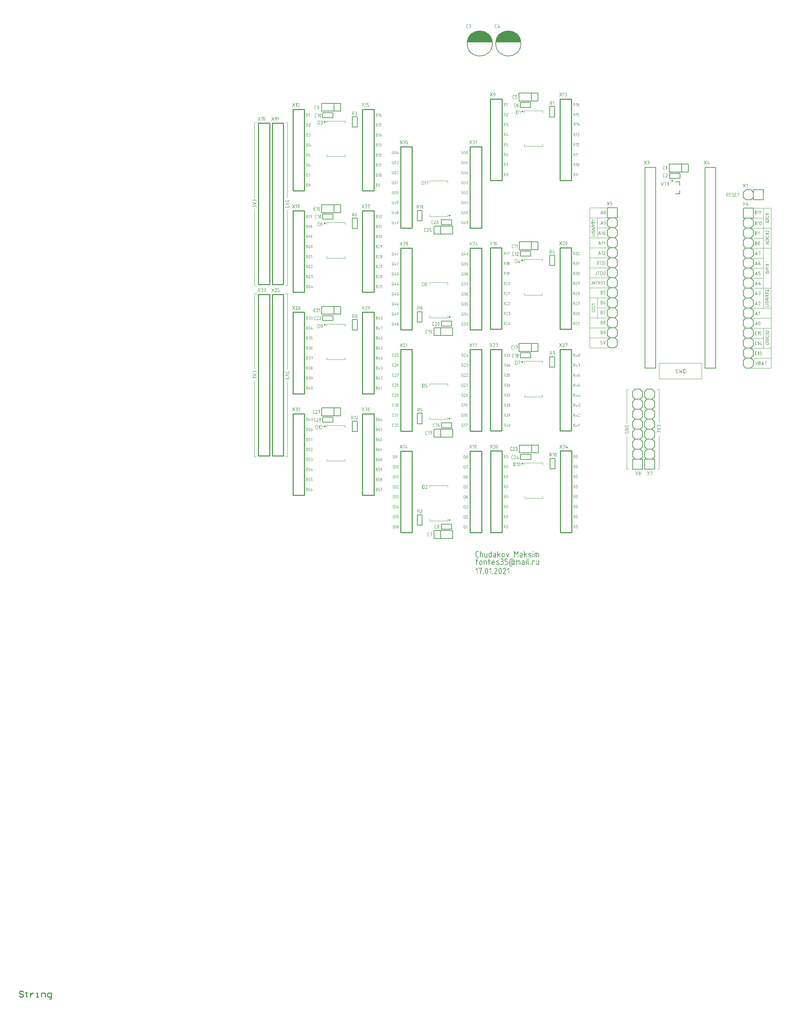
<source format=gto>
G04 Layer_Color=65535*
%FSLAX44Y44*%
%MOMM*%
G71*
G01*
G75*
%ADD36C,0.2500*%
%ADD37C,0.2000*%
%ADD38C,0.1000*%
%ADD39C,0.2540*%
G36*
X-62902Y-551229D02*
X-62741Y-551244D01*
X-62551Y-551287D01*
X-62332Y-551361D01*
X-62098Y-551463D01*
X-61863Y-551609D01*
X-61644Y-551800D01*
X-61615Y-551829D01*
X-61556Y-551902D01*
X-61454Y-552034D01*
X-61351Y-552195D01*
X-61249Y-552399D01*
X-61146Y-552633D01*
X-61088Y-552897D01*
X-61059Y-553189D01*
Y-553204D01*
Y-553233D01*
Y-553292D01*
X-61073Y-553350D01*
X-61088Y-553438D01*
X-61103Y-553540D01*
X-61161Y-553760D01*
X-61249Y-554009D01*
X-61395Y-554272D01*
X-61483Y-554404D01*
X-61585Y-554535D01*
X-61702Y-554652D01*
X-61849Y-554770D01*
X-61834D01*
X-61820Y-554799D01*
X-61732Y-554872D01*
X-61600Y-555004D01*
X-61454Y-555194D01*
X-61308Y-555413D01*
X-61176Y-555691D01*
X-61088Y-555998D01*
X-61073Y-556174D01*
X-61059Y-556349D01*
Y-557140D01*
Y-557154D01*
Y-557169D01*
Y-557213D01*
X-61073Y-557271D01*
X-61088Y-557432D01*
X-61132Y-557622D01*
X-61205Y-557842D01*
X-61308Y-558076D01*
X-61454Y-558310D01*
X-61644Y-558530D01*
X-61673Y-558559D01*
X-61746Y-558617D01*
X-61878Y-558705D01*
X-62039Y-558807D01*
X-62244Y-558924D01*
X-62478Y-559012D01*
X-62741Y-559071D01*
X-63034Y-559100D01*
X-64672D01*
X-64746Y-559085D01*
X-64804Y-559056D01*
X-64877Y-558998D01*
X-64950Y-558939D01*
X-64994Y-558837D01*
X-65009Y-558705D01*
Y-558690D01*
Y-558647D01*
X-64994Y-558573D01*
X-64965Y-558500D01*
X-64907Y-558442D01*
X-64848Y-558368D01*
X-64746Y-558325D01*
X-64614Y-558310D01*
X-62946D01*
X-62858Y-558295D01*
X-62741Y-558266D01*
X-62610Y-558222D01*
X-62478Y-558164D01*
X-62332Y-558091D01*
X-62200Y-557974D01*
X-62185Y-557959D01*
X-62141Y-557915D01*
X-62083Y-557842D01*
X-62024Y-557739D01*
X-61966Y-557622D01*
X-61907Y-557476D01*
X-61863Y-557315D01*
X-61849Y-557140D01*
Y-556349D01*
Y-556335D01*
Y-556262D01*
X-61863Y-556174D01*
X-61893Y-556057D01*
X-61937Y-555940D01*
X-61995Y-555794D01*
X-62083Y-555647D01*
X-62200Y-555516D01*
X-62215Y-555501D01*
X-62258Y-555457D01*
X-62332Y-555399D01*
X-62434Y-555340D01*
X-62551Y-555281D01*
X-62697Y-555223D01*
X-62858Y-555179D01*
X-63034Y-555164D01*
X-63882D01*
X-63956Y-555150D01*
X-64014Y-555121D01*
X-64087Y-555062D01*
X-64160Y-555004D01*
X-64204Y-554901D01*
X-64219Y-554770D01*
Y-554755D01*
Y-554711D01*
X-64204Y-554638D01*
X-64175Y-554565D01*
X-64117Y-554506D01*
X-64058Y-554433D01*
X-63956Y-554389D01*
X-63824Y-554374D01*
X-62946D01*
X-62858Y-554360D01*
X-62741Y-554330D01*
X-62610Y-554287D01*
X-62478Y-554228D01*
X-62332Y-554155D01*
X-62200Y-554038D01*
X-62185Y-554023D01*
X-62141Y-553979D01*
X-62083Y-553906D01*
X-62024Y-553804D01*
X-61966Y-553672D01*
X-61907Y-553526D01*
X-61863Y-553365D01*
X-61849Y-553189D01*
Y-553175D01*
Y-553102D01*
X-61863Y-553014D01*
X-61893Y-552897D01*
X-61937Y-552780D01*
X-61995Y-552633D01*
X-62083Y-552487D01*
X-62200Y-552355D01*
X-62215Y-552341D01*
X-62258Y-552297D01*
X-62332Y-552238D01*
X-62434Y-552180D01*
X-62551Y-552121D01*
X-62697Y-552063D01*
X-62858Y-552019D01*
X-63034Y-552004D01*
X-64672D01*
X-64746Y-551990D01*
X-64804Y-551960D01*
X-64877Y-551902D01*
X-64950Y-551843D01*
X-64994Y-551741D01*
X-65009Y-551609D01*
Y-551595D01*
Y-551551D01*
X-64994Y-551478D01*
X-64965Y-551404D01*
X-64907Y-551346D01*
X-64848Y-551273D01*
X-64746Y-551229D01*
X-64614Y-551214D01*
X-62961D01*
X-62902Y-551229D01*
D02*
G37*
G36*
X-66838D02*
X-66765Y-551258D01*
X-66706Y-551317D01*
X-66633Y-551375D01*
X-66589Y-551478D01*
X-66574Y-551609D01*
Y-551624D01*
Y-551668D01*
X-66589Y-551741D01*
X-66618Y-551800D01*
X-66677Y-551873D01*
X-66735Y-551946D01*
X-66838Y-551990D01*
X-66969Y-552004D01*
X-69427D01*
X-69515Y-552019D01*
X-69632Y-552048D01*
X-69764Y-552092D01*
X-69896Y-552151D01*
X-70042Y-552238D01*
X-70174Y-552355D01*
X-70188Y-552370D01*
X-70232Y-552414D01*
X-70276Y-552487D01*
X-70334Y-552589D01*
X-70408Y-552707D01*
X-70451Y-552853D01*
X-70495Y-553014D01*
X-70510Y-553189D01*
Y-557140D01*
Y-557154D01*
Y-557227D01*
X-70495Y-557315D01*
X-70466Y-557432D01*
X-70422Y-557564D01*
X-70364Y-557696D01*
X-70290Y-557842D01*
X-70174Y-557974D01*
X-70159Y-557988D01*
X-70115Y-558032D01*
X-70042Y-558076D01*
X-69939Y-558134D01*
X-69822Y-558208D01*
X-69676Y-558251D01*
X-69515Y-558295D01*
X-69340Y-558310D01*
X-67365D01*
Y-555164D01*
X-68213D01*
X-68286Y-555150D01*
X-68345Y-555121D01*
X-68418Y-555062D01*
X-68491Y-555004D01*
X-68535Y-554901D01*
X-68549Y-554770D01*
Y-554755D01*
Y-554711D01*
X-68535Y-554638D01*
X-68506Y-554565D01*
X-68447Y-554506D01*
X-68389Y-554433D01*
X-68286Y-554389D01*
X-68155Y-554374D01*
X-66911D01*
X-66838Y-554389D01*
X-66765Y-554418D01*
X-66706Y-554477D01*
X-66633Y-554535D01*
X-66589Y-554638D01*
X-66574Y-554770D01*
Y-558720D01*
Y-558734D01*
Y-558778D01*
X-66589Y-558837D01*
X-66618Y-558910D01*
X-66677Y-558983D01*
X-66735Y-559041D01*
X-66838Y-559085D01*
X-66969Y-559100D01*
X-69413D01*
X-69471Y-559085D01*
X-69632Y-559071D01*
X-69822Y-559027D01*
X-70042Y-558954D01*
X-70276Y-558866D01*
X-70510Y-558720D01*
X-70729Y-558530D01*
X-70759Y-558500D01*
X-70817Y-558427D01*
X-70905Y-558310D01*
X-71007Y-558134D01*
X-71125Y-557944D01*
X-71212Y-557696D01*
X-71271Y-557432D01*
X-71300Y-557140D01*
Y-553189D01*
Y-553175D01*
Y-553145D01*
Y-553116D01*
X-71285Y-553058D01*
X-71271Y-552897D01*
X-71227Y-552707D01*
X-71154Y-552487D01*
X-71066Y-552253D01*
X-70920Y-552019D01*
X-70729Y-551800D01*
X-70700Y-551770D01*
X-70627Y-551712D01*
X-70510Y-551609D01*
X-70334Y-551507D01*
X-70144Y-551404D01*
X-69896Y-551302D01*
X-69632Y-551244D01*
X-69340Y-551214D01*
X-66911D01*
X-66838Y-551229D01*
D02*
G37*
G36*
X-62902Y-525829D02*
X-62829Y-525858D01*
X-62771Y-525917D01*
X-62697Y-525975D01*
X-62653Y-526078D01*
X-62639Y-526209D01*
Y-526224D01*
Y-526239D01*
X-62668Y-526326D01*
X-64102Y-531330D01*
X-62244D01*
Y-530159D01*
Y-530145D01*
Y-530101D01*
X-62229Y-530028D01*
X-62200Y-529955D01*
X-62141Y-529896D01*
X-62083Y-529823D01*
X-61981Y-529779D01*
X-61849Y-529765D01*
X-61790D01*
X-61717Y-529779D01*
X-61644Y-529808D01*
X-61585Y-529867D01*
X-61512Y-529925D01*
X-61468Y-530028D01*
X-61454Y-530159D01*
Y-531330D01*
X-60620D01*
X-60547Y-531345D01*
X-60473Y-531374D01*
X-60415Y-531432D01*
X-60342Y-531491D01*
X-60298Y-531593D01*
X-60283Y-531725D01*
Y-531740D01*
Y-531783D01*
X-60298Y-531857D01*
X-60327Y-531915D01*
X-60386Y-531988D01*
X-60444Y-532061D01*
X-60547Y-532105D01*
X-60678Y-532120D01*
X-61454D01*
Y-533305D01*
Y-533320D01*
Y-533364D01*
X-61468Y-533437D01*
X-61498Y-533495D01*
X-61556Y-533568D01*
X-61615Y-533642D01*
X-61717Y-533685D01*
X-61849Y-533700D01*
X-61907D01*
X-61981Y-533685D01*
X-62039Y-533656D01*
X-62112Y-533598D01*
X-62185Y-533539D01*
X-62229Y-533437D01*
X-62244Y-533305D01*
Y-532120D01*
X-64672D01*
X-64746Y-532105D01*
X-64804Y-532076D01*
X-64877Y-532032D01*
X-64950Y-531959D01*
X-64994Y-531871D01*
X-65009Y-531740D01*
Y-531725D01*
Y-531696D01*
X-64994Y-531623D01*
X-63414Y-526107D01*
Y-526092D01*
X-63400Y-526063D01*
X-63341Y-525961D01*
X-63283Y-525902D01*
X-63224Y-525858D01*
X-63136Y-525829D01*
X-63034Y-525814D01*
X-62975D01*
X-62902Y-525829D01*
D02*
G37*
G36*
X-66838D02*
X-66765Y-525858D01*
X-66706Y-525917D01*
X-66633Y-525975D01*
X-66589Y-526078D01*
X-66574Y-526209D01*
Y-526224D01*
Y-526268D01*
X-66589Y-526341D01*
X-66618Y-526399D01*
X-66677Y-526473D01*
X-66735Y-526546D01*
X-66838Y-526590D01*
X-66969Y-526604D01*
X-69427D01*
X-69515Y-526619D01*
X-69632Y-526648D01*
X-69764Y-526692D01*
X-69896Y-526751D01*
X-70042Y-526838D01*
X-70174Y-526955D01*
X-70188Y-526970D01*
X-70232Y-527014D01*
X-70276Y-527087D01*
X-70334Y-527189D01*
X-70408Y-527307D01*
X-70451Y-527453D01*
X-70495Y-527614D01*
X-70510Y-527789D01*
Y-531740D01*
Y-531754D01*
Y-531827D01*
X-70495Y-531915D01*
X-70466Y-532032D01*
X-70422Y-532164D01*
X-70364Y-532295D01*
X-70290Y-532442D01*
X-70174Y-532574D01*
X-70159Y-532588D01*
X-70115Y-532632D01*
X-70042Y-532676D01*
X-69939Y-532734D01*
X-69822Y-532808D01*
X-69676Y-532851D01*
X-69515Y-532895D01*
X-69340Y-532910D01*
X-67365D01*
Y-529765D01*
X-68213D01*
X-68286Y-529750D01*
X-68345Y-529721D01*
X-68418Y-529662D01*
X-68491Y-529604D01*
X-68535Y-529501D01*
X-68549Y-529370D01*
Y-529355D01*
Y-529311D01*
X-68535Y-529238D01*
X-68506Y-529165D01*
X-68447Y-529106D01*
X-68389Y-529033D01*
X-68286Y-528989D01*
X-68155Y-528974D01*
X-66911D01*
X-66838Y-528989D01*
X-66765Y-529018D01*
X-66706Y-529077D01*
X-66633Y-529135D01*
X-66589Y-529238D01*
X-66574Y-529370D01*
Y-533320D01*
Y-533334D01*
Y-533378D01*
X-66589Y-533437D01*
X-66618Y-533510D01*
X-66677Y-533583D01*
X-66735Y-533642D01*
X-66838Y-533685D01*
X-66969Y-533700D01*
X-69413D01*
X-69471Y-533685D01*
X-69632Y-533671D01*
X-69822Y-533627D01*
X-70042Y-533554D01*
X-70276Y-533466D01*
X-70510Y-533320D01*
X-70729Y-533130D01*
X-70759Y-533100D01*
X-70817Y-533027D01*
X-70905Y-532910D01*
X-71007Y-532734D01*
X-71125Y-532544D01*
X-71212Y-532295D01*
X-71271Y-532032D01*
X-71300Y-531740D01*
Y-527789D01*
Y-527775D01*
Y-527746D01*
Y-527716D01*
X-71285Y-527658D01*
X-71271Y-527497D01*
X-71227Y-527307D01*
X-71154Y-527087D01*
X-71066Y-526853D01*
X-70920Y-526619D01*
X-70729Y-526399D01*
X-70700Y-526370D01*
X-70627Y-526312D01*
X-70510Y-526209D01*
X-70334Y-526107D01*
X-70144Y-526004D01*
X-69896Y-525902D01*
X-69632Y-525844D01*
X-69340Y-525814D01*
X-66911D01*
X-66838Y-525829D01*
D02*
G37*
G36*
X-62888Y-602029D02*
X-62814Y-602058D01*
X-62756Y-602117D01*
X-62683Y-602175D01*
X-62639Y-602278D01*
X-62624Y-602409D01*
Y-609520D01*
Y-609534D01*
Y-609578D01*
X-62639Y-609637D01*
X-62668Y-609710D01*
X-62727Y-609783D01*
X-62785Y-609841D01*
X-62888Y-609885D01*
X-63019Y-609900D01*
X-63078D01*
X-63151Y-609885D01*
X-63209Y-609856D01*
X-63283Y-609812D01*
X-63356Y-609739D01*
X-63400Y-609651D01*
X-63414Y-609520D01*
Y-603360D01*
X-64336Y-604267D01*
X-64351Y-604282D01*
X-64409Y-604326D01*
X-64497Y-604370D01*
X-64599Y-604384D01*
X-64658D01*
X-64731Y-604370D01*
X-64790Y-604341D01*
X-64863Y-604282D01*
X-64936Y-604224D01*
X-64980Y-604121D01*
X-64994Y-603989D01*
Y-603975D01*
Y-603960D01*
X-64980Y-603887D01*
X-64950Y-603799D01*
X-64892Y-603711D01*
X-63341Y-602175D01*
Y-602161D01*
X-63312Y-602146D01*
X-63239Y-602087D01*
X-63136Y-602043D01*
X-63078Y-602014D01*
X-62961D01*
X-62888Y-602029D01*
D02*
G37*
G36*
X-66838D02*
X-66765Y-602058D01*
X-66706Y-602117D01*
X-66633Y-602175D01*
X-66589Y-602278D01*
X-66574Y-602409D01*
Y-602424D01*
Y-602468D01*
X-66589Y-602541D01*
X-66618Y-602599D01*
X-66677Y-602673D01*
X-66735Y-602746D01*
X-66838Y-602790D01*
X-66969Y-602804D01*
X-69427D01*
X-69515Y-602819D01*
X-69632Y-602848D01*
X-69764Y-602892D01*
X-69896Y-602951D01*
X-70042Y-603038D01*
X-70174Y-603155D01*
X-70188Y-603170D01*
X-70232Y-603214D01*
X-70276Y-603287D01*
X-70334Y-603390D01*
X-70408Y-603507D01*
X-70451Y-603653D01*
X-70495Y-603814D01*
X-70510Y-603989D01*
Y-607940D01*
Y-607954D01*
Y-608027D01*
X-70495Y-608115D01*
X-70466Y-608232D01*
X-70422Y-608364D01*
X-70364Y-608495D01*
X-70290Y-608642D01*
X-70174Y-608773D01*
X-70159Y-608788D01*
X-70115Y-608832D01*
X-70042Y-608876D01*
X-69939Y-608934D01*
X-69822Y-609008D01*
X-69676Y-609052D01*
X-69515Y-609095D01*
X-69340Y-609110D01*
X-67365D01*
Y-605965D01*
X-68213D01*
X-68286Y-605950D01*
X-68345Y-605921D01*
X-68418Y-605862D01*
X-68491Y-605803D01*
X-68535Y-605701D01*
X-68549Y-605569D01*
Y-605555D01*
Y-605511D01*
X-68535Y-605438D01*
X-68506Y-605365D01*
X-68447Y-605306D01*
X-68389Y-605233D01*
X-68286Y-605189D01*
X-68155Y-605174D01*
X-66911D01*
X-66838Y-605189D01*
X-66765Y-605218D01*
X-66706Y-605277D01*
X-66633Y-605335D01*
X-66589Y-605438D01*
X-66574Y-605569D01*
Y-609520D01*
Y-609534D01*
Y-609578D01*
X-66589Y-609637D01*
X-66618Y-609710D01*
X-66677Y-609783D01*
X-66735Y-609841D01*
X-66838Y-609885D01*
X-66969Y-609900D01*
X-69413D01*
X-69471Y-609885D01*
X-69632Y-609871D01*
X-69822Y-609827D01*
X-70042Y-609754D01*
X-70276Y-609666D01*
X-70510Y-609520D01*
X-70729Y-609329D01*
X-70759Y-609300D01*
X-70817Y-609227D01*
X-70905Y-609110D01*
X-71007Y-608934D01*
X-71125Y-608744D01*
X-71212Y-608495D01*
X-71271Y-608232D01*
X-71300Y-607940D01*
Y-603989D01*
Y-603975D01*
Y-603946D01*
Y-603916D01*
X-71285Y-603858D01*
X-71271Y-603697D01*
X-71227Y-603507D01*
X-71154Y-603287D01*
X-71066Y-603053D01*
X-70920Y-602819D01*
X-70729Y-602599D01*
X-70700Y-602570D01*
X-70627Y-602512D01*
X-70510Y-602409D01*
X-70334Y-602307D01*
X-70144Y-602205D01*
X-69896Y-602102D01*
X-69632Y-602043D01*
X-69340Y-602014D01*
X-66911D01*
X-66838Y-602029D01*
D02*
G37*
G36*
X-62902Y-576629D02*
X-62741Y-576643D01*
X-62551Y-576687D01*
X-62332Y-576761D01*
X-62098Y-576863D01*
X-61863Y-577009D01*
X-61644Y-577200D01*
X-61615Y-577229D01*
X-61556Y-577302D01*
X-61454Y-577419D01*
X-61351Y-577580D01*
X-61249Y-577785D01*
X-61146Y-578019D01*
X-61088Y-578297D01*
X-61059Y-578589D01*
Y-578619D01*
Y-578692D01*
X-61073Y-578794D01*
X-61103Y-578941D01*
X-61146Y-579116D01*
X-61220Y-579306D01*
X-61308Y-579511D01*
X-61424Y-579730D01*
X-63897Y-583710D01*
X-61395D01*
X-61322Y-583725D01*
X-61249Y-583754D01*
X-61190Y-583812D01*
X-61117Y-583871D01*
X-61073Y-583973D01*
X-61059Y-584105D01*
Y-584120D01*
Y-584164D01*
X-61073Y-584237D01*
X-61103Y-584295D01*
X-61161Y-584368D01*
X-61220Y-584441D01*
X-61322Y-584485D01*
X-61454Y-584500D01*
X-64672D01*
X-64746Y-584485D01*
X-64804Y-584456D01*
X-64877Y-584412D01*
X-64950Y-584339D01*
X-64994Y-584251D01*
X-65009Y-584120D01*
Y-584090D01*
X-64994Y-584047D01*
X-64980Y-583959D01*
X-64936Y-583886D01*
X-62054Y-579248D01*
X-62039Y-579233D01*
X-62024Y-579189D01*
X-61995Y-579131D01*
X-61951Y-579043D01*
X-61907Y-578941D01*
X-61878Y-578838D01*
X-61863Y-578721D01*
X-61849Y-578589D01*
Y-578575D01*
Y-578502D01*
X-61863Y-578414D01*
X-61893Y-578297D01*
X-61937Y-578180D01*
X-61995Y-578033D01*
X-62083Y-577887D01*
X-62200Y-577755D01*
X-62215Y-577741D01*
X-62258Y-577697D01*
X-62332Y-577638D01*
X-62434Y-577580D01*
X-62551Y-577521D01*
X-62697Y-577463D01*
X-62858Y-577419D01*
X-63034Y-577404D01*
X-63063D01*
X-63151Y-577419D01*
X-63283Y-577463D01*
X-63443Y-577521D01*
X-63634Y-577653D01*
X-63736Y-577726D01*
X-63839Y-577829D01*
X-63941Y-577931D01*
X-64043Y-578077D01*
X-64160Y-578224D01*
X-64263Y-578399D01*
Y-578414D01*
X-64277Y-578428D01*
X-64351Y-578487D01*
X-64453Y-578560D01*
X-64526Y-578575D01*
X-64614Y-578589D01*
X-64672D01*
X-64746Y-578575D01*
X-64804Y-578545D01*
X-64877Y-578487D01*
X-64950Y-578428D01*
X-64994Y-578326D01*
X-65009Y-578194D01*
Y-578180D01*
Y-578136D01*
X-64994Y-578092D01*
X-64965Y-578033D01*
X-64950Y-578019D01*
X-64936Y-577975D01*
X-64892Y-577902D01*
X-64833Y-577814D01*
X-64760Y-577697D01*
X-64672Y-577580D01*
X-64570Y-577463D01*
X-64453Y-577317D01*
X-64175Y-577068D01*
X-64014Y-576936D01*
X-63839Y-576834D01*
X-63663Y-576746D01*
X-63458Y-576673D01*
X-63253Y-576629D01*
X-63034Y-576614D01*
X-62961D01*
X-62902Y-576629D01*
D02*
G37*
G36*
X-66838D02*
X-66765Y-576658D01*
X-66706Y-576717D01*
X-66633Y-576775D01*
X-66589Y-576878D01*
X-66574Y-577009D01*
Y-577024D01*
Y-577068D01*
X-66589Y-577141D01*
X-66618Y-577200D01*
X-66677Y-577273D01*
X-66735Y-577346D01*
X-66838Y-577390D01*
X-66969Y-577404D01*
X-69427D01*
X-69515Y-577419D01*
X-69632Y-577448D01*
X-69764Y-577492D01*
X-69896Y-577551D01*
X-70042Y-577638D01*
X-70174Y-577755D01*
X-70188Y-577770D01*
X-70232Y-577814D01*
X-70276Y-577887D01*
X-70334Y-577990D01*
X-70408Y-578107D01*
X-70451Y-578253D01*
X-70495Y-578414D01*
X-70510Y-578589D01*
Y-582540D01*
Y-582554D01*
Y-582627D01*
X-70495Y-582715D01*
X-70466Y-582832D01*
X-70422Y-582964D01*
X-70364Y-583096D01*
X-70290Y-583242D01*
X-70174Y-583373D01*
X-70159Y-583388D01*
X-70115Y-583432D01*
X-70042Y-583476D01*
X-69939Y-583534D01*
X-69822Y-583608D01*
X-69676Y-583652D01*
X-69515Y-583695D01*
X-69340Y-583710D01*
X-67365D01*
Y-580564D01*
X-68213D01*
X-68286Y-580550D01*
X-68345Y-580521D01*
X-68418Y-580462D01*
X-68491Y-580404D01*
X-68535Y-580301D01*
X-68549Y-580169D01*
Y-580155D01*
Y-580111D01*
X-68535Y-580038D01*
X-68506Y-579965D01*
X-68447Y-579906D01*
X-68389Y-579833D01*
X-68286Y-579789D01*
X-68155Y-579774D01*
X-66911D01*
X-66838Y-579789D01*
X-66765Y-579818D01*
X-66706Y-579877D01*
X-66633Y-579935D01*
X-66589Y-580038D01*
X-66574Y-580169D01*
Y-584120D01*
Y-584134D01*
Y-584178D01*
X-66589Y-584237D01*
X-66618Y-584310D01*
X-66677Y-584383D01*
X-66735Y-584441D01*
X-66838Y-584485D01*
X-66969Y-584500D01*
X-69413D01*
X-69471Y-584485D01*
X-69632Y-584471D01*
X-69822Y-584427D01*
X-70042Y-584354D01*
X-70276Y-584266D01*
X-70510Y-584120D01*
X-70729Y-583929D01*
X-70759Y-583900D01*
X-70817Y-583827D01*
X-70905Y-583710D01*
X-71007Y-583534D01*
X-71125Y-583344D01*
X-71212Y-583096D01*
X-71271Y-582832D01*
X-71300Y-582540D01*
Y-578589D01*
Y-578575D01*
Y-578545D01*
Y-578516D01*
X-71285Y-578458D01*
X-71271Y-578297D01*
X-71227Y-578107D01*
X-71154Y-577887D01*
X-71066Y-577653D01*
X-70920Y-577419D01*
X-70729Y-577200D01*
X-70700Y-577170D01*
X-70627Y-577112D01*
X-70510Y-577009D01*
X-70334Y-576907D01*
X-70144Y-576805D01*
X-69896Y-576702D01*
X-69632Y-576643D01*
X-69340Y-576614D01*
X-66911D01*
X-66838Y-576629D01*
D02*
G37*
G36*
X-61337Y-449629D02*
X-61264Y-449658D01*
X-61190Y-449717D01*
X-61132Y-449775D01*
X-61073Y-449878D01*
X-61059Y-450009D01*
Y-450024D01*
X-61073Y-450097D01*
X-61761Y-453170D01*
X-61395D01*
X-61322Y-453184D01*
X-61249Y-453213D01*
X-61190Y-453272D01*
X-61117Y-453330D01*
X-61073Y-453433D01*
X-61059Y-453564D01*
Y-453579D01*
Y-453623D01*
X-61073Y-453696D01*
X-61103Y-453755D01*
X-61161Y-453828D01*
X-61220Y-453901D01*
X-61322Y-453945D01*
X-61454Y-453960D01*
X-61937D01*
X-62653Y-457193D01*
Y-457207D01*
X-62668Y-457237D01*
X-62727Y-457339D01*
X-62785Y-457398D01*
X-62844Y-457456D01*
X-62931Y-457485D01*
X-63034Y-457500D01*
X-63092D01*
X-63165Y-457485D01*
X-63224Y-457456D01*
X-63297Y-457412D01*
X-63370Y-457339D01*
X-63414Y-457251D01*
X-63429Y-457120D01*
Y-457105D01*
Y-457090D01*
Y-457017D01*
X-62756Y-453960D01*
X-63107D01*
X-63165Y-453945D01*
X-63239Y-453916D01*
X-63312Y-453857D01*
X-63370Y-453799D01*
X-63414Y-453696D01*
X-63429Y-453564D01*
Y-453550D01*
Y-453506D01*
X-63414Y-453433D01*
X-63385Y-453360D01*
X-63327Y-453301D01*
X-63268Y-453228D01*
X-63165Y-453184D01*
X-63034Y-453170D01*
X-62580D01*
X-61951Y-450404D01*
X-64672D01*
X-64746Y-450390D01*
X-64804Y-450360D01*
X-64877Y-450302D01*
X-64950Y-450243D01*
X-64994Y-450141D01*
X-65009Y-450009D01*
Y-449995D01*
Y-449951D01*
X-64994Y-449878D01*
X-64965Y-449804D01*
X-64907Y-449746D01*
X-64848Y-449673D01*
X-64746Y-449629D01*
X-64614Y-449614D01*
X-61395D01*
X-61337Y-449629D01*
D02*
G37*
G36*
X-66838D02*
X-66765Y-449658D01*
X-66706Y-449717D01*
X-66633Y-449775D01*
X-66589Y-449878D01*
X-66574Y-450009D01*
Y-450024D01*
Y-450068D01*
X-66589Y-450141D01*
X-66618Y-450200D01*
X-66677Y-450273D01*
X-66735Y-450346D01*
X-66838Y-450390D01*
X-66969Y-450404D01*
X-69427D01*
X-69515Y-450419D01*
X-69632Y-450448D01*
X-69764Y-450492D01*
X-69896Y-450551D01*
X-70042Y-450638D01*
X-70174Y-450755D01*
X-70188Y-450770D01*
X-70232Y-450814D01*
X-70276Y-450887D01*
X-70334Y-450989D01*
X-70408Y-451107D01*
X-70451Y-451253D01*
X-70495Y-451414D01*
X-70510Y-451589D01*
Y-455540D01*
Y-455554D01*
Y-455627D01*
X-70495Y-455715D01*
X-70466Y-455832D01*
X-70422Y-455964D01*
X-70364Y-456096D01*
X-70290Y-456242D01*
X-70174Y-456373D01*
X-70159Y-456388D01*
X-70115Y-456432D01*
X-70042Y-456476D01*
X-69939Y-456534D01*
X-69822Y-456608D01*
X-69676Y-456651D01*
X-69515Y-456695D01*
X-69340Y-456710D01*
X-67365D01*
Y-453564D01*
X-68213D01*
X-68286Y-453550D01*
X-68345Y-453521D01*
X-68418Y-453462D01*
X-68491Y-453404D01*
X-68535Y-453301D01*
X-68549Y-453170D01*
Y-453155D01*
Y-453111D01*
X-68535Y-453038D01*
X-68506Y-452965D01*
X-68447Y-452906D01*
X-68389Y-452833D01*
X-68286Y-452789D01*
X-68155Y-452774D01*
X-66911D01*
X-66838Y-452789D01*
X-66765Y-452818D01*
X-66706Y-452877D01*
X-66633Y-452935D01*
X-66589Y-453038D01*
X-66574Y-453170D01*
Y-457120D01*
Y-457134D01*
Y-457178D01*
X-66589Y-457237D01*
X-66618Y-457310D01*
X-66677Y-457383D01*
X-66735Y-457441D01*
X-66838Y-457485D01*
X-66969Y-457500D01*
X-69413D01*
X-69471Y-457485D01*
X-69632Y-457471D01*
X-69822Y-457427D01*
X-70042Y-457354D01*
X-70276Y-457266D01*
X-70510Y-457120D01*
X-70729Y-456930D01*
X-70759Y-456900D01*
X-70817Y-456827D01*
X-70905Y-456710D01*
X-71007Y-456534D01*
X-71125Y-456344D01*
X-71212Y-456096D01*
X-71271Y-455832D01*
X-71300Y-455540D01*
Y-451589D01*
Y-451575D01*
Y-451545D01*
Y-451516D01*
X-71285Y-451458D01*
X-71271Y-451297D01*
X-71227Y-451107D01*
X-71154Y-450887D01*
X-71066Y-450653D01*
X-70920Y-450419D01*
X-70729Y-450200D01*
X-70700Y-450170D01*
X-70627Y-450112D01*
X-70510Y-450009D01*
X-70334Y-449907D01*
X-70144Y-449804D01*
X-69896Y-449702D01*
X-69632Y-449644D01*
X-69340Y-449614D01*
X-66911D01*
X-66838Y-449629D01*
D02*
G37*
G36*
X-62902Y-424229D02*
X-62741Y-424244D01*
X-62551Y-424287D01*
X-62332Y-424361D01*
X-62098Y-424463D01*
X-61863Y-424609D01*
X-61644Y-424799D01*
X-61615Y-424829D01*
X-61556Y-424902D01*
X-61454Y-425019D01*
X-61351Y-425180D01*
X-61249Y-425385D01*
X-61146Y-425619D01*
X-61088Y-425897D01*
X-61059Y-426189D01*
Y-426204D01*
Y-426233D01*
Y-426277D01*
X-61073Y-426350D01*
X-61088Y-426438D01*
X-61103Y-426526D01*
X-61161Y-426760D01*
X-61249Y-427009D01*
X-61395Y-427272D01*
X-61483Y-427404D01*
X-61585Y-427535D01*
X-61702Y-427652D01*
X-61849Y-427770D01*
X-61820Y-427784D01*
X-61761Y-427843D01*
X-61659Y-427930D01*
X-61556Y-428062D01*
X-61424Y-428208D01*
X-61308Y-428399D01*
X-61205Y-428603D01*
X-61132Y-428823D01*
Y-428838D01*
X-61117Y-428881D01*
X-61103Y-428984D01*
X-61088Y-429101D01*
Y-429291D01*
X-61073Y-429510D01*
X-61059Y-429642D01*
Y-429803D01*
Y-429964D01*
Y-430140D01*
Y-430154D01*
Y-430169D01*
Y-430213D01*
X-61073Y-430271D01*
X-61088Y-430432D01*
X-61132Y-430622D01*
X-61205Y-430842D01*
X-61308Y-431076D01*
X-61454Y-431310D01*
X-61644Y-431530D01*
X-61673Y-431559D01*
X-61746Y-431617D01*
X-61863Y-431705D01*
X-62024Y-431807D01*
X-62229Y-431925D01*
X-62463Y-432012D01*
X-62741Y-432071D01*
X-63034Y-432100D01*
X-63107D01*
X-63165Y-432085D01*
X-63327Y-432071D01*
X-63517Y-432027D01*
X-63736Y-431954D01*
X-63970Y-431866D01*
X-64204Y-431720D01*
X-64424Y-431530D01*
X-64453Y-431500D01*
X-64511Y-431427D01*
X-64599Y-431310D01*
X-64702Y-431134D01*
X-64819Y-430944D01*
X-64907Y-430695D01*
X-64965Y-430432D01*
X-64994Y-430140D01*
Y-429350D01*
Y-429335D01*
Y-429306D01*
Y-429262D01*
X-64980Y-429189D01*
X-64965Y-429101D01*
X-64950Y-429013D01*
X-64892Y-428779D01*
X-64804Y-428530D01*
X-64658Y-428267D01*
X-64570Y-428135D01*
X-64468Y-428004D01*
X-64336Y-427887D01*
X-64204Y-427770D01*
X-64219Y-427755D01*
X-64234Y-427740D01*
X-64321Y-427667D01*
X-64453Y-427521D01*
X-64599Y-427345D01*
X-64746Y-427126D01*
X-64877Y-426848D01*
X-64965Y-426540D01*
X-64980Y-426365D01*
X-64994Y-426189D01*
Y-426175D01*
Y-426146D01*
Y-426116D01*
X-64980Y-426058D01*
X-64965Y-425897D01*
X-64921Y-425707D01*
X-64848Y-425487D01*
X-64760Y-425253D01*
X-64614Y-425019D01*
X-64424Y-424799D01*
X-64394Y-424770D01*
X-64321Y-424712D01*
X-64204Y-424609D01*
X-64029Y-424507D01*
X-63839Y-424404D01*
X-63590Y-424302D01*
X-63327Y-424244D01*
X-63034Y-424214D01*
X-62961D01*
X-62902Y-424229D01*
D02*
G37*
G36*
X-66838D02*
X-66765Y-424258D01*
X-66706Y-424317D01*
X-66633Y-424375D01*
X-66589Y-424478D01*
X-66574Y-424609D01*
Y-424624D01*
Y-424668D01*
X-66589Y-424741D01*
X-66618Y-424799D01*
X-66677Y-424873D01*
X-66735Y-424946D01*
X-66838Y-424990D01*
X-66969Y-425004D01*
X-69427D01*
X-69515Y-425019D01*
X-69632Y-425048D01*
X-69764Y-425092D01*
X-69896Y-425151D01*
X-70042Y-425238D01*
X-70174Y-425355D01*
X-70188Y-425370D01*
X-70232Y-425414D01*
X-70276Y-425487D01*
X-70334Y-425589D01*
X-70408Y-425707D01*
X-70451Y-425853D01*
X-70495Y-426014D01*
X-70510Y-426189D01*
Y-430140D01*
Y-430154D01*
Y-430227D01*
X-70495Y-430315D01*
X-70466Y-430432D01*
X-70422Y-430564D01*
X-70364Y-430695D01*
X-70290Y-430842D01*
X-70174Y-430974D01*
X-70159Y-430988D01*
X-70115Y-431032D01*
X-70042Y-431076D01*
X-69939Y-431134D01*
X-69822Y-431208D01*
X-69676Y-431251D01*
X-69515Y-431295D01*
X-69340Y-431310D01*
X-67365D01*
Y-428164D01*
X-68213D01*
X-68286Y-428150D01*
X-68345Y-428121D01*
X-68418Y-428062D01*
X-68491Y-428004D01*
X-68535Y-427901D01*
X-68549Y-427770D01*
Y-427755D01*
Y-427711D01*
X-68535Y-427638D01*
X-68506Y-427565D01*
X-68447Y-427506D01*
X-68389Y-427433D01*
X-68286Y-427389D01*
X-68155Y-427374D01*
X-66911D01*
X-66838Y-427389D01*
X-66765Y-427418D01*
X-66706Y-427477D01*
X-66633Y-427535D01*
X-66589Y-427638D01*
X-66574Y-427770D01*
Y-431720D01*
Y-431734D01*
Y-431778D01*
X-66589Y-431837D01*
X-66618Y-431910D01*
X-66677Y-431983D01*
X-66735Y-432042D01*
X-66838Y-432085D01*
X-66969Y-432100D01*
X-69413D01*
X-69471Y-432085D01*
X-69632Y-432071D01*
X-69822Y-432027D01*
X-70042Y-431954D01*
X-70276Y-431866D01*
X-70510Y-431720D01*
X-70729Y-431530D01*
X-70759Y-431500D01*
X-70817Y-431427D01*
X-70905Y-431310D01*
X-71007Y-431134D01*
X-71125Y-430944D01*
X-71212Y-430695D01*
X-71271Y-430432D01*
X-71300Y-430140D01*
Y-426189D01*
Y-426175D01*
Y-426146D01*
Y-426116D01*
X-71285Y-426058D01*
X-71271Y-425897D01*
X-71227Y-425707D01*
X-71154Y-425487D01*
X-71066Y-425253D01*
X-70920Y-425019D01*
X-70729Y-424799D01*
X-70700Y-424770D01*
X-70627Y-424712D01*
X-70510Y-424609D01*
X-70334Y-424507D01*
X-70144Y-424404D01*
X-69896Y-424302D01*
X-69632Y-424244D01*
X-69340Y-424214D01*
X-66911D01*
X-66838Y-424229D01*
D02*
G37*
G36*
X-61732Y-500429D02*
X-61659Y-500458D01*
X-61585Y-500517D01*
X-61527Y-500575D01*
X-61483Y-500678D01*
X-61468Y-500809D01*
Y-500824D01*
Y-500868D01*
X-61483Y-500941D01*
X-61512Y-500999D01*
X-61556Y-501073D01*
X-61629Y-501146D01*
X-61717Y-501190D01*
X-61849Y-501204D01*
X-64204D01*
Y-503574D01*
X-62961D01*
X-62902Y-503589D01*
X-62741Y-503604D01*
X-62551Y-503648D01*
X-62332Y-503721D01*
X-62098Y-503823D01*
X-61863Y-503969D01*
X-61644Y-504160D01*
X-61615Y-504189D01*
X-61556Y-504262D01*
X-61454Y-504394D01*
X-61351Y-504555D01*
X-61249Y-504759D01*
X-61146Y-504994D01*
X-61088Y-505257D01*
X-61059Y-505550D01*
Y-506340D01*
Y-506354D01*
Y-506369D01*
Y-506413D01*
X-61073Y-506471D01*
X-61088Y-506632D01*
X-61132Y-506822D01*
X-61205Y-507042D01*
X-61308Y-507276D01*
X-61454Y-507510D01*
X-61644Y-507729D01*
X-61673Y-507759D01*
X-61746Y-507817D01*
X-61878Y-507905D01*
X-62039Y-508007D01*
X-62244Y-508125D01*
X-62478Y-508212D01*
X-62741Y-508271D01*
X-63034Y-508300D01*
X-64672D01*
X-64731Y-508285D01*
X-64804Y-508256D01*
X-64877Y-508198D01*
X-64936Y-508139D01*
X-64980Y-508037D01*
X-64994Y-507905D01*
Y-507890D01*
Y-507846D01*
X-64980Y-507773D01*
X-64950Y-507700D01*
X-64907Y-507642D01*
X-64833Y-507569D01*
X-64746Y-507525D01*
X-64614Y-507510D01*
X-62946D01*
X-62858Y-507495D01*
X-62741Y-507466D01*
X-62610Y-507422D01*
X-62478Y-507364D01*
X-62332Y-507291D01*
X-62200Y-507174D01*
X-62185Y-507159D01*
X-62141Y-507115D01*
X-62083Y-507042D01*
X-62024Y-506939D01*
X-61966Y-506822D01*
X-61907Y-506676D01*
X-61863Y-506515D01*
X-61849Y-506340D01*
Y-505550D01*
Y-505535D01*
Y-505462D01*
X-61863Y-505374D01*
X-61893Y-505257D01*
X-61937Y-505140D01*
X-61995Y-504994D01*
X-62083Y-504847D01*
X-62200Y-504716D01*
X-62215Y-504701D01*
X-62258Y-504657D01*
X-62332Y-504599D01*
X-62434Y-504540D01*
X-62551Y-504482D01*
X-62697Y-504423D01*
X-62858Y-504379D01*
X-63034Y-504365D01*
X-64672D01*
X-64731Y-504350D01*
X-64804Y-504321D01*
X-64877Y-504262D01*
X-64936Y-504203D01*
X-64980Y-504101D01*
X-64994Y-503969D01*
Y-500809D01*
Y-500795D01*
Y-500751D01*
X-64980Y-500678D01*
X-64950Y-500605D01*
X-64907Y-500546D01*
X-64833Y-500473D01*
X-64746Y-500429D01*
X-64614Y-500414D01*
X-61790D01*
X-61732Y-500429D01*
D02*
G37*
G36*
X-66838D02*
X-66765Y-500458D01*
X-66706Y-500517D01*
X-66633Y-500575D01*
X-66589Y-500678D01*
X-66574Y-500809D01*
Y-500824D01*
Y-500868D01*
X-66589Y-500941D01*
X-66618Y-500999D01*
X-66677Y-501073D01*
X-66735Y-501146D01*
X-66838Y-501190D01*
X-66969Y-501204D01*
X-69427D01*
X-69515Y-501219D01*
X-69632Y-501248D01*
X-69764Y-501292D01*
X-69896Y-501351D01*
X-70042Y-501438D01*
X-70174Y-501555D01*
X-70188Y-501570D01*
X-70232Y-501614D01*
X-70276Y-501687D01*
X-70334Y-501790D01*
X-70408Y-501907D01*
X-70451Y-502053D01*
X-70495Y-502214D01*
X-70510Y-502389D01*
Y-506340D01*
Y-506354D01*
Y-506427D01*
X-70495Y-506515D01*
X-70466Y-506632D01*
X-70422Y-506764D01*
X-70364Y-506895D01*
X-70290Y-507042D01*
X-70174Y-507174D01*
X-70159Y-507188D01*
X-70115Y-507232D01*
X-70042Y-507276D01*
X-69939Y-507334D01*
X-69822Y-507408D01*
X-69676Y-507452D01*
X-69515Y-507495D01*
X-69340Y-507510D01*
X-67365D01*
Y-504365D01*
X-68213D01*
X-68286Y-504350D01*
X-68345Y-504321D01*
X-68418Y-504262D01*
X-68491Y-504203D01*
X-68535Y-504101D01*
X-68549Y-503969D01*
Y-503955D01*
Y-503911D01*
X-68535Y-503838D01*
X-68506Y-503765D01*
X-68447Y-503706D01*
X-68389Y-503633D01*
X-68286Y-503589D01*
X-68155Y-503574D01*
X-66911D01*
X-66838Y-503589D01*
X-66765Y-503618D01*
X-66706Y-503677D01*
X-66633Y-503735D01*
X-66589Y-503838D01*
X-66574Y-503969D01*
Y-507920D01*
Y-507934D01*
Y-507978D01*
X-66589Y-508037D01*
X-66618Y-508110D01*
X-66677Y-508183D01*
X-66735Y-508242D01*
X-66838Y-508285D01*
X-66969Y-508300D01*
X-69413D01*
X-69471Y-508285D01*
X-69632Y-508271D01*
X-69822Y-508227D01*
X-70042Y-508154D01*
X-70276Y-508066D01*
X-70510Y-507920D01*
X-70729Y-507729D01*
X-70759Y-507700D01*
X-70817Y-507627D01*
X-70905Y-507510D01*
X-71007Y-507334D01*
X-71125Y-507144D01*
X-71212Y-506895D01*
X-71271Y-506632D01*
X-71300Y-506340D01*
Y-502389D01*
Y-502375D01*
Y-502346D01*
Y-502316D01*
X-71285Y-502258D01*
X-71271Y-502097D01*
X-71227Y-501907D01*
X-71154Y-501687D01*
X-71066Y-501453D01*
X-70920Y-501219D01*
X-70729Y-500999D01*
X-70700Y-500970D01*
X-70627Y-500912D01*
X-70510Y-500809D01*
X-70334Y-500707D01*
X-70144Y-500605D01*
X-69896Y-500502D01*
X-69632Y-500443D01*
X-69340Y-500414D01*
X-66911D01*
X-66838Y-500429D01*
D02*
G37*
G36*
X-62112Y-475029D02*
X-62039Y-475058D01*
X-61981Y-475117D01*
X-61907Y-475175D01*
X-61863Y-475278D01*
X-61849Y-475409D01*
Y-475424D01*
Y-475453D01*
X-61863Y-475512D01*
X-61878Y-475570D01*
X-61937Y-475687D01*
X-61981Y-475731D01*
X-62054Y-475760D01*
X-62068D01*
X-62098Y-475775D01*
X-62141Y-475790D01*
X-62200Y-475804D01*
X-62361Y-475877D01*
X-62566Y-475980D01*
X-62814Y-476111D01*
X-63063Y-476302D01*
X-63327Y-476536D01*
X-63575Y-476814D01*
X-63604Y-476843D01*
X-63663Y-476931D01*
X-63751Y-477062D01*
X-63853Y-477224D01*
X-63956Y-477428D01*
X-64043Y-477662D01*
X-64131Y-477911D01*
X-64175Y-478174D01*
X-62946D01*
X-62888Y-478189D01*
X-62741Y-478204D01*
X-62551Y-478248D01*
X-62317Y-478321D01*
X-62083Y-478423D01*
X-61849Y-478569D01*
X-61629Y-478760D01*
X-61600Y-478789D01*
X-61542Y-478862D01*
X-61454Y-478979D01*
X-61337Y-479140D01*
X-61234Y-479345D01*
X-61146Y-479579D01*
X-61088Y-479857D01*
X-61059Y-480149D01*
Y-480940D01*
Y-480954D01*
Y-480969D01*
Y-481013D01*
X-61073Y-481071D01*
X-61088Y-481232D01*
X-61132Y-481422D01*
X-61205Y-481642D01*
X-61308Y-481876D01*
X-61454Y-482110D01*
X-61644Y-482329D01*
X-61673Y-482359D01*
X-61746Y-482417D01*
X-61863Y-482505D01*
X-62024Y-482607D01*
X-62229Y-482724D01*
X-62463Y-482812D01*
X-62741Y-482871D01*
X-63034Y-482900D01*
X-63107D01*
X-63165Y-482885D01*
X-63327Y-482871D01*
X-63517Y-482827D01*
X-63736Y-482768D01*
X-63970Y-482666D01*
X-64204Y-482534D01*
X-64424Y-482344D01*
X-64453Y-482315D01*
X-64511Y-482242D01*
X-64599Y-482125D01*
X-64702Y-481949D01*
X-64819Y-481759D01*
X-64907Y-481510D01*
X-64965Y-481247D01*
X-64994Y-480954D01*
Y-478569D01*
Y-478555D01*
Y-478511D01*
Y-478438D01*
X-64980Y-478350D01*
X-64965Y-478233D01*
X-64950Y-478101D01*
X-64921Y-477940D01*
X-64877Y-477779D01*
X-64775Y-477414D01*
X-64702Y-477224D01*
X-64629Y-477019D01*
X-64526Y-476814D01*
X-64409Y-476624D01*
X-64277Y-476419D01*
X-64117Y-476229D01*
X-64102Y-476214D01*
X-64087Y-476199D01*
X-64043Y-476155D01*
X-64000Y-476097D01*
X-63853Y-475965D01*
X-63663Y-475790D01*
X-63443Y-475614D01*
X-63195Y-475424D01*
X-62902Y-475263D01*
X-62610Y-475117D01*
X-62595D01*
X-62566Y-475102D01*
X-62478Y-475058D01*
X-62361Y-475029D01*
X-62244Y-475014D01*
X-62185D01*
X-62112Y-475029D01*
D02*
G37*
G36*
X-66838D02*
X-66765Y-475058D01*
X-66706Y-475117D01*
X-66633Y-475175D01*
X-66589Y-475278D01*
X-66574Y-475409D01*
Y-475424D01*
Y-475468D01*
X-66589Y-475541D01*
X-66618Y-475600D01*
X-66677Y-475673D01*
X-66735Y-475746D01*
X-66838Y-475790D01*
X-66969Y-475804D01*
X-69427D01*
X-69515Y-475819D01*
X-69632Y-475848D01*
X-69764Y-475892D01*
X-69896Y-475951D01*
X-70042Y-476038D01*
X-70174Y-476155D01*
X-70188Y-476170D01*
X-70232Y-476214D01*
X-70276Y-476287D01*
X-70334Y-476390D01*
X-70408Y-476507D01*
X-70451Y-476653D01*
X-70495Y-476814D01*
X-70510Y-476989D01*
Y-480940D01*
Y-480954D01*
Y-481027D01*
X-70495Y-481115D01*
X-70466Y-481232D01*
X-70422Y-481364D01*
X-70364Y-481496D01*
X-70290Y-481642D01*
X-70174Y-481773D01*
X-70159Y-481788D01*
X-70115Y-481832D01*
X-70042Y-481876D01*
X-69939Y-481934D01*
X-69822Y-482008D01*
X-69676Y-482052D01*
X-69515Y-482095D01*
X-69340Y-482110D01*
X-67365D01*
Y-478965D01*
X-68213D01*
X-68286Y-478950D01*
X-68345Y-478921D01*
X-68418Y-478862D01*
X-68491Y-478803D01*
X-68535Y-478701D01*
X-68549Y-478569D01*
Y-478555D01*
Y-478511D01*
X-68535Y-478438D01*
X-68506Y-478365D01*
X-68447Y-478306D01*
X-68389Y-478233D01*
X-68286Y-478189D01*
X-68155Y-478174D01*
X-66911D01*
X-66838Y-478189D01*
X-66765Y-478218D01*
X-66706Y-478277D01*
X-66633Y-478335D01*
X-66589Y-478438D01*
X-66574Y-478569D01*
Y-482520D01*
Y-482534D01*
Y-482578D01*
X-66589Y-482637D01*
X-66618Y-482710D01*
X-66677Y-482783D01*
X-66735Y-482841D01*
X-66838Y-482885D01*
X-66969Y-482900D01*
X-69413D01*
X-69471Y-482885D01*
X-69632Y-482871D01*
X-69822Y-482827D01*
X-70042Y-482754D01*
X-70276Y-482666D01*
X-70510Y-482520D01*
X-70729Y-482329D01*
X-70759Y-482300D01*
X-70817Y-482227D01*
X-70905Y-482110D01*
X-71007Y-481934D01*
X-71125Y-481744D01*
X-71212Y-481496D01*
X-71271Y-481232D01*
X-71300Y-480940D01*
Y-476989D01*
Y-476975D01*
Y-476945D01*
Y-476916D01*
X-71285Y-476858D01*
X-71271Y-476697D01*
X-71227Y-476507D01*
X-71154Y-476287D01*
X-71066Y-476053D01*
X-70920Y-475819D01*
X-70729Y-475600D01*
X-70700Y-475570D01*
X-70627Y-475512D01*
X-70510Y-475409D01*
X-70334Y-475307D01*
X-70144Y-475205D01*
X-69896Y-475102D01*
X-69632Y-475043D01*
X-69340Y-475014D01*
X-66911D01*
X-66838Y-475029D01*
D02*
G37*
G36*
X-237677Y-601929D02*
X-237603Y-601958D01*
X-237545Y-602017D01*
X-237472Y-602075D01*
X-237428Y-602178D01*
X-237413Y-602309D01*
Y-602324D01*
Y-602353D01*
X-237428Y-602412D01*
X-237442Y-602470D01*
X-237501Y-602587D01*
X-237545Y-602631D01*
X-237618Y-602660D01*
X-237633D01*
X-237662Y-602675D01*
X-237706Y-602690D01*
X-237764Y-602704D01*
X-237925Y-602777D01*
X-238130Y-602880D01*
X-238379Y-603012D01*
X-238627Y-603202D01*
X-238891Y-603436D01*
X-239140Y-603714D01*
X-239169Y-603743D01*
X-239227Y-603831D01*
X-239315Y-603963D01*
X-239418Y-604123D01*
X-239520Y-604328D01*
X-239608Y-604562D01*
X-239696Y-604811D01*
X-239739Y-605074D01*
X-238510D01*
X-238452Y-605089D01*
X-238306Y-605104D01*
X-238116Y-605148D01*
X-237881Y-605221D01*
X-237647Y-605323D01*
X-237413Y-605469D01*
X-237194Y-605660D01*
X-237164Y-605689D01*
X-237106Y-605762D01*
X-237018Y-605879D01*
X-236901Y-606040D01*
X-236799Y-606245D01*
X-236711Y-606479D01*
X-236652Y-606757D01*
X-236623Y-607049D01*
Y-607840D01*
Y-607854D01*
Y-607869D01*
Y-607913D01*
X-236638Y-607971D01*
X-236652Y-608132D01*
X-236696Y-608322D01*
X-236770Y-608542D01*
X-236872Y-608776D01*
X-237018Y-609010D01*
X-237208Y-609229D01*
X-237238Y-609259D01*
X-237311Y-609317D01*
X-237428Y-609405D01*
X-237589Y-609507D01*
X-237794Y-609624D01*
X-238028Y-609712D01*
X-238306Y-609771D01*
X-238598Y-609800D01*
X-238671D01*
X-238730Y-609785D01*
X-238891Y-609771D01*
X-239081Y-609727D01*
X-239300Y-609668D01*
X-239535Y-609566D01*
X-239769Y-609434D01*
X-239988Y-609244D01*
X-240017Y-609215D01*
X-240076Y-609142D01*
X-240164Y-609025D01*
X-240266Y-608849D01*
X-240383Y-608659D01*
X-240471Y-608410D01*
X-240529Y-608147D01*
X-240559Y-607854D01*
Y-605469D01*
Y-605455D01*
Y-605411D01*
Y-605338D01*
X-240544Y-605250D01*
X-240529Y-605133D01*
X-240515Y-605001D01*
X-240486Y-604840D01*
X-240442Y-604679D01*
X-240339Y-604314D01*
X-240266Y-604123D01*
X-240193Y-603919D01*
X-240091Y-603714D01*
X-239974Y-603524D01*
X-239842Y-603319D01*
X-239681Y-603129D01*
X-239666Y-603114D01*
X-239652Y-603099D01*
X-239608Y-603055D01*
X-239564Y-602997D01*
X-239418Y-602865D01*
X-239227Y-602690D01*
X-239008Y-602514D01*
X-238759Y-602324D01*
X-238467Y-602163D01*
X-238174Y-602017D01*
X-238159D01*
X-238130Y-602002D01*
X-238042Y-601958D01*
X-237925Y-601929D01*
X-237808Y-601914D01*
X-237750D01*
X-237677Y-601929D01*
D02*
G37*
G36*
X-246338Y-525729D02*
X-246265Y-525758D01*
X-246206Y-525817D01*
X-246133Y-525875D01*
X-246089Y-525978D01*
X-246074Y-526109D01*
Y-526124D01*
Y-526168D01*
X-246089Y-526241D01*
X-246118Y-526299D01*
X-246177Y-526373D01*
X-246235Y-526446D01*
X-246338Y-526490D01*
X-246469Y-526504D01*
X-248927D01*
X-249015Y-526519D01*
X-249132Y-526548D01*
X-249264Y-526592D01*
X-249396Y-526651D01*
X-249542Y-526738D01*
X-249674Y-526855D01*
X-249688Y-526870D01*
X-249732Y-526914D01*
X-249776Y-526987D01*
X-249834Y-527090D01*
X-249908Y-527206D01*
X-249951Y-527353D01*
X-249995Y-527514D01*
X-250010Y-527689D01*
Y-531640D01*
Y-531654D01*
Y-531727D01*
X-249995Y-531815D01*
X-249966Y-531932D01*
X-249922Y-532064D01*
X-249864Y-532196D01*
X-249790Y-532342D01*
X-249674Y-532473D01*
X-249659Y-532488D01*
X-249615Y-532532D01*
X-249542Y-532576D01*
X-249439Y-532634D01*
X-249322Y-532707D01*
X-249176Y-532751D01*
X-249015Y-532795D01*
X-248840Y-532810D01*
X-246864D01*
Y-529664D01*
X-247713D01*
X-247786Y-529650D01*
X-247845Y-529621D01*
X-247918Y-529562D01*
X-247991Y-529504D01*
X-248035Y-529401D01*
X-248050Y-529269D01*
Y-529255D01*
Y-529211D01*
X-248035Y-529138D01*
X-248006Y-529065D01*
X-247947Y-529006D01*
X-247889Y-528933D01*
X-247786Y-528889D01*
X-247654Y-528874D01*
X-246411D01*
X-246338Y-528889D01*
X-246265Y-528918D01*
X-246206Y-528977D01*
X-246133Y-529035D01*
X-246089Y-529138D01*
X-246074Y-529269D01*
Y-533220D01*
Y-533234D01*
Y-533278D01*
X-246089Y-533337D01*
X-246118Y-533410D01*
X-246177Y-533483D01*
X-246235Y-533541D01*
X-246338Y-533585D01*
X-246469Y-533600D01*
X-248913D01*
X-248971Y-533585D01*
X-249132Y-533571D01*
X-249322Y-533527D01*
X-249542Y-533454D01*
X-249776Y-533366D01*
X-250010Y-533220D01*
X-250229Y-533029D01*
X-250259Y-533000D01*
X-250317Y-532927D01*
X-250405Y-532810D01*
X-250507Y-532634D01*
X-250625Y-532444D01*
X-250712Y-532196D01*
X-250771Y-531932D01*
X-250800Y-531640D01*
Y-527689D01*
Y-527675D01*
Y-527645D01*
Y-527616D01*
X-250785Y-527558D01*
X-250771Y-527397D01*
X-250727Y-527206D01*
X-250654Y-526987D01*
X-250566Y-526753D01*
X-250420Y-526519D01*
X-250229Y-526299D01*
X-250200Y-526270D01*
X-250127Y-526212D01*
X-250010Y-526109D01*
X-249834Y-526007D01*
X-249644Y-525904D01*
X-249396Y-525802D01*
X-249132Y-525743D01*
X-248840Y-525714D01*
X-246411D01*
X-246338Y-525729D01*
D02*
G37*
G36*
X-238467Y-500329D02*
X-238306Y-500344D01*
X-238116Y-500387D01*
X-237896Y-500461D01*
X-237662Y-500563D01*
X-237428Y-500709D01*
X-237208Y-500899D01*
X-237179Y-500929D01*
X-237121Y-501002D01*
X-237018Y-501119D01*
X-236916Y-501280D01*
X-236813Y-501485D01*
X-236711Y-501719D01*
X-236652Y-501997D01*
X-236623Y-502289D01*
Y-502319D01*
Y-502392D01*
X-236638Y-502494D01*
X-236667Y-502640D01*
X-236711Y-502816D01*
X-236784Y-503006D01*
X-236872Y-503211D01*
X-236989Y-503430D01*
X-239461Y-507410D01*
X-236960D01*
X-236887Y-507425D01*
X-236813Y-507454D01*
X-236755Y-507512D01*
X-236682Y-507571D01*
X-236638Y-507673D01*
X-236623Y-507805D01*
Y-507820D01*
Y-507864D01*
X-236638Y-507937D01*
X-236667Y-507995D01*
X-236726Y-508068D01*
X-236784Y-508142D01*
X-236887Y-508185D01*
X-237018Y-508200D01*
X-240237D01*
X-240310Y-508185D01*
X-240369Y-508156D01*
X-240442Y-508112D01*
X-240515Y-508039D01*
X-240559Y-507951D01*
X-240573Y-507820D01*
Y-507790D01*
X-240559Y-507747D01*
X-240544Y-507659D01*
X-240500Y-507585D01*
X-237618Y-502948D01*
X-237603Y-502933D01*
X-237589Y-502889D01*
X-237560Y-502831D01*
X-237516Y-502743D01*
X-237472Y-502640D01*
X-237442Y-502538D01*
X-237428Y-502421D01*
X-237413Y-502289D01*
Y-502275D01*
Y-502201D01*
X-237428Y-502114D01*
X-237457Y-501997D01*
X-237501Y-501880D01*
X-237560Y-501733D01*
X-237647Y-501587D01*
X-237764Y-501455D01*
X-237779Y-501441D01*
X-237823Y-501397D01*
X-237896Y-501338D01*
X-237998Y-501280D01*
X-238116Y-501221D01*
X-238262Y-501163D01*
X-238423Y-501119D01*
X-238598Y-501104D01*
X-238627D01*
X-238715Y-501119D01*
X-238847Y-501163D01*
X-239008Y-501221D01*
X-239198Y-501353D01*
X-239300Y-501426D01*
X-239403Y-501529D01*
X-239505Y-501631D01*
X-239608Y-501777D01*
X-239725Y-501924D01*
X-239827Y-502099D01*
Y-502114D01*
X-239842Y-502128D01*
X-239915Y-502187D01*
X-240017Y-502260D01*
X-240091Y-502275D01*
X-240178Y-502289D01*
X-240237D01*
X-240310Y-502275D01*
X-240369Y-502245D01*
X-240442Y-502187D01*
X-240515Y-502128D01*
X-240559Y-502026D01*
X-240573Y-501894D01*
Y-501880D01*
Y-501836D01*
X-240559Y-501792D01*
X-240529Y-501733D01*
X-240515Y-501719D01*
X-240500Y-501675D01*
X-240456Y-501602D01*
X-240398Y-501514D01*
X-240325Y-501397D01*
X-240237Y-501280D01*
X-240135Y-501163D01*
X-240017Y-501017D01*
X-239739Y-500768D01*
X-239578Y-500636D01*
X-239403Y-500534D01*
X-239227Y-500446D01*
X-239023Y-500373D01*
X-238818Y-500329D01*
X-238598Y-500314D01*
X-238525D01*
X-238467Y-500329D01*
D02*
G37*
G36*
Y-525729D02*
X-238306Y-525743D01*
X-238116Y-525787D01*
X-237896Y-525860D01*
X-237662Y-525963D01*
X-237428Y-526109D01*
X-237208Y-526299D01*
X-237179Y-526329D01*
X-237121Y-526402D01*
X-237018Y-526534D01*
X-236916Y-526694D01*
X-236813Y-526899D01*
X-236711Y-527133D01*
X-236652Y-527397D01*
X-236623Y-527689D01*
Y-527704D01*
Y-527733D01*
Y-527792D01*
X-236638Y-527850D01*
X-236652Y-527938D01*
X-236667Y-528040D01*
X-236726Y-528260D01*
X-236813Y-528509D01*
X-236960Y-528772D01*
X-237048Y-528904D01*
X-237150Y-529035D01*
X-237267Y-529152D01*
X-237413Y-529269D01*
X-237399D01*
X-237384Y-529299D01*
X-237296Y-529372D01*
X-237164Y-529504D01*
X-237018Y-529694D01*
X-236872Y-529913D01*
X-236740Y-530191D01*
X-236652Y-530498D01*
X-236638Y-530674D01*
X-236623Y-530849D01*
Y-531640D01*
Y-531654D01*
Y-531669D01*
Y-531713D01*
X-236638Y-531771D01*
X-236652Y-531932D01*
X-236696Y-532122D01*
X-236770Y-532342D01*
X-236872Y-532576D01*
X-237018Y-532810D01*
X-237208Y-533029D01*
X-237238Y-533059D01*
X-237311Y-533117D01*
X-237442Y-533205D01*
X-237603Y-533307D01*
X-237808Y-533424D01*
X-238042Y-533512D01*
X-238306Y-533571D01*
X-238598Y-533600D01*
X-240237D01*
X-240310Y-533585D01*
X-240369Y-533556D01*
X-240442Y-533498D01*
X-240515Y-533439D01*
X-240559Y-533337D01*
X-240573Y-533205D01*
Y-533190D01*
Y-533147D01*
X-240559Y-533073D01*
X-240529Y-533000D01*
X-240471Y-532942D01*
X-240412Y-532868D01*
X-240310Y-532825D01*
X-240178Y-532810D01*
X-238510D01*
X-238423Y-532795D01*
X-238306Y-532766D01*
X-238174Y-532722D01*
X-238042Y-532664D01*
X-237896Y-532590D01*
X-237764Y-532473D01*
X-237750Y-532459D01*
X-237706Y-532415D01*
X-237647Y-532342D01*
X-237589Y-532239D01*
X-237530Y-532122D01*
X-237472Y-531976D01*
X-237428Y-531815D01*
X-237413Y-531640D01*
Y-530849D01*
Y-530835D01*
Y-530762D01*
X-237428Y-530674D01*
X-237457Y-530557D01*
X-237501Y-530440D01*
X-237560Y-530294D01*
X-237647Y-530147D01*
X-237764Y-530016D01*
X-237779Y-530001D01*
X-237823Y-529957D01*
X-237896Y-529898D01*
X-237998Y-529840D01*
X-238116Y-529781D01*
X-238262Y-529723D01*
X-238423Y-529679D01*
X-238598Y-529664D01*
X-239447D01*
X-239520Y-529650D01*
X-239578Y-529621D01*
X-239652Y-529562D01*
X-239725Y-529504D01*
X-239769Y-529401D01*
X-239783Y-529269D01*
Y-529255D01*
Y-529211D01*
X-239769Y-529138D01*
X-239739Y-529065D01*
X-239681Y-529006D01*
X-239622Y-528933D01*
X-239520Y-528889D01*
X-239388Y-528874D01*
X-238510D01*
X-238423Y-528860D01*
X-238306Y-528830D01*
X-238174Y-528787D01*
X-238042Y-528728D01*
X-237896Y-528655D01*
X-237764Y-528538D01*
X-237750Y-528523D01*
X-237706Y-528479D01*
X-237647Y-528406D01*
X-237589Y-528304D01*
X-237530Y-528172D01*
X-237472Y-528026D01*
X-237428Y-527865D01*
X-237413Y-527689D01*
Y-527675D01*
Y-527602D01*
X-237428Y-527514D01*
X-237457Y-527397D01*
X-237501Y-527280D01*
X-237560Y-527133D01*
X-237647Y-526987D01*
X-237764Y-526855D01*
X-237779Y-526841D01*
X-237823Y-526797D01*
X-237896Y-526738D01*
X-237998Y-526680D01*
X-238116Y-526621D01*
X-238262Y-526563D01*
X-238423Y-526519D01*
X-238598Y-526504D01*
X-240237D01*
X-240310Y-526490D01*
X-240369Y-526460D01*
X-240442Y-526402D01*
X-240515Y-526343D01*
X-240559Y-526241D01*
X-240573Y-526109D01*
Y-526095D01*
Y-526051D01*
X-240559Y-525978D01*
X-240529Y-525904D01*
X-240471Y-525846D01*
X-240412Y-525773D01*
X-240310Y-525729D01*
X-240178Y-525714D01*
X-238525D01*
X-238467Y-525729D01*
D02*
G37*
G36*
X-242388D02*
X-242314Y-525758D01*
X-242256Y-525817D01*
X-242183Y-525875D01*
X-242139Y-525978D01*
X-242124Y-526109D01*
Y-533220D01*
Y-533234D01*
Y-533278D01*
X-242139Y-533337D01*
X-242168Y-533410D01*
X-242227Y-533483D01*
X-242285Y-533541D01*
X-242388Y-533585D01*
X-242519Y-533600D01*
X-242578D01*
X-242651Y-533585D01*
X-242709Y-533556D01*
X-242783Y-533512D01*
X-242856Y-533439D01*
X-242900Y-533351D01*
X-242914Y-533220D01*
Y-527060D01*
X-243836Y-527967D01*
X-243851Y-527982D01*
X-243909Y-528026D01*
X-243997Y-528070D01*
X-244099Y-528084D01*
X-244158D01*
X-244231Y-528070D01*
X-244289Y-528040D01*
X-244363Y-527982D01*
X-244436Y-527923D01*
X-244480Y-527821D01*
X-244494Y-527689D01*
Y-527675D01*
Y-527660D01*
X-244480Y-527587D01*
X-244450Y-527499D01*
X-244392Y-527411D01*
X-242841Y-525875D01*
Y-525860D01*
X-242812Y-525846D01*
X-242739Y-525787D01*
X-242636Y-525743D01*
X-242578Y-525714D01*
X-242461D01*
X-242388Y-525729D01*
D02*
G37*
G36*
X-238452Y-474929D02*
X-238379Y-474958D01*
X-238320Y-475017D01*
X-238247Y-475075D01*
X-238203Y-475178D01*
X-238189Y-475309D01*
Y-482420D01*
Y-482434D01*
Y-482478D01*
X-238203Y-482537D01*
X-238232Y-482610D01*
X-238291Y-482683D01*
X-238350Y-482742D01*
X-238452Y-482785D01*
X-238584Y-482800D01*
X-238642D01*
X-238715Y-482785D01*
X-238774Y-482756D01*
X-238847Y-482712D01*
X-238920Y-482639D01*
X-238964Y-482551D01*
X-238979Y-482420D01*
Y-476260D01*
X-239900Y-477167D01*
X-239915Y-477182D01*
X-239974Y-477226D01*
X-240061Y-477270D01*
X-240164Y-477284D01*
X-240222D01*
X-240295Y-477270D01*
X-240354Y-477240D01*
X-240427Y-477182D01*
X-240500Y-477123D01*
X-240544Y-477021D01*
X-240559Y-476889D01*
Y-476875D01*
Y-476860D01*
X-240544Y-476787D01*
X-240515Y-476699D01*
X-240456Y-476611D01*
X-238906Y-475075D01*
Y-475061D01*
X-238876Y-475046D01*
X-238803Y-474987D01*
X-238701Y-474944D01*
X-238642Y-474914D01*
X-238525D01*
X-238452Y-474929D01*
D02*
G37*
G36*
X-242388D02*
X-242314Y-474958D01*
X-242256Y-475017D01*
X-242183Y-475075D01*
X-242139Y-475178D01*
X-242124Y-475309D01*
Y-482420D01*
Y-482434D01*
Y-482478D01*
X-242139Y-482537D01*
X-242168Y-482610D01*
X-242227Y-482683D01*
X-242285Y-482742D01*
X-242388Y-482785D01*
X-242519Y-482800D01*
X-242578D01*
X-242651Y-482785D01*
X-242709Y-482756D01*
X-242783Y-482712D01*
X-242856Y-482639D01*
X-242900Y-482551D01*
X-242914Y-482420D01*
Y-476260D01*
X-243836Y-477167D01*
X-243851Y-477182D01*
X-243909Y-477226D01*
X-243997Y-477270D01*
X-244099Y-477284D01*
X-244158D01*
X-244231Y-477270D01*
X-244289Y-477240D01*
X-244363Y-477182D01*
X-244436Y-477123D01*
X-244480Y-477021D01*
X-244494Y-476889D01*
Y-476875D01*
Y-476860D01*
X-244480Y-476787D01*
X-244450Y-476699D01*
X-244392Y-476611D01*
X-242841Y-475075D01*
Y-475061D01*
X-242812Y-475046D01*
X-242739Y-474987D01*
X-242636Y-474944D01*
X-242578Y-474914D01*
X-242461D01*
X-242388Y-474929D01*
D02*
G37*
G36*
Y-500329D02*
X-242314Y-500358D01*
X-242256Y-500417D01*
X-242183Y-500475D01*
X-242139Y-500578D01*
X-242124Y-500709D01*
Y-507820D01*
Y-507834D01*
Y-507878D01*
X-242139Y-507937D01*
X-242168Y-508010D01*
X-242227Y-508083D01*
X-242285Y-508142D01*
X-242388Y-508185D01*
X-242519Y-508200D01*
X-242578D01*
X-242651Y-508185D01*
X-242709Y-508156D01*
X-242783Y-508112D01*
X-242856Y-508039D01*
X-242900Y-507951D01*
X-242914Y-507820D01*
Y-501660D01*
X-243836Y-502567D01*
X-243851Y-502582D01*
X-243909Y-502626D01*
X-243997Y-502670D01*
X-244099Y-502684D01*
X-244158D01*
X-244231Y-502670D01*
X-244289Y-502640D01*
X-244363Y-502582D01*
X-244436Y-502523D01*
X-244480Y-502421D01*
X-244494Y-502289D01*
Y-502275D01*
Y-502260D01*
X-244480Y-502187D01*
X-244450Y-502099D01*
X-244392Y-502011D01*
X-242841Y-500475D01*
Y-500461D01*
X-242812Y-500446D01*
X-242739Y-500387D01*
X-242636Y-500344D01*
X-242578Y-500314D01*
X-242461D01*
X-242388Y-500329D01*
D02*
G37*
G36*
X-246338D02*
X-246265Y-500358D01*
X-246206Y-500417D01*
X-246133Y-500475D01*
X-246089Y-500578D01*
X-246074Y-500709D01*
Y-500724D01*
Y-500768D01*
X-246089Y-500841D01*
X-246118Y-500899D01*
X-246177Y-500973D01*
X-246235Y-501046D01*
X-246338Y-501090D01*
X-246469Y-501104D01*
X-248927D01*
X-249015Y-501119D01*
X-249132Y-501148D01*
X-249264Y-501192D01*
X-249396Y-501251D01*
X-249542Y-501338D01*
X-249674Y-501455D01*
X-249688Y-501470D01*
X-249732Y-501514D01*
X-249776Y-501587D01*
X-249834Y-501689D01*
X-249908Y-501806D01*
X-249951Y-501953D01*
X-249995Y-502114D01*
X-250010Y-502289D01*
Y-506240D01*
Y-506254D01*
Y-506327D01*
X-249995Y-506415D01*
X-249966Y-506532D01*
X-249922Y-506664D01*
X-249864Y-506796D01*
X-249790Y-506942D01*
X-249674Y-507074D01*
X-249659Y-507088D01*
X-249615Y-507132D01*
X-249542Y-507176D01*
X-249439Y-507234D01*
X-249322Y-507308D01*
X-249176Y-507351D01*
X-249015Y-507395D01*
X-248840Y-507410D01*
X-246864D01*
Y-504264D01*
X-247713D01*
X-247786Y-504250D01*
X-247845Y-504221D01*
X-247918Y-504162D01*
X-247991Y-504104D01*
X-248035Y-504001D01*
X-248050Y-503869D01*
Y-503855D01*
Y-503811D01*
X-248035Y-503738D01*
X-248006Y-503665D01*
X-247947Y-503606D01*
X-247889Y-503533D01*
X-247786Y-503489D01*
X-247654Y-503474D01*
X-246411D01*
X-246338Y-503489D01*
X-246265Y-503518D01*
X-246206Y-503577D01*
X-246133Y-503635D01*
X-246089Y-503738D01*
X-246074Y-503869D01*
Y-507820D01*
Y-507834D01*
Y-507878D01*
X-246089Y-507937D01*
X-246118Y-508010D01*
X-246177Y-508083D01*
X-246235Y-508142D01*
X-246338Y-508185D01*
X-246469Y-508200D01*
X-248913D01*
X-248971Y-508185D01*
X-249132Y-508171D01*
X-249322Y-508127D01*
X-249542Y-508054D01*
X-249776Y-507966D01*
X-250010Y-507820D01*
X-250229Y-507629D01*
X-250259Y-507600D01*
X-250317Y-507527D01*
X-250405Y-507410D01*
X-250507Y-507234D01*
X-250625Y-507044D01*
X-250712Y-506796D01*
X-250771Y-506532D01*
X-250800Y-506240D01*
Y-502289D01*
Y-502275D01*
Y-502245D01*
Y-502216D01*
X-250785Y-502158D01*
X-250771Y-501997D01*
X-250727Y-501806D01*
X-250654Y-501587D01*
X-250566Y-501353D01*
X-250420Y-501119D01*
X-250229Y-500899D01*
X-250200Y-500870D01*
X-250127Y-500812D01*
X-250010Y-500709D01*
X-249834Y-500607D01*
X-249644Y-500504D01*
X-249396Y-500402D01*
X-249132Y-500344D01*
X-248840Y-500314D01*
X-246411D01*
X-246338Y-500329D01*
D02*
G37*
G36*
X-237296Y-576529D02*
X-237223Y-576558D01*
X-237150Y-576617D01*
X-237091Y-576675D01*
X-237048Y-576778D01*
X-237033Y-576909D01*
Y-576924D01*
Y-576968D01*
X-237048Y-577041D01*
X-237077Y-577099D01*
X-237121Y-577173D01*
X-237194Y-577246D01*
X-237281Y-577290D01*
X-237413Y-577304D01*
X-239769D01*
Y-579674D01*
X-238525D01*
X-238467Y-579689D01*
X-238306Y-579704D01*
X-238116Y-579748D01*
X-237896Y-579821D01*
X-237662Y-579923D01*
X-237428Y-580069D01*
X-237208Y-580260D01*
X-237179Y-580289D01*
X-237121Y-580362D01*
X-237018Y-580494D01*
X-236916Y-580655D01*
X-236813Y-580859D01*
X-236711Y-581093D01*
X-236652Y-581357D01*
X-236623Y-581650D01*
Y-582439D01*
Y-582454D01*
Y-582469D01*
Y-582513D01*
X-236638Y-582571D01*
X-236652Y-582732D01*
X-236696Y-582922D01*
X-236770Y-583142D01*
X-236872Y-583376D01*
X-237018Y-583610D01*
X-237208Y-583829D01*
X-237238Y-583859D01*
X-237311Y-583917D01*
X-237442Y-584005D01*
X-237603Y-584107D01*
X-237808Y-584224D01*
X-238042Y-584312D01*
X-238306Y-584371D01*
X-238598Y-584400D01*
X-240237D01*
X-240295Y-584385D01*
X-240369Y-584356D01*
X-240442Y-584298D01*
X-240500Y-584239D01*
X-240544Y-584137D01*
X-240559Y-584005D01*
Y-583990D01*
Y-583946D01*
X-240544Y-583873D01*
X-240515Y-583800D01*
X-240471Y-583742D01*
X-240398Y-583669D01*
X-240310Y-583625D01*
X-240178Y-583610D01*
X-238510D01*
X-238423Y-583595D01*
X-238306Y-583566D01*
X-238174Y-583522D01*
X-238042Y-583464D01*
X-237896Y-583391D01*
X-237764Y-583274D01*
X-237750Y-583259D01*
X-237706Y-583215D01*
X-237647Y-583142D01*
X-237589Y-583039D01*
X-237530Y-582922D01*
X-237472Y-582776D01*
X-237428Y-582615D01*
X-237413Y-582439D01*
Y-581650D01*
Y-581635D01*
Y-581562D01*
X-237428Y-581474D01*
X-237457Y-581357D01*
X-237501Y-581240D01*
X-237560Y-581093D01*
X-237647Y-580947D01*
X-237764Y-580816D01*
X-237779Y-580801D01*
X-237823Y-580757D01*
X-237896Y-580699D01*
X-237998Y-580640D01*
X-238116Y-580582D01*
X-238262Y-580523D01*
X-238423Y-580479D01*
X-238598Y-580464D01*
X-240237D01*
X-240295Y-580450D01*
X-240369Y-580420D01*
X-240442Y-580362D01*
X-240500Y-580303D01*
X-240544Y-580201D01*
X-240559Y-580069D01*
Y-576909D01*
Y-576895D01*
Y-576851D01*
X-240544Y-576778D01*
X-240515Y-576704D01*
X-240471Y-576646D01*
X-240398Y-576573D01*
X-240310Y-576529D01*
X-240178Y-576514D01*
X-237355D01*
X-237296Y-576529D01*
D02*
G37*
G36*
X-242388D02*
X-242314Y-576558D01*
X-242256Y-576617D01*
X-242183Y-576675D01*
X-242139Y-576778D01*
X-242124Y-576909D01*
Y-584020D01*
Y-584034D01*
Y-584078D01*
X-242139Y-584137D01*
X-242168Y-584210D01*
X-242227Y-584283D01*
X-242285Y-584342D01*
X-242388Y-584385D01*
X-242519Y-584400D01*
X-242578D01*
X-242651Y-584385D01*
X-242709Y-584356D01*
X-242783Y-584312D01*
X-242856Y-584239D01*
X-242900Y-584151D01*
X-242914Y-584020D01*
Y-577860D01*
X-243836Y-578767D01*
X-243851Y-578782D01*
X-243909Y-578826D01*
X-243997Y-578870D01*
X-244099Y-578884D01*
X-244158D01*
X-244231Y-578870D01*
X-244289Y-578840D01*
X-244363Y-578782D01*
X-244436Y-578723D01*
X-244480Y-578621D01*
X-244494Y-578489D01*
Y-578475D01*
Y-578460D01*
X-244480Y-578387D01*
X-244450Y-578299D01*
X-244392Y-578211D01*
X-242841Y-576675D01*
Y-576660D01*
X-242812Y-576646D01*
X-242739Y-576587D01*
X-242636Y-576544D01*
X-242578Y-576514D01*
X-242461D01*
X-242388Y-576529D01*
D02*
G37*
G36*
Y-601929D02*
X-242314Y-601958D01*
X-242256Y-602017D01*
X-242183Y-602075D01*
X-242139Y-602178D01*
X-242124Y-602309D01*
Y-609420D01*
Y-609434D01*
Y-609478D01*
X-242139Y-609537D01*
X-242168Y-609610D01*
X-242227Y-609683D01*
X-242285Y-609742D01*
X-242388Y-609785D01*
X-242519Y-609800D01*
X-242578D01*
X-242651Y-609785D01*
X-242709Y-609756D01*
X-242783Y-609712D01*
X-242856Y-609639D01*
X-242900Y-609551D01*
X-242914Y-609420D01*
Y-603260D01*
X-243836Y-604167D01*
X-243851Y-604182D01*
X-243909Y-604226D01*
X-243997Y-604270D01*
X-244099Y-604284D01*
X-244158D01*
X-244231Y-604270D01*
X-244289Y-604240D01*
X-244363Y-604182D01*
X-244436Y-604123D01*
X-244480Y-604021D01*
X-244494Y-603889D01*
Y-603875D01*
Y-603860D01*
X-244480Y-603787D01*
X-244450Y-603699D01*
X-244392Y-603611D01*
X-242841Y-602075D01*
Y-602061D01*
X-242812Y-602046D01*
X-242739Y-601987D01*
X-242636Y-601944D01*
X-242578Y-601914D01*
X-242461D01*
X-242388Y-601929D01*
D02*
G37*
G36*
X-246338D02*
X-246265Y-601958D01*
X-246206Y-602017D01*
X-246133Y-602075D01*
X-246089Y-602178D01*
X-246074Y-602309D01*
Y-602324D01*
Y-602368D01*
X-246089Y-602441D01*
X-246118Y-602499D01*
X-246177Y-602573D01*
X-246235Y-602646D01*
X-246338Y-602690D01*
X-246469Y-602704D01*
X-248927D01*
X-249015Y-602719D01*
X-249132Y-602748D01*
X-249264Y-602792D01*
X-249396Y-602851D01*
X-249542Y-602938D01*
X-249674Y-603055D01*
X-249688Y-603070D01*
X-249732Y-603114D01*
X-249776Y-603187D01*
X-249834Y-603289D01*
X-249908Y-603406D01*
X-249951Y-603553D01*
X-249995Y-603714D01*
X-250010Y-603889D01*
Y-607840D01*
Y-607854D01*
Y-607927D01*
X-249995Y-608015D01*
X-249966Y-608132D01*
X-249922Y-608264D01*
X-249864Y-608396D01*
X-249790Y-608542D01*
X-249674Y-608674D01*
X-249659Y-608688D01*
X-249615Y-608732D01*
X-249542Y-608776D01*
X-249439Y-608834D01*
X-249322Y-608908D01*
X-249176Y-608951D01*
X-249015Y-608995D01*
X-248840Y-609010D01*
X-246864D01*
Y-605864D01*
X-247713D01*
X-247786Y-605850D01*
X-247845Y-605821D01*
X-247918Y-605762D01*
X-247991Y-605704D01*
X-248035Y-605601D01*
X-248050Y-605469D01*
Y-605455D01*
Y-605411D01*
X-248035Y-605338D01*
X-248006Y-605265D01*
X-247947Y-605206D01*
X-247889Y-605133D01*
X-247786Y-605089D01*
X-247654Y-605074D01*
X-246411D01*
X-246338Y-605089D01*
X-246265Y-605118D01*
X-246206Y-605177D01*
X-246133Y-605235D01*
X-246089Y-605338D01*
X-246074Y-605469D01*
Y-609420D01*
Y-609434D01*
Y-609478D01*
X-246089Y-609537D01*
X-246118Y-609610D01*
X-246177Y-609683D01*
X-246235Y-609742D01*
X-246338Y-609785D01*
X-246469Y-609800D01*
X-248913D01*
X-248971Y-609785D01*
X-249132Y-609771D01*
X-249322Y-609727D01*
X-249542Y-609654D01*
X-249776Y-609566D01*
X-250010Y-609420D01*
X-250229Y-609229D01*
X-250259Y-609200D01*
X-250317Y-609127D01*
X-250405Y-609010D01*
X-250507Y-608834D01*
X-250625Y-608644D01*
X-250712Y-608396D01*
X-250771Y-608132D01*
X-250800Y-607840D01*
Y-603889D01*
Y-603875D01*
Y-603845D01*
Y-603816D01*
X-250785Y-603758D01*
X-250771Y-603597D01*
X-250727Y-603406D01*
X-250654Y-603187D01*
X-250566Y-602953D01*
X-250420Y-602719D01*
X-250229Y-602499D01*
X-250200Y-602470D01*
X-250127Y-602412D01*
X-250010Y-602309D01*
X-249834Y-602207D01*
X-249644Y-602104D01*
X-249396Y-602002D01*
X-249132Y-601944D01*
X-248840Y-601914D01*
X-246411D01*
X-246338Y-601929D01*
D02*
G37*
G36*
X-242388Y-551129D02*
X-242314Y-551158D01*
X-242256Y-551217D01*
X-242183Y-551275D01*
X-242139Y-551378D01*
X-242124Y-551509D01*
Y-558620D01*
Y-558634D01*
Y-558678D01*
X-242139Y-558737D01*
X-242168Y-558810D01*
X-242227Y-558883D01*
X-242285Y-558941D01*
X-242388Y-558985D01*
X-242519Y-559000D01*
X-242578D01*
X-242651Y-558985D01*
X-242709Y-558956D01*
X-242783Y-558912D01*
X-242856Y-558839D01*
X-242900Y-558751D01*
X-242914Y-558620D01*
Y-552460D01*
X-243836Y-553367D01*
X-243851Y-553382D01*
X-243909Y-553426D01*
X-243997Y-553470D01*
X-244099Y-553484D01*
X-244158D01*
X-244231Y-553470D01*
X-244289Y-553440D01*
X-244363Y-553382D01*
X-244436Y-553323D01*
X-244480Y-553221D01*
X-244494Y-553089D01*
Y-553075D01*
Y-553060D01*
X-244480Y-552987D01*
X-244450Y-552899D01*
X-244392Y-552811D01*
X-242841Y-551275D01*
Y-551260D01*
X-242812Y-551246D01*
X-242739Y-551187D01*
X-242636Y-551143D01*
X-242578Y-551114D01*
X-242461D01*
X-242388Y-551129D01*
D02*
G37*
G36*
X-246338D02*
X-246265Y-551158D01*
X-246206Y-551217D01*
X-246133Y-551275D01*
X-246089Y-551378D01*
X-246074Y-551509D01*
Y-551524D01*
Y-551568D01*
X-246089Y-551641D01*
X-246118Y-551699D01*
X-246177Y-551773D01*
X-246235Y-551846D01*
X-246338Y-551890D01*
X-246469Y-551904D01*
X-248927D01*
X-249015Y-551919D01*
X-249132Y-551948D01*
X-249264Y-551992D01*
X-249396Y-552051D01*
X-249542Y-552138D01*
X-249674Y-552255D01*
X-249688Y-552270D01*
X-249732Y-552314D01*
X-249776Y-552387D01*
X-249834Y-552490D01*
X-249908Y-552607D01*
X-249951Y-552753D01*
X-249995Y-552914D01*
X-250010Y-553089D01*
Y-557039D01*
Y-557054D01*
Y-557127D01*
X-249995Y-557215D01*
X-249966Y-557332D01*
X-249922Y-557464D01*
X-249864Y-557595D01*
X-249790Y-557742D01*
X-249674Y-557873D01*
X-249659Y-557888D01*
X-249615Y-557932D01*
X-249542Y-557976D01*
X-249439Y-558034D01*
X-249322Y-558107D01*
X-249176Y-558151D01*
X-249015Y-558195D01*
X-248840Y-558210D01*
X-246864D01*
Y-555064D01*
X-247713D01*
X-247786Y-555050D01*
X-247845Y-555020D01*
X-247918Y-554962D01*
X-247991Y-554903D01*
X-248035Y-554801D01*
X-248050Y-554669D01*
Y-554655D01*
Y-554611D01*
X-248035Y-554538D01*
X-248006Y-554465D01*
X-247947Y-554406D01*
X-247889Y-554333D01*
X-247786Y-554289D01*
X-247654Y-554274D01*
X-246411D01*
X-246338Y-554289D01*
X-246265Y-554318D01*
X-246206Y-554377D01*
X-246133Y-554435D01*
X-246089Y-554538D01*
X-246074Y-554669D01*
Y-558620D01*
Y-558634D01*
Y-558678D01*
X-246089Y-558737D01*
X-246118Y-558810D01*
X-246177Y-558883D01*
X-246235Y-558941D01*
X-246338Y-558985D01*
X-246469Y-559000D01*
X-248913D01*
X-248971Y-558985D01*
X-249132Y-558971D01*
X-249322Y-558927D01*
X-249542Y-558854D01*
X-249776Y-558766D01*
X-250010Y-558620D01*
X-250229Y-558429D01*
X-250259Y-558400D01*
X-250317Y-558327D01*
X-250405Y-558210D01*
X-250507Y-558034D01*
X-250625Y-557844D01*
X-250712Y-557595D01*
X-250771Y-557332D01*
X-250800Y-557039D01*
Y-553089D01*
Y-553075D01*
Y-553045D01*
Y-553016D01*
X-250785Y-552958D01*
X-250771Y-552797D01*
X-250727Y-552607D01*
X-250654Y-552387D01*
X-250566Y-552153D01*
X-250420Y-551919D01*
X-250229Y-551699D01*
X-250200Y-551670D01*
X-250127Y-551612D01*
X-250010Y-551509D01*
X-249834Y-551407D01*
X-249644Y-551304D01*
X-249396Y-551202D01*
X-249132Y-551143D01*
X-248840Y-551114D01*
X-246411D01*
X-246338Y-551129D01*
D02*
G37*
G36*
Y-576529D02*
X-246265Y-576558D01*
X-246206Y-576617D01*
X-246133Y-576675D01*
X-246089Y-576778D01*
X-246074Y-576909D01*
Y-576924D01*
Y-576968D01*
X-246089Y-577041D01*
X-246118Y-577099D01*
X-246177Y-577173D01*
X-246235Y-577246D01*
X-246338Y-577290D01*
X-246469Y-577304D01*
X-248927D01*
X-249015Y-577319D01*
X-249132Y-577348D01*
X-249264Y-577392D01*
X-249396Y-577451D01*
X-249542Y-577538D01*
X-249674Y-577655D01*
X-249688Y-577670D01*
X-249732Y-577714D01*
X-249776Y-577787D01*
X-249834Y-577890D01*
X-249908Y-578007D01*
X-249951Y-578153D01*
X-249995Y-578314D01*
X-250010Y-578489D01*
Y-582439D01*
Y-582454D01*
Y-582527D01*
X-249995Y-582615D01*
X-249966Y-582732D01*
X-249922Y-582864D01*
X-249864Y-582995D01*
X-249790Y-583142D01*
X-249674Y-583274D01*
X-249659Y-583288D01*
X-249615Y-583332D01*
X-249542Y-583376D01*
X-249439Y-583434D01*
X-249322Y-583507D01*
X-249176Y-583551D01*
X-249015Y-583595D01*
X-248840Y-583610D01*
X-246864D01*
Y-580464D01*
X-247713D01*
X-247786Y-580450D01*
X-247845Y-580420D01*
X-247918Y-580362D01*
X-247991Y-580303D01*
X-248035Y-580201D01*
X-248050Y-580069D01*
Y-580055D01*
Y-580011D01*
X-248035Y-579938D01*
X-248006Y-579865D01*
X-247947Y-579806D01*
X-247889Y-579733D01*
X-247786Y-579689D01*
X-247654Y-579674D01*
X-246411D01*
X-246338Y-579689D01*
X-246265Y-579718D01*
X-246206Y-579777D01*
X-246133Y-579835D01*
X-246089Y-579938D01*
X-246074Y-580069D01*
Y-584020D01*
Y-584034D01*
Y-584078D01*
X-246089Y-584137D01*
X-246118Y-584210D01*
X-246177Y-584283D01*
X-246235Y-584342D01*
X-246338Y-584385D01*
X-246469Y-584400D01*
X-248913D01*
X-248971Y-584385D01*
X-249132Y-584371D01*
X-249322Y-584327D01*
X-249542Y-584254D01*
X-249776Y-584166D01*
X-250010Y-584020D01*
X-250229Y-583829D01*
X-250259Y-583800D01*
X-250317Y-583727D01*
X-250405Y-583610D01*
X-250507Y-583434D01*
X-250625Y-583244D01*
X-250712Y-582995D01*
X-250771Y-582732D01*
X-250800Y-582439D01*
Y-578489D01*
Y-578475D01*
Y-578445D01*
Y-578416D01*
X-250785Y-578358D01*
X-250771Y-578197D01*
X-250727Y-578007D01*
X-250654Y-577787D01*
X-250566Y-577553D01*
X-250420Y-577319D01*
X-250229Y-577099D01*
X-250200Y-577070D01*
X-250127Y-577012D01*
X-250010Y-576909D01*
X-249834Y-576807D01*
X-249644Y-576704D01*
X-249396Y-576602D01*
X-249132Y-576544D01*
X-248840Y-576514D01*
X-246411D01*
X-246338Y-576529D01*
D02*
G37*
G36*
X-238467Y-551129D02*
X-238393Y-551158D01*
X-238335Y-551217D01*
X-238262Y-551275D01*
X-238218Y-551378D01*
X-238203Y-551509D01*
Y-551524D01*
Y-551539D01*
X-238232Y-551626D01*
X-239666Y-556630D01*
X-237808D01*
Y-555459D01*
Y-555445D01*
Y-555401D01*
X-237794Y-555328D01*
X-237764Y-555255D01*
X-237706Y-555196D01*
X-237647Y-555123D01*
X-237545Y-555079D01*
X-237413Y-555064D01*
X-237355D01*
X-237281Y-555079D01*
X-237208Y-555108D01*
X-237150Y-555167D01*
X-237077Y-555225D01*
X-237033Y-555328D01*
X-237018Y-555459D01*
Y-556630D01*
X-236184D01*
X-236111Y-556645D01*
X-236038Y-556674D01*
X-235979Y-556732D01*
X-235906Y-556791D01*
X-235862Y-556893D01*
X-235848Y-557025D01*
Y-557039D01*
Y-557083D01*
X-235862Y-557157D01*
X-235892Y-557215D01*
X-235950Y-557288D01*
X-236009Y-557361D01*
X-236111Y-557405D01*
X-236243Y-557420D01*
X-237018D01*
Y-558605D01*
Y-558620D01*
Y-558663D01*
X-237033Y-558737D01*
X-237062Y-558795D01*
X-237121Y-558868D01*
X-237179Y-558941D01*
X-237281Y-558985D01*
X-237413Y-559000D01*
X-237472D01*
X-237545Y-558985D01*
X-237603Y-558956D01*
X-237677Y-558898D01*
X-237750Y-558839D01*
X-237794Y-558737D01*
X-237808Y-558605D01*
Y-557420D01*
X-240237D01*
X-240310Y-557405D01*
X-240369Y-557376D01*
X-240442Y-557332D01*
X-240515Y-557259D01*
X-240559Y-557171D01*
X-240573Y-557039D01*
Y-557025D01*
Y-556996D01*
X-240559Y-556922D01*
X-238979Y-551407D01*
Y-551392D01*
X-238964Y-551363D01*
X-238906Y-551260D01*
X-238847Y-551202D01*
X-238789Y-551158D01*
X-238701Y-551129D01*
X-238598Y-551114D01*
X-238540D01*
X-238467Y-551129D01*
D02*
G37*
G36*
X210216Y292071D02*
X210304D01*
X210407Y292057D01*
X210626Y291998D01*
X210889Y291910D01*
X211167Y291793D01*
X211460Y291618D01*
X211592Y291501D01*
X211723Y291383D01*
X211738Y291369D01*
X211753Y291354D01*
X211782Y291310D01*
X211840Y291266D01*
X211943Y291120D01*
X212075Y290915D01*
X212206Y290681D01*
X212323Y290389D01*
X212396Y290067D01*
X212411Y289891D01*
X212426Y289716D01*
Y289701D01*
Y289643D01*
X212411Y289555D01*
Y289452D01*
X212382Y289321D01*
X212352Y289174D01*
X212309Y288999D01*
X212250Y288823D01*
X212177Y288648D01*
X212075Y288457D01*
X211972Y288282D01*
X211826Y288106D01*
X211665Y287931D01*
X211475Y287770D01*
X211255Y287638D01*
X211006Y287521D01*
X212382Y284771D01*
X212396Y284756D01*
X212411Y284712D01*
X212426Y284653D01*
Y284580D01*
Y284551D01*
X212411Y284493D01*
X212367Y284405D01*
X212294Y284317D01*
X212279Y284302D01*
X212221Y284258D01*
X212133Y284215D01*
X212016Y284200D01*
X211972D01*
X211884Y284229D01*
X211826Y284258D01*
X211767Y284288D01*
X211709Y284346D01*
X211665Y284419D01*
X210202Y287346D01*
X208490D01*
Y284580D01*
Y284566D01*
Y284522D01*
X208475Y284463D01*
X208446Y284390D01*
X208388Y284317D01*
X208329Y284258D01*
X208227Y284215D01*
X208095Y284200D01*
X208036D01*
X207963Y284215D01*
X207905Y284244D01*
X207832Y284288D01*
X207759Y284361D01*
X207715Y284449D01*
X207700Y284580D01*
Y291691D01*
Y291705D01*
Y291749D01*
X207715Y291822D01*
X207744Y291896D01*
X207788Y291954D01*
X207861Y292027D01*
X207949Y292071D01*
X208080Y292086D01*
X210158D01*
X210216Y292071D01*
D02*
G37*
G36*
X210566Y-601829D02*
X210654D01*
X210757Y-601843D01*
X210976Y-601902D01*
X211239Y-601990D01*
X211517Y-602107D01*
X211810Y-602282D01*
X211942Y-602399D01*
X212073Y-602516D01*
X212088Y-602531D01*
X212103Y-602546D01*
X212132Y-602590D01*
X212190Y-602634D01*
X212293Y-602780D01*
X212425Y-602985D01*
X212556Y-603219D01*
X212673Y-603511D01*
X212746Y-603833D01*
X212761Y-604009D01*
X212776Y-604184D01*
Y-604199D01*
Y-604258D01*
X212761Y-604345D01*
Y-604448D01*
X212732Y-604579D01*
X212702Y-604726D01*
X212659Y-604901D01*
X212600Y-605077D01*
X212527Y-605252D01*
X212425Y-605443D01*
X212322Y-605618D01*
X212176Y-605794D01*
X212015Y-605969D01*
X211825Y-606130D01*
X211605Y-606262D01*
X211356Y-606379D01*
X212732Y-609129D01*
X212746Y-609144D01*
X212761Y-609188D01*
X212776Y-609246D01*
Y-609320D01*
Y-609349D01*
X212761Y-609407D01*
X212717Y-609495D01*
X212644Y-609583D01*
X212629Y-609598D01*
X212571Y-609641D01*
X212483Y-609685D01*
X212366Y-609700D01*
X212322D01*
X212234Y-609671D01*
X212176Y-609641D01*
X212117Y-609612D01*
X212059Y-609554D01*
X212015Y-609481D01*
X210552Y-606554D01*
X208840D01*
Y-609320D01*
Y-609334D01*
Y-609378D01*
X208825Y-609437D01*
X208796Y-609510D01*
X208738Y-609583D01*
X208679Y-609641D01*
X208577Y-609685D01*
X208445Y-609700D01*
X208386D01*
X208313Y-609685D01*
X208255Y-609656D01*
X208182Y-609612D01*
X208109Y-609539D01*
X208065Y-609451D01*
X208050Y-609320D01*
Y-602209D01*
Y-602195D01*
Y-602151D01*
X208065Y-602077D01*
X208094Y-602004D01*
X208138Y-601946D01*
X208211Y-601873D01*
X208299Y-601829D01*
X208430Y-601814D01*
X210508D01*
X210566Y-601829D01*
D02*
G37*
G36*
X220823Y469871D02*
X220897Y469842D01*
X220955Y469783D01*
X221028Y469725D01*
X221072Y469622D01*
X221087Y469491D01*
Y469476D01*
Y469447D01*
X221072Y469388D01*
X221057Y469330D01*
X220999Y469213D01*
X220955Y469169D01*
X220882Y469140D01*
X220867D01*
X220838Y469125D01*
X220794Y469110D01*
X220736Y469096D01*
X220575Y469023D01*
X220370Y468920D01*
X220121Y468788D01*
X219872Y468598D01*
X219609Y468364D01*
X219360Y468086D01*
X219331Y468057D01*
X219273Y467969D01*
X219185Y467837D01*
X219082Y467677D01*
X218980Y467472D01*
X218892Y467238D01*
X218804Y466989D01*
X218761Y466726D01*
X219989D01*
X220048Y466711D01*
X220194Y466696D01*
X220385Y466652D01*
X220619Y466579D01*
X220853Y466477D01*
X221087Y466331D01*
X221306Y466140D01*
X221336Y466111D01*
X221394Y466038D01*
X221482Y465921D01*
X221599Y465760D01*
X221701Y465555D01*
X221789Y465321D01*
X221848Y465043D01*
X221877Y464751D01*
Y463960D01*
Y463946D01*
Y463931D01*
Y463887D01*
X221862Y463829D01*
X221848Y463668D01*
X221804Y463478D01*
X221730Y463258D01*
X221628Y463024D01*
X221482Y462790D01*
X221292Y462571D01*
X221262Y462541D01*
X221189Y462483D01*
X221072Y462395D01*
X220911Y462293D01*
X220706Y462176D01*
X220472Y462088D01*
X220194Y462029D01*
X219902Y462000D01*
X219829D01*
X219770Y462015D01*
X219609Y462029D01*
X219419Y462073D01*
X219200Y462132D01*
X218965Y462234D01*
X218731Y462366D01*
X218512Y462556D01*
X218483Y462585D01*
X218424Y462658D01*
X218336Y462775D01*
X218234Y462951D01*
X218117Y463141D01*
X218029Y463390D01*
X217971Y463653D01*
X217941Y463946D01*
Y466331D01*
Y466345D01*
Y466389D01*
Y466462D01*
X217956Y466550D01*
X217971Y466667D01*
X217985Y466799D01*
X218014Y466960D01*
X218058Y467121D01*
X218161Y467486D01*
X218234Y467677D01*
X218307Y467881D01*
X218409Y468086D01*
X218526Y468276D01*
X218658Y468481D01*
X218819Y468671D01*
X218834Y468686D01*
X218848Y468701D01*
X218892Y468745D01*
X218936Y468803D01*
X219082Y468935D01*
X219273Y469110D01*
X219492Y469286D01*
X219741Y469476D01*
X220033Y469637D01*
X220326Y469783D01*
X220341D01*
X220370Y469798D01*
X220458Y469842D01*
X220575Y469871D01*
X220692Y469886D01*
X220750D01*
X220823Y469871D01*
D02*
G37*
G36*
X210566Y-576429D02*
X210654D01*
X210757Y-576443D01*
X210976Y-576502D01*
X211239Y-576590D01*
X211517Y-576707D01*
X211810Y-576882D01*
X211942Y-576999D01*
X212073Y-577116D01*
X212088Y-577131D01*
X212103Y-577146D01*
X212132Y-577190D01*
X212190Y-577234D01*
X212293Y-577380D01*
X212425Y-577585D01*
X212556Y-577819D01*
X212673Y-578111D01*
X212746Y-578433D01*
X212761Y-578609D01*
X212776Y-578784D01*
Y-578799D01*
Y-578857D01*
X212761Y-578945D01*
Y-579048D01*
X212732Y-579179D01*
X212702Y-579326D01*
X212659Y-579501D01*
X212600Y-579677D01*
X212527Y-579852D01*
X212425Y-580042D01*
X212322Y-580218D01*
X212176Y-580394D01*
X212015Y-580569D01*
X211825Y-580730D01*
X211605Y-580862D01*
X211356Y-580979D01*
X212732Y-583729D01*
X212746Y-583744D01*
X212761Y-583788D01*
X212776Y-583846D01*
Y-583920D01*
Y-583949D01*
X212761Y-584007D01*
X212717Y-584095D01*
X212644Y-584183D01*
X212629Y-584198D01*
X212571Y-584241D01*
X212483Y-584285D01*
X212366Y-584300D01*
X212322D01*
X212234Y-584271D01*
X212176Y-584241D01*
X212117Y-584212D01*
X212059Y-584154D01*
X212015Y-584081D01*
X210552Y-581154D01*
X208840D01*
Y-583920D01*
Y-583934D01*
Y-583978D01*
X208825Y-584037D01*
X208796Y-584110D01*
X208738Y-584183D01*
X208679Y-584241D01*
X208577Y-584285D01*
X208445Y-584300D01*
X208386D01*
X208313Y-584285D01*
X208255Y-584256D01*
X208182Y-584212D01*
X208109Y-584139D01*
X208065Y-584051D01*
X208050Y-583920D01*
Y-576809D01*
Y-576795D01*
Y-576751D01*
X208065Y-576678D01*
X208094Y-576604D01*
X208138Y-576546D01*
X208211Y-576473D01*
X208299Y-576429D01*
X208430Y-576414D01*
X210508D01*
X210566Y-576429D01*
D02*
G37*
G36*
X217618Y-601829D02*
X217691Y-601858D01*
X217765Y-601917D01*
X217823Y-601975D01*
X217867Y-602077D01*
X217882Y-602209D01*
Y-602224D01*
Y-602268D01*
X217867Y-602341D01*
X217838Y-602399D01*
X217794Y-602473D01*
X217721Y-602546D01*
X217633Y-602590D01*
X217501Y-602604D01*
X215146D01*
Y-604974D01*
X216389D01*
X216448Y-604989D01*
X216609Y-605004D01*
X216799Y-605047D01*
X217018Y-605121D01*
X217253Y-605223D01*
X217487Y-605369D01*
X217706Y-605560D01*
X217735Y-605589D01*
X217794Y-605662D01*
X217896Y-605794D01*
X217999Y-605955D01*
X218101Y-606159D01*
X218204Y-606394D01*
X218262Y-606657D01*
X218291Y-606950D01*
Y-607739D01*
Y-607754D01*
Y-607769D01*
Y-607813D01*
X218277Y-607871D01*
X218262Y-608032D01*
X218218Y-608222D01*
X218145Y-608442D01*
X218043Y-608676D01*
X217896Y-608910D01*
X217706Y-609129D01*
X217677Y-609159D01*
X217604Y-609217D01*
X217472Y-609305D01*
X217311Y-609407D01*
X217106Y-609524D01*
X216872Y-609612D01*
X216609Y-609671D01*
X216316Y-609700D01*
X214678D01*
X214619Y-609685D01*
X214546Y-609656D01*
X214473Y-609598D01*
X214414Y-609539D01*
X214370Y-609437D01*
X214356Y-609305D01*
Y-609290D01*
Y-609246D01*
X214370Y-609173D01*
X214400Y-609100D01*
X214443Y-609042D01*
X214517Y-608969D01*
X214604Y-608925D01*
X214736Y-608910D01*
X216404D01*
X216492Y-608895D01*
X216609Y-608866D01*
X216740Y-608822D01*
X216872Y-608764D01*
X217018Y-608690D01*
X217150Y-608573D01*
X217165Y-608559D01*
X217209Y-608515D01*
X217267Y-608442D01*
X217326Y-608339D01*
X217384Y-608222D01*
X217443Y-608076D01*
X217487Y-607915D01*
X217501Y-607739D01*
Y-606950D01*
Y-606935D01*
Y-606862D01*
X217487Y-606774D01*
X217457Y-606657D01*
X217413Y-606540D01*
X217355Y-606394D01*
X217267Y-606247D01*
X217150Y-606115D01*
X217136Y-606101D01*
X217092Y-606057D01*
X217018Y-605998D01*
X216916Y-605940D01*
X216799Y-605881D01*
X216653Y-605823D01*
X216492Y-605779D01*
X216316Y-605764D01*
X214678D01*
X214619Y-605750D01*
X214546Y-605720D01*
X214473Y-605662D01*
X214414Y-605603D01*
X214370Y-605501D01*
X214356Y-605369D01*
Y-602209D01*
Y-602195D01*
Y-602151D01*
X214370Y-602077D01*
X214400Y-602004D01*
X214443Y-601946D01*
X214517Y-601873D01*
X214604Y-601829D01*
X214736Y-601814D01*
X217560D01*
X217618Y-601829D01*
D02*
G37*
G36*
X221204Y444471D02*
X221277Y444442D01*
X221350Y444383D01*
X221409Y444325D01*
X221453Y444222D01*
X221467Y444091D01*
Y444076D01*
Y444032D01*
X221453Y443959D01*
X221423Y443901D01*
X221379Y443827D01*
X221306Y443754D01*
X221218Y443710D01*
X221087Y443696D01*
X218731D01*
Y441326D01*
X219975D01*
X220033Y441311D01*
X220194Y441296D01*
X220385Y441253D01*
X220604Y441179D01*
X220838Y441077D01*
X221072Y440931D01*
X221292Y440740D01*
X221321Y440711D01*
X221379Y440638D01*
X221482Y440506D01*
X221584Y440345D01*
X221687Y440140D01*
X221789Y439907D01*
X221848Y439643D01*
X221877Y439351D01*
Y438560D01*
Y438546D01*
Y438531D01*
Y438487D01*
X221862Y438429D01*
X221848Y438268D01*
X221804Y438078D01*
X221730Y437858D01*
X221628Y437624D01*
X221482Y437390D01*
X221292Y437171D01*
X221262Y437141D01*
X221189Y437083D01*
X221057Y436995D01*
X220897Y436893D01*
X220692Y436776D01*
X220458Y436688D01*
X220194Y436629D01*
X219902Y436600D01*
X218263D01*
X218205Y436615D01*
X218131Y436644D01*
X218058Y436702D01*
X218000Y436761D01*
X217956Y436863D01*
X217941Y436995D01*
Y437010D01*
Y437053D01*
X217956Y437127D01*
X217985Y437200D01*
X218029Y437258D01*
X218102Y437332D01*
X218190Y437375D01*
X218322Y437390D01*
X219989D01*
X220077Y437405D01*
X220194Y437434D01*
X220326Y437478D01*
X220458Y437536D01*
X220604Y437609D01*
X220736Y437727D01*
X220750Y437741D01*
X220794Y437785D01*
X220853Y437858D01*
X220911Y437961D01*
X220970Y438078D01*
X221028Y438224D01*
X221072Y438385D01*
X221087Y438560D01*
Y439351D01*
Y439365D01*
Y439438D01*
X221072Y439526D01*
X221043Y439643D01*
X220999Y439760D01*
X220940Y439907D01*
X220853Y440053D01*
X220736Y440184D01*
X220721Y440199D01*
X220677Y440243D01*
X220604Y440302D01*
X220502Y440360D01*
X220385Y440419D01*
X220238Y440477D01*
X220077Y440521D01*
X219902Y440536D01*
X218263D01*
X218205Y440550D01*
X218131Y440579D01*
X218058Y440638D01*
X218000Y440696D01*
X217956Y440799D01*
X217941Y440931D01*
Y444091D01*
Y444105D01*
Y444149D01*
X217956Y444222D01*
X217985Y444296D01*
X218029Y444354D01*
X218102Y444427D01*
X218190Y444471D01*
X218322Y444486D01*
X221145D01*
X221204Y444471D01*
D02*
G37*
G36*
X216112D02*
X216186Y444442D01*
X216244Y444383D01*
X216317Y444325D01*
X216361Y444222D01*
X216376Y444091D01*
Y436980D01*
Y436966D01*
Y436922D01*
X216361Y436863D01*
X216332Y436790D01*
X216273Y436717D01*
X216215Y436659D01*
X216112Y436615D01*
X215981Y436600D01*
X215922D01*
X215849Y436615D01*
X215791Y436644D01*
X215717Y436688D01*
X215644Y436761D01*
X215600Y436849D01*
X215586Y436980D01*
Y443140D01*
X214664Y442233D01*
X214649Y442218D01*
X214591Y442174D01*
X214503Y442130D01*
X214401Y442116D01*
X214342D01*
X214269Y442130D01*
X214210Y442160D01*
X214137Y442218D01*
X214064Y442277D01*
X214020Y442379D01*
X214006Y442511D01*
Y442525D01*
Y442540D01*
X214020Y442613D01*
X214050Y442701D01*
X214108Y442789D01*
X215659Y444325D01*
Y444339D01*
X215688Y444354D01*
X215761Y444413D01*
X215864Y444456D01*
X215922Y444486D01*
X216039D01*
X216112Y444471D01*
D02*
G37*
G36*
Y469871D02*
X216186Y469842D01*
X216244Y469783D01*
X216317Y469725D01*
X216361Y469622D01*
X216376Y469491D01*
Y462380D01*
Y462366D01*
Y462322D01*
X216361Y462263D01*
X216332Y462190D01*
X216273Y462117D01*
X216215Y462058D01*
X216112Y462015D01*
X215981Y462000D01*
X215922D01*
X215849Y462015D01*
X215791Y462044D01*
X215717Y462088D01*
X215644Y462161D01*
X215600Y462249D01*
X215586Y462380D01*
Y468540D01*
X214664Y467633D01*
X214649Y467618D01*
X214591Y467574D01*
X214503Y467530D01*
X214401Y467516D01*
X214342D01*
X214269Y467530D01*
X214210Y467560D01*
X214137Y467618D01*
X214064Y467677D01*
X214020Y467779D01*
X214006Y467911D01*
Y467925D01*
Y467940D01*
X214020Y468013D01*
X214050Y468101D01*
X214108Y468189D01*
X215659Y469725D01*
Y469739D01*
X215688Y469754D01*
X215761Y469813D01*
X215864Y469856D01*
X215922Y469886D01*
X216039D01*
X216112Y469871D01*
D02*
G37*
G36*
X210216D02*
X210304D01*
X210407Y469856D01*
X210626Y469798D01*
X210889Y469710D01*
X211167Y469593D01*
X211460Y469418D01*
X211592Y469301D01*
X211723Y469184D01*
X211738Y469169D01*
X211753Y469154D01*
X211782Y469110D01*
X211840Y469067D01*
X211943Y468920D01*
X212075Y468715D01*
X212206Y468481D01*
X212323Y468189D01*
X212396Y467867D01*
X212411Y467691D01*
X212426Y467516D01*
Y467501D01*
Y467443D01*
X212411Y467355D01*
Y467252D01*
X212382Y467121D01*
X212352Y466974D01*
X212309Y466799D01*
X212250Y466623D01*
X212177Y466448D01*
X212075Y466257D01*
X211972Y466082D01*
X211826Y465906D01*
X211665Y465731D01*
X211475Y465570D01*
X211255Y465438D01*
X211006Y465321D01*
X212382Y462571D01*
X212396Y462556D01*
X212411Y462512D01*
X212426Y462453D01*
Y462380D01*
Y462351D01*
X212411Y462293D01*
X212367Y462205D01*
X212294Y462117D01*
X212279Y462102D01*
X212221Y462058D01*
X212133Y462015D01*
X212016Y462000D01*
X211972D01*
X211884Y462029D01*
X211826Y462058D01*
X211767Y462088D01*
X211709Y462146D01*
X211665Y462219D01*
X210202Y465145D01*
X208490D01*
Y462380D01*
Y462366D01*
Y462322D01*
X208475Y462263D01*
X208446Y462190D01*
X208388Y462117D01*
X208329Y462058D01*
X208227Y462015D01*
X208095Y462000D01*
X208036D01*
X207963Y462015D01*
X207905Y462044D01*
X207832Y462088D01*
X207759Y462161D01*
X207715Y462249D01*
X207700Y462380D01*
Y469491D01*
Y469505D01*
Y469549D01*
X207715Y469622D01*
X207744Y469696D01*
X207788Y469754D01*
X207861Y469827D01*
X207949Y469871D01*
X208080Y469886D01*
X210158D01*
X210216Y469871D01*
D02*
G37*
G36*
X210566Y-500229D02*
X210654D01*
X210757Y-500243D01*
X210976Y-500302D01*
X211239Y-500390D01*
X211517Y-500507D01*
X211810Y-500682D01*
X211942Y-500799D01*
X212073Y-500916D01*
X212088Y-500931D01*
X212103Y-500946D01*
X212132Y-500990D01*
X212190Y-501034D01*
X212293Y-501180D01*
X212425Y-501385D01*
X212556Y-501619D01*
X212673Y-501911D01*
X212746Y-502233D01*
X212761Y-502409D01*
X212776Y-502584D01*
Y-502599D01*
Y-502658D01*
X212761Y-502745D01*
Y-502848D01*
X212732Y-502979D01*
X212702Y-503126D01*
X212659Y-503301D01*
X212600Y-503477D01*
X212527Y-503652D01*
X212425Y-503843D01*
X212322Y-504018D01*
X212176Y-504194D01*
X212015Y-504369D01*
X211825Y-504530D01*
X211605Y-504662D01*
X211356Y-504779D01*
X212732Y-507529D01*
X212746Y-507544D01*
X212761Y-507588D01*
X212776Y-507646D01*
Y-507720D01*
Y-507749D01*
X212761Y-507807D01*
X212717Y-507895D01*
X212644Y-507983D01*
X212629Y-507998D01*
X212571Y-508041D01*
X212483Y-508085D01*
X212366Y-508100D01*
X212322D01*
X212234Y-508071D01*
X212176Y-508041D01*
X212117Y-508012D01*
X212059Y-507954D01*
X212015Y-507881D01*
X210552Y-504954D01*
X208840D01*
Y-507720D01*
Y-507734D01*
Y-507778D01*
X208825Y-507837D01*
X208796Y-507910D01*
X208738Y-507983D01*
X208679Y-508041D01*
X208577Y-508085D01*
X208445Y-508100D01*
X208386D01*
X208313Y-508085D01*
X208255Y-508056D01*
X208182Y-508012D01*
X208109Y-507939D01*
X208065Y-507851D01*
X208050Y-507720D01*
Y-500609D01*
Y-500595D01*
Y-500551D01*
X208065Y-500477D01*
X208094Y-500404D01*
X208138Y-500346D01*
X208211Y-500273D01*
X208299Y-500229D01*
X208430Y-500214D01*
X210508D01*
X210566Y-500229D01*
D02*
G37*
G36*
X217618Y-525629D02*
X217691Y-525658D01*
X217765Y-525717D01*
X217823Y-525775D01*
X217867Y-525877D01*
X217882Y-526009D01*
Y-526024D01*
Y-526068D01*
X217867Y-526141D01*
X217838Y-526199D01*
X217794Y-526273D01*
X217721Y-526346D01*
X217633Y-526390D01*
X217501Y-526404D01*
X215146D01*
Y-528774D01*
X216389D01*
X216448Y-528789D01*
X216609Y-528804D01*
X216799Y-528848D01*
X217018Y-528921D01*
X217253Y-529023D01*
X217487Y-529169D01*
X217706Y-529360D01*
X217735Y-529389D01*
X217794Y-529462D01*
X217896Y-529594D01*
X217999Y-529755D01*
X218101Y-529959D01*
X218204Y-530193D01*
X218262Y-530457D01*
X218291Y-530750D01*
Y-531539D01*
Y-531554D01*
Y-531569D01*
Y-531613D01*
X218277Y-531671D01*
X218262Y-531832D01*
X218218Y-532022D01*
X218145Y-532242D01*
X218043Y-532476D01*
X217896Y-532710D01*
X217706Y-532929D01*
X217677Y-532959D01*
X217604Y-533017D01*
X217472Y-533105D01*
X217311Y-533207D01*
X217106Y-533324D01*
X216872Y-533412D01*
X216609Y-533471D01*
X216316Y-533500D01*
X214678D01*
X214619Y-533485D01*
X214546Y-533456D01*
X214473Y-533398D01*
X214414Y-533339D01*
X214370Y-533237D01*
X214356Y-533105D01*
Y-533090D01*
Y-533046D01*
X214370Y-532973D01*
X214400Y-532900D01*
X214443Y-532842D01*
X214517Y-532769D01*
X214604Y-532725D01*
X214736Y-532710D01*
X216404D01*
X216492Y-532695D01*
X216609Y-532666D01*
X216740Y-532622D01*
X216872Y-532564D01*
X217018Y-532491D01*
X217150Y-532373D01*
X217165Y-532359D01*
X217209Y-532315D01*
X217267Y-532242D01*
X217326Y-532139D01*
X217384Y-532022D01*
X217443Y-531876D01*
X217487Y-531715D01*
X217501Y-531539D01*
Y-530750D01*
Y-530735D01*
Y-530662D01*
X217487Y-530574D01*
X217457Y-530457D01*
X217413Y-530340D01*
X217355Y-530193D01*
X217267Y-530047D01*
X217150Y-529916D01*
X217136Y-529901D01*
X217092Y-529857D01*
X217018Y-529799D01*
X216916Y-529740D01*
X216799Y-529681D01*
X216653Y-529623D01*
X216492Y-529579D01*
X216316Y-529564D01*
X214678D01*
X214619Y-529550D01*
X214546Y-529520D01*
X214473Y-529462D01*
X214414Y-529403D01*
X214370Y-529301D01*
X214356Y-529169D01*
Y-526009D01*
Y-525995D01*
Y-525951D01*
X214370Y-525877D01*
X214400Y-525804D01*
X214443Y-525746D01*
X214517Y-525673D01*
X214604Y-525629D01*
X214736Y-525614D01*
X217560D01*
X217618Y-525629D01*
D02*
G37*
G36*
X210566Y-474829D02*
X210654D01*
X210757Y-474843D01*
X210976Y-474902D01*
X211239Y-474990D01*
X211517Y-475107D01*
X211810Y-475282D01*
X211942Y-475399D01*
X212073Y-475516D01*
X212088Y-475531D01*
X212103Y-475546D01*
X212132Y-475590D01*
X212190Y-475634D01*
X212293Y-475780D01*
X212425Y-475985D01*
X212556Y-476219D01*
X212673Y-476511D01*
X212746Y-476833D01*
X212761Y-477009D01*
X212776Y-477184D01*
Y-477199D01*
Y-477257D01*
X212761Y-477345D01*
Y-477448D01*
X212732Y-477579D01*
X212702Y-477726D01*
X212659Y-477901D01*
X212600Y-478077D01*
X212527Y-478252D01*
X212425Y-478442D01*
X212322Y-478618D01*
X212176Y-478794D01*
X212015Y-478969D01*
X211825Y-479130D01*
X211605Y-479262D01*
X211356Y-479379D01*
X212732Y-482129D01*
X212746Y-482144D01*
X212761Y-482188D01*
X212776Y-482246D01*
Y-482320D01*
Y-482349D01*
X212761Y-482407D01*
X212717Y-482495D01*
X212644Y-482583D01*
X212629Y-482598D01*
X212571Y-482641D01*
X212483Y-482685D01*
X212366Y-482700D01*
X212322D01*
X212234Y-482671D01*
X212176Y-482641D01*
X212117Y-482612D01*
X212059Y-482554D01*
X212015Y-482481D01*
X210552Y-479554D01*
X208840D01*
Y-482320D01*
Y-482334D01*
Y-482378D01*
X208825Y-482437D01*
X208796Y-482510D01*
X208738Y-482583D01*
X208679Y-482641D01*
X208577Y-482685D01*
X208445Y-482700D01*
X208386D01*
X208313Y-482685D01*
X208255Y-482656D01*
X208182Y-482612D01*
X208109Y-482539D01*
X208065Y-482451D01*
X208050Y-482320D01*
Y-475209D01*
Y-475195D01*
Y-475151D01*
X208065Y-475078D01*
X208094Y-475004D01*
X208138Y-474946D01*
X208211Y-474873D01*
X208299Y-474829D01*
X208430Y-474814D01*
X210508D01*
X210566Y-474829D01*
D02*
G37*
G36*
X217618Y-500229D02*
X217691Y-500258D01*
X217765Y-500317D01*
X217823Y-500375D01*
X217867Y-500477D01*
X217882Y-500609D01*
Y-500624D01*
Y-500668D01*
X217867Y-500741D01*
X217838Y-500799D01*
X217794Y-500873D01*
X217721Y-500946D01*
X217633Y-500990D01*
X217501Y-501004D01*
X215146D01*
Y-503374D01*
X216389D01*
X216448Y-503389D01*
X216609Y-503404D01*
X216799Y-503447D01*
X217018Y-503521D01*
X217253Y-503623D01*
X217487Y-503769D01*
X217706Y-503960D01*
X217735Y-503989D01*
X217794Y-504062D01*
X217896Y-504194D01*
X217999Y-504355D01*
X218101Y-504559D01*
X218204Y-504794D01*
X218262Y-505057D01*
X218291Y-505350D01*
Y-506139D01*
Y-506154D01*
Y-506169D01*
Y-506213D01*
X218277Y-506271D01*
X218262Y-506432D01*
X218218Y-506622D01*
X218145Y-506842D01*
X218043Y-507076D01*
X217896Y-507310D01*
X217706Y-507529D01*
X217677Y-507559D01*
X217604Y-507617D01*
X217472Y-507705D01*
X217311Y-507807D01*
X217106Y-507924D01*
X216872Y-508012D01*
X216609Y-508071D01*
X216316Y-508100D01*
X214678D01*
X214619Y-508085D01*
X214546Y-508056D01*
X214473Y-507998D01*
X214414Y-507939D01*
X214370Y-507837D01*
X214356Y-507705D01*
Y-507690D01*
Y-507646D01*
X214370Y-507573D01*
X214400Y-507500D01*
X214443Y-507442D01*
X214517Y-507369D01*
X214604Y-507325D01*
X214736Y-507310D01*
X216404D01*
X216492Y-507295D01*
X216609Y-507266D01*
X216740Y-507222D01*
X216872Y-507164D01*
X217018Y-507090D01*
X217150Y-506973D01*
X217165Y-506959D01*
X217209Y-506915D01*
X217267Y-506842D01*
X217326Y-506739D01*
X217384Y-506622D01*
X217443Y-506476D01*
X217487Y-506315D01*
X217501Y-506139D01*
Y-505350D01*
Y-505335D01*
Y-505262D01*
X217487Y-505174D01*
X217457Y-505057D01*
X217413Y-504940D01*
X217355Y-504794D01*
X217267Y-504647D01*
X217150Y-504515D01*
X217136Y-504501D01*
X217092Y-504457D01*
X217018Y-504398D01*
X216916Y-504340D01*
X216799Y-504281D01*
X216653Y-504223D01*
X216492Y-504179D01*
X216316Y-504164D01*
X214678D01*
X214619Y-504150D01*
X214546Y-504120D01*
X214473Y-504062D01*
X214414Y-504003D01*
X214370Y-503901D01*
X214356Y-503769D01*
Y-500609D01*
Y-500595D01*
Y-500551D01*
X214370Y-500477D01*
X214400Y-500404D01*
X214443Y-500346D01*
X214517Y-500273D01*
X214604Y-500229D01*
X214736Y-500214D01*
X217560D01*
X217618Y-500229D01*
D02*
G37*
G36*
X210566Y-551029D02*
X210654D01*
X210757Y-551043D01*
X210976Y-551102D01*
X211239Y-551190D01*
X211517Y-551307D01*
X211810Y-551482D01*
X211942Y-551599D01*
X212073Y-551716D01*
X212088Y-551731D01*
X212103Y-551746D01*
X212132Y-551790D01*
X212190Y-551833D01*
X212293Y-551980D01*
X212425Y-552185D01*
X212556Y-552419D01*
X212673Y-552711D01*
X212746Y-553033D01*
X212761Y-553209D01*
X212776Y-553384D01*
Y-553399D01*
Y-553457D01*
X212761Y-553545D01*
Y-553648D01*
X212732Y-553779D01*
X212702Y-553926D01*
X212659Y-554101D01*
X212600Y-554277D01*
X212527Y-554452D01*
X212425Y-554642D01*
X212322Y-554818D01*
X212176Y-554994D01*
X212015Y-555169D01*
X211825Y-555330D01*
X211605Y-555462D01*
X211356Y-555579D01*
X212732Y-558329D01*
X212746Y-558344D01*
X212761Y-558388D01*
X212776Y-558446D01*
Y-558520D01*
Y-558549D01*
X212761Y-558607D01*
X212717Y-558695D01*
X212644Y-558783D01*
X212629Y-558798D01*
X212571Y-558842D01*
X212483Y-558885D01*
X212366Y-558900D01*
X212322D01*
X212234Y-558871D01*
X212176Y-558842D01*
X212117Y-558812D01*
X212059Y-558754D01*
X212015Y-558680D01*
X210552Y-555754D01*
X208840D01*
Y-558520D01*
Y-558534D01*
Y-558578D01*
X208825Y-558637D01*
X208796Y-558710D01*
X208738Y-558783D01*
X208679Y-558842D01*
X208577Y-558885D01*
X208445Y-558900D01*
X208386D01*
X208313Y-558885D01*
X208255Y-558856D01*
X208182Y-558812D01*
X208109Y-558739D01*
X208065Y-558651D01*
X208050Y-558520D01*
Y-551409D01*
Y-551395D01*
Y-551351D01*
X208065Y-551278D01*
X208094Y-551204D01*
X208138Y-551146D01*
X208211Y-551073D01*
X208299Y-551029D01*
X208430Y-551014D01*
X210508D01*
X210566Y-551029D01*
D02*
G37*
G36*
X217618Y-576429D02*
X217691Y-576458D01*
X217765Y-576517D01*
X217823Y-576575D01*
X217867Y-576678D01*
X217882Y-576809D01*
Y-576824D01*
Y-576868D01*
X217867Y-576941D01*
X217838Y-576999D01*
X217794Y-577073D01*
X217721Y-577146D01*
X217633Y-577190D01*
X217501Y-577204D01*
X215146D01*
Y-579574D01*
X216389D01*
X216448Y-579589D01*
X216609Y-579604D01*
X216799Y-579647D01*
X217018Y-579721D01*
X217253Y-579823D01*
X217487Y-579969D01*
X217706Y-580160D01*
X217735Y-580189D01*
X217794Y-580262D01*
X217896Y-580394D01*
X217999Y-580555D01*
X218101Y-580759D01*
X218204Y-580993D01*
X218262Y-581257D01*
X218291Y-581549D01*
Y-582340D01*
Y-582354D01*
Y-582369D01*
Y-582413D01*
X218277Y-582471D01*
X218262Y-582632D01*
X218218Y-582822D01*
X218145Y-583042D01*
X218043Y-583276D01*
X217896Y-583510D01*
X217706Y-583729D01*
X217677Y-583759D01*
X217604Y-583817D01*
X217472Y-583905D01*
X217311Y-584007D01*
X217106Y-584124D01*
X216872Y-584212D01*
X216609Y-584271D01*
X216316Y-584300D01*
X214678D01*
X214619Y-584285D01*
X214546Y-584256D01*
X214473Y-584198D01*
X214414Y-584139D01*
X214370Y-584037D01*
X214356Y-583905D01*
Y-583890D01*
Y-583846D01*
X214370Y-583773D01*
X214400Y-583700D01*
X214443Y-583642D01*
X214517Y-583568D01*
X214604Y-583525D01*
X214736Y-583510D01*
X216404D01*
X216492Y-583495D01*
X216609Y-583466D01*
X216740Y-583422D01*
X216872Y-583364D01*
X217018Y-583290D01*
X217150Y-583173D01*
X217165Y-583159D01*
X217209Y-583115D01*
X217267Y-583042D01*
X217326Y-582939D01*
X217384Y-582822D01*
X217443Y-582676D01*
X217487Y-582515D01*
X217501Y-582340D01*
Y-581549D01*
Y-581535D01*
Y-581462D01*
X217487Y-581374D01*
X217457Y-581257D01*
X217413Y-581140D01*
X217355Y-580993D01*
X217267Y-580847D01*
X217150Y-580715D01*
X217136Y-580701D01*
X217092Y-580657D01*
X217018Y-580598D01*
X216916Y-580540D01*
X216799Y-580481D01*
X216653Y-580423D01*
X216492Y-580379D01*
X216316Y-580364D01*
X214678D01*
X214619Y-580350D01*
X214546Y-580321D01*
X214473Y-580262D01*
X214414Y-580204D01*
X214370Y-580101D01*
X214356Y-579969D01*
Y-576809D01*
Y-576795D01*
Y-576751D01*
X214370Y-576678D01*
X214400Y-576604D01*
X214443Y-576546D01*
X214517Y-576473D01*
X214604Y-576429D01*
X214736Y-576414D01*
X217560D01*
X217618Y-576429D01*
D02*
G37*
G36*
X210566Y-525629D02*
X210654D01*
X210757Y-525643D01*
X210976Y-525702D01*
X211239Y-525790D01*
X211517Y-525907D01*
X211810Y-526082D01*
X211942Y-526199D01*
X212073Y-526316D01*
X212088Y-526331D01*
X212103Y-526346D01*
X212132Y-526390D01*
X212190Y-526433D01*
X212293Y-526580D01*
X212425Y-526785D01*
X212556Y-527019D01*
X212673Y-527311D01*
X212746Y-527633D01*
X212761Y-527809D01*
X212776Y-527984D01*
Y-527999D01*
Y-528058D01*
X212761Y-528145D01*
Y-528248D01*
X212732Y-528379D01*
X212702Y-528526D01*
X212659Y-528701D01*
X212600Y-528877D01*
X212527Y-529052D01*
X212425Y-529243D01*
X212322Y-529418D01*
X212176Y-529594D01*
X212015Y-529769D01*
X211825Y-529930D01*
X211605Y-530062D01*
X211356Y-530179D01*
X212732Y-532929D01*
X212746Y-532944D01*
X212761Y-532988D01*
X212776Y-533046D01*
Y-533120D01*
Y-533149D01*
X212761Y-533207D01*
X212717Y-533295D01*
X212644Y-533383D01*
X212629Y-533398D01*
X212571Y-533442D01*
X212483Y-533485D01*
X212366Y-533500D01*
X212322D01*
X212234Y-533471D01*
X212176Y-533442D01*
X212117Y-533412D01*
X212059Y-533354D01*
X212015Y-533280D01*
X210552Y-530354D01*
X208840D01*
Y-533120D01*
Y-533134D01*
Y-533178D01*
X208825Y-533237D01*
X208796Y-533310D01*
X208738Y-533383D01*
X208679Y-533442D01*
X208577Y-533485D01*
X208445Y-533500D01*
X208386D01*
X208313Y-533485D01*
X208255Y-533456D01*
X208182Y-533412D01*
X208109Y-533339D01*
X208065Y-533251D01*
X208050Y-533120D01*
Y-526009D01*
Y-525995D01*
Y-525951D01*
X208065Y-525877D01*
X208094Y-525804D01*
X208138Y-525746D01*
X208211Y-525673D01*
X208299Y-525629D01*
X208430Y-525614D01*
X210508D01*
X210566Y-525629D01*
D02*
G37*
G36*
X217618Y-551029D02*
X217691Y-551058D01*
X217765Y-551117D01*
X217823Y-551175D01*
X217867Y-551278D01*
X217882Y-551409D01*
Y-551424D01*
Y-551468D01*
X217867Y-551541D01*
X217838Y-551599D01*
X217794Y-551673D01*
X217721Y-551746D01*
X217633Y-551790D01*
X217501Y-551804D01*
X215146D01*
Y-554174D01*
X216389D01*
X216448Y-554189D01*
X216609Y-554204D01*
X216799Y-554248D01*
X217018Y-554321D01*
X217253Y-554423D01*
X217487Y-554569D01*
X217706Y-554760D01*
X217735Y-554789D01*
X217794Y-554862D01*
X217896Y-554994D01*
X217999Y-555155D01*
X218101Y-555359D01*
X218204Y-555593D01*
X218262Y-555857D01*
X218291Y-556149D01*
Y-556940D01*
Y-556954D01*
Y-556969D01*
Y-557013D01*
X218277Y-557071D01*
X218262Y-557232D01*
X218218Y-557422D01*
X218145Y-557642D01*
X218043Y-557876D01*
X217896Y-558110D01*
X217706Y-558329D01*
X217677Y-558359D01*
X217604Y-558417D01*
X217472Y-558505D01*
X217311Y-558607D01*
X217106Y-558724D01*
X216872Y-558812D01*
X216609Y-558871D01*
X216316Y-558900D01*
X214678D01*
X214619Y-558885D01*
X214546Y-558856D01*
X214473Y-558798D01*
X214414Y-558739D01*
X214370Y-558637D01*
X214356Y-558505D01*
Y-558490D01*
Y-558446D01*
X214370Y-558373D01*
X214400Y-558300D01*
X214443Y-558242D01*
X214517Y-558168D01*
X214604Y-558125D01*
X214736Y-558110D01*
X216404D01*
X216492Y-558095D01*
X216609Y-558066D01*
X216740Y-558022D01*
X216872Y-557964D01*
X217018Y-557891D01*
X217150Y-557773D01*
X217165Y-557759D01*
X217209Y-557715D01*
X217267Y-557642D01*
X217326Y-557539D01*
X217384Y-557422D01*
X217443Y-557276D01*
X217487Y-557115D01*
X217501Y-556940D01*
Y-556149D01*
Y-556135D01*
Y-556062D01*
X217487Y-555974D01*
X217457Y-555857D01*
X217413Y-555740D01*
X217355Y-555593D01*
X217267Y-555447D01*
X217150Y-555316D01*
X217136Y-555301D01*
X217092Y-555257D01*
X217018Y-555199D01*
X216916Y-555140D01*
X216799Y-555081D01*
X216653Y-555023D01*
X216492Y-554979D01*
X216316Y-554964D01*
X214678D01*
X214619Y-554950D01*
X214546Y-554921D01*
X214473Y-554862D01*
X214414Y-554804D01*
X214370Y-554701D01*
X214356Y-554569D01*
Y-551409D01*
Y-551395D01*
Y-551351D01*
X214370Y-551278D01*
X214400Y-551204D01*
X214443Y-551146D01*
X214517Y-551073D01*
X214604Y-551029D01*
X214736Y-551014D01*
X217560D01*
X217618Y-551029D01*
D02*
G37*
G36*
X210216Y444471D02*
X210304D01*
X210407Y444456D01*
X210626Y444398D01*
X210889Y444310D01*
X211167Y444193D01*
X211460Y444018D01*
X211592Y443901D01*
X211723Y443783D01*
X211738Y443769D01*
X211753Y443754D01*
X211782Y443710D01*
X211840Y443666D01*
X211943Y443520D01*
X212075Y443315D01*
X212206Y443081D01*
X212323Y442789D01*
X212396Y442467D01*
X212411Y442291D01*
X212426Y442116D01*
Y442101D01*
Y442043D01*
X212411Y441955D01*
Y441852D01*
X212382Y441721D01*
X212352Y441574D01*
X212309Y441399D01*
X212250Y441223D01*
X212177Y441048D01*
X212075Y440857D01*
X211972Y440682D01*
X211826Y440506D01*
X211665Y440331D01*
X211475Y440170D01*
X211255Y440038D01*
X211006Y439921D01*
X212382Y437171D01*
X212396Y437156D01*
X212411Y437112D01*
X212426Y437053D01*
Y436980D01*
Y436951D01*
X212411Y436893D01*
X212367Y436805D01*
X212294Y436717D01*
X212279Y436702D01*
X212221Y436659D01*
X212133Y436615D01*
X212016Y436600D01*
X211972D01*
X211884Y436629D01*
X211826Y436659D01*
X211767Y436688D01*
X211709Y436746D01*
X211665Y436819D01*
X210202Y439745D01*
X208490D01*
Y436980D01*
Y436966D01*
Y436922D01*
X208475Y436863D01*
X208446Y436790D01*
X208388Y436717D01*
X208329Y436659D01*
X208227Y436615D01*
X208095Y436600D01*
X208036D01*
X207963Y436615D01*
X207905Y436644D01*
X207832Y436688D01*
X207759Y436761D01*
X207715Y436849D01*
X207700Y436980D01*
Y444091D01*
Y444105D01*
Y444149D01*
X207715Y444222D01*
X207744Y444296D01*
X207788Y444354D01*
X207861Y444427D01*
X207949Y444471D01*
X208080Y444486D01*
X210158D01*
X210216Y444471D01*
D02*
G37*
G36*
X216112Y342871D02*
X216186Y342842D01*
X216244Y342783D01*
X216317Y342725D01*
X216361Y342622D01*
X216376Y342491D01*
Y335380D01*
Y335366D01*
Y335322D01*
X216361Y335263D01*
X216332Y335190D01*
X216273Y335117D01*
X216215Y335059D01*
X216112Y335015D01*
X215981Y335000D01*
X215922D01*
X215849Y335015D01*
X215791Y335044D01*
X215717Y335088D01*
X215644Y335161D01*
X215600Y335249D01*
X215586Y335380D01*
Y341540D01*
X214664Y340633D01*
X214649Y340618D01*
X214591Y340574D01*
X214503Y340530D01*
X214401Y340516D01*
X214342D01*
X214269Y340530D01*
X214210Y340560D01*
X214137Y340618D01*
X214064Y340677D01*
X214020Y340779D01*
X214006Y340911D01*
Y340925D01*
Y340940D01*
X214020Y341013D01*
X214050Y341101D01*
X214108Y341189D01*
X215659Y342725D01*
Y342739D01*
X215688Y342754D01*
X215761Y342813D01*
X215864Y342856D01*
X215922Y342886D01*
X216039D01*
X216112Y342871D01*
D02*
G37*
G36*
X210216D02*
X210304D01*
X210407Y342856D01*
X210626Y342798D01*
X210889Y342710D01*
X211167Y342593D01*
X211460Y342418D01*
X211592Y342301D01*
X211723Y342183D01*
X211738Y342169D01*
X211753Y342154D01*
X211782Y342110D01*
X211840Y342066D01*
X211943Y341920D01*
X212075Y341715D01*
X212206Y341481D01*
X212323Y341189D01*
X212396Y340867D01*
X212411Y340691D01*
X212426Y340516D01*
Y340501D01*
Y340443D01*
X212411Y340355D01*
Y340252D01*
X212382Y340121D01*
X212352Y339974D01*
X212309Y339799D01*
X212250Y339623D01*
X212177Y339448D01*
X212075Y339257D01*
X211972Y339082D01*
X211826Y338906D01*
X211665Y338731D01*
X211475Y338570D01*
X211255Y338438D01*
X211006Y338321D01*
X212382Y335571D01*
X212396Y335556D01*
X212411Y335512D01*
X212426Y335453D01*
Y335380D01*
Y335351D01*
X212411Y335293D01*
X212367Y335205D01*
X212294Y335117D01*
X212279Y335102D01*
X212221Y335059D01*
X212133Y335015D01*
X212016Y335000D01*
X211972D01*
X211884Y335029D01*
X211826Y335059D01*
X211767Y335088D01*
X211709Y335146D01*
X211665Y335219D01*
X210202Y338145D01*
X208490D01*
Y335380D01*
Y335366D01*
Y335322D01*
X208475Y335263D01*
X208446Y335190D01*
X208388Y335117D01*
X208329Y335059D01*
X208227Y335015D01*
X208095Y335000D01*
X208036D01*
X207963Y335015D01*
X207905Y335044D01*
X207832Y335088D01*
X207759Y335161D01*
X207715Y335249D01*
X207700Y335380D01*
Y342491D01*
Y342505D01*
Y342549D01*
X207715Y342622D01*
X207744Y342696D01*
X207788Y342754D01*
X207861Y342827D01*
X207949Y342871D01*
X208080Y342886D01*
X210158D01*
X210216Y342871D01*
D02*
G37*
G36*
Y368271D02*
X210304D01*
X210407Y368256D01*
X210626Y368198D01*
X210889Y368110D01*
X211167Y367993D01*
X211460Y367818D01*
X211592Y367701D01*
X211723Y367584D01*
X211738Y367569D01*
X211753Y367554D01*
X211782Y367510D01*
X211840Y367467D01*
X211943Y367320D01*
X212075Y367115D01*
X212206Y366881D01*
X212323Y366589D01*
X212396Y366267D01*
X212411Y366091D01*
X212426Y365916D01*
Y365901D01*
Y365843D01*
X212411Y365755D01*
Y365652D01*
X212382Y365521D01*
X212352Y365374D01*
X212309Y365199D01*
X212250Y365023D01*
X212177Y364848D01*
X212075Y364657D01*
X211972Y364482D01*
X211826Y364306D01*
X211665Y364131D01*
X211475Y363970D01*
X211255Y363838D01*
X211006Y363721D01*
X212382Y360971D01*
X212396Y360956D01*
X212411Y360912D01*
X212426Y360854D01*
Y360780D01*
Y360751D01*
X212411Y360693D01*
X212367Y360605D01*
X212294Y360517D01*
X212279Y360502D01*
X212221Y360458D01*
X212133Y360415D01*
X212016Y360400D01*
X211972D01*
X211884Y360429D01*
X211826Y360458D01*
X211767Y360488D01*
X211709Y360546D01*
X211665Y360619D01*
X210202Y363545D01*
X208490D01*
Y360780D01*
Y360766D01*
Y360722D01*
X208475Y360663D01*
X208446Y360590D01*
X208388Y360517D01*
X208329Y360458D01*
X208227Y360415D01*
X208095Y360400D01*
X208036D01*
X207963Y360415D01*
X207905Y360444D01*
X207832Y360488D01*
X207759Y360561D01*
X207715Y360649D01*
X207700Y360780D01*
Y367891D01*
Y367905D01*
Y367949D01*
X207715Y368022D01*
X207744Y368096D01*
X207788Y368154D01*
X207861Y368227D01*
X207949Y368271D01*
X208080Y368286D01*
X210158D01*
X210216Y368271D01*
D02*
G37*
G36*
X220048Y342871D02*
X220121Y342842D01*
X220180Y342783D01*
X220253Y342725D01*
X220297Y342622D01*
X220311Y342491D01*
Y335380D01*
Y335366D01*
Y335322D01*
X220297Y335263D01*
X220268Y335190D01*
X220209Y335117D01*
X220150Y335059D01*
X220048Y335015D01*
X219916Y335000D01*
X219858D01*
X219785Y335015D01*
X219726Y335044D01*
X219653Y335088D01*
X219580Y335161D01*
X219536Y335249D01*
X219521Y335380D01*
Y341540D01*
X218600Y340633D01*
X218585Y340618D01*
X218526Y340574D01*
X218439Y340530D01*
X218336Y340516D01*
X218278D01*
X218205Y340530D01*
X218146Y340560D01*
X218073Y340618D01*
X218000Y340677D01*
X217956Y340779D01*
X217941Y340911D01*
Y340925D01*
Y340940D01*
X217956Y341013D01*
X217985Y341101D01*
X218044Y341189D01*
X219594Y342725D01*
Y342739D01*
X219624Y342754D01*
X219697Y342813D01*
X219799Y342856D01*
X219858Y342886D01*
X219975D01*
X220048Y342871D01*
D02*
G37*
G36*
X210216Y317471D02*
X210304D01*
X210407Y317456D01*
X210626Y317398D01*
X210889Y317310D01*
X211167Y317193D01*
X211460Y317018D01*
X211592Y316901D01*
X211723Y316784D01*
X211738Y316769D01*
X211753Y316754D01*
X211782Y316710D01*
X211840Y316667D01*
X211943Y316520D01*
X212075Y316315D01*
X212206Y316081D01*
X212323Y315789D01*
X212396Y315467D01*
X212411Y315291D01*
X212426Y315116D01*
Y315101D01*
Y315042D01*
X212411Y314955D01*
Y314852D01*
X212382Y314721D01*
X212352Y314574D01*
X212309Y314399D01*
X212250Y314223D01*
X212177Y314048D01*
X212075Y313857D01*
X211972Y313682D01*
X211826Y313506D01*
X211665Y313331D01*
X211475Y313170D01*
X211255Y313038D01*
X211006Y312921D01*
X212382Y310171D01*
X212396Y310156D01*
X212411Y310112D01*
X212426Y310054D01*
Y309980D01*
Y309951D01*
X212411Y309893D01*
X212367Y309805D01*
X212294Y309717D01*
X212279Y309702D01*
X212221Y309659D01*
X212133Y309615D01*
X212016Y309600D01*
X211972D01*
X211884Y309629D01*
X211826Y309659D01*
X211767Y309688D01*
X211709Y309746D01*
X211665Y309819D01*
X210202Y312745D01*
X208490D01*
Y309980D01*
Y309966D01*
Y309922D01*
X208475Y309863D01*
X208446Y309790D01*
X208388Y309717D01*
X208329Y309659D01*
X208227Y309615D01*
X208095Y309600D01*
X208036D01*
X207963Y309615D01*
X207905Y309644D01*
X207832Y309688D01*
X207759Y309761D01*
X207715Y309849D01*
X207700Y309980D01*
Y317091D01*
Y317105D01*
Y317149D01*
X207715Y317222D01*
X207744Y317296D01*
X207788Y317354D01*
X207861Y317427D01*
X207949Y317471D01*
X208080Y317486D01*
X210158D01*
X210216Y317471D01*
D02*
G37*
G36*
X216098Y292071D02*
X216259Y292057D01*
X216449Y292013D01*
X216668Y291954D01*
X216903Y291852D01*
X217137Y291705D01*
X217356Y291515D01*
X217385Y291486D01*
X217444Y291413D01*
X217546Y291296D01*
X217649Y291135D01*
X217751Y290930D01*
X217854Y290696D01*
X217912Y290418D01*
X217941Y290125D01*
Y287740D01*
Y287711D01*
Y287653D01*
X217927Y287550D01*
X217912Y287404D01*
X217883Y287243D01*
X217839Y287038D01*
X217780Y286833D01*
X217707Y286599D01*
X217605Y286351D01*
X217488Y286087D01*
X217327Y285824D01*
X217151Y285561D01*
X216932Y285297D01*
X216683Y285034D01*
X216405Y284800D01*
X216069Y284566D01*
X216039Y284551D01*
X215966Y284507D01*
X215864Y284449D01*
X215732Y284390D01*
X215586Y284317D01*
X215439Y284258D01*
X215293Y284215D01*
X215176Y284200D01*
X215147D01*
X215088Y284215D01*
X215000Y284244D01*
X214913Y284317D01*
X214898Y284332D01*
X214854Y284390D01*
X214810Y284478D01*
X214796Y284580D01*
Y284595D01*
Y284624D01*
X214810Y284668D01*
X214825Y284727D01*
X214883Y284844D01*
X214927Y284902D01*
X214986Y284932D01*
X215000D01*
X215059Y284961D01*
X215132Y284990D01*
X215235Y285019D01*
X215469Y285122D01*
X215703Y285253D01*
X215717Y285268D01*
X215761Y285297D01*
X215820Y285341D01*
X215908Y285400D01*
X215995Y285487D01*
X216112Y285575D01*
X216229Y285692D01*
X216346Y285824D01*
X216478Y285970D01*
X216610Y286131D01*
X216829Y286482D01*
X216932Y286687D01*
X217020Y286892D01*
X217078Y287111D01*
X217122Y287346D01*
X215893D01*
X215835Y287360D01*
X215674Y287375D01*
X215483Y287419D01*
X215264Y287492D01*
X215030Y287580D01*
X214796Y287726D01*
X214576Y287916D01*
X214547Y287945D01*
X214489Y288018D01*
X214401Y288136D01*
X214298Y288311D01*
X214181Y288516D01*
X214093Y288750D01*
X214035Y289028D01*
X214006Y289321D01*
Y290111D01*
Y290125D01*
Y290155D01*
Y290184D01*
X214020Y290242D01*
X214035Y290403D01*
X214079Y290593D01*
X214152Y290813D01*
X214240Y291047D01*
X214386Y291281D01*
X214576Y291501D01*
X214606Y291530D01*
X214679Y291588D01*
X214796Y291691D01*
X214971Y291793D01*
X215161Y291896D01*
X215410Y291998D01*
X215674Y292057D01*
X215966Y292086D01*
X216039D01*
X216098Y292071D01*
D02*
G37*
G36*
X220004Y317471D02*
X220077Y317456D01*
X220180Y317442D01*
X220282Y317413D01*
X220399Y317354D01*
X220516Y317296D01*
X220648Y317222D01*
X220794Y317120D01*
X220926Y317003D01*
X221057Y316857D01*
X221189Y316681D01*
X221306Y316476D01*
X221423Y316242D01*
X221526Y315979D01*
Y315964D01*
X221540Y315935D01*
X221555Y315876D01*
X221584Y315789D01*
X221614Y315701D01*
X221643Y315584D01*
X221672Y315438D01*
X221701Y315291D01*
X221730Y315116D01*
X221760Y314925D01*
X221818Y314516D01*
X221862Y314048D01*
X221877Y313536D01*
Y313521D01*
Y313477D01*
Y313404D01*
Y313302D01*
X221862Y313184D01*
Y313038D01*
X221848Y312877D01*
X221833Y312702D01*
X221789Y312321D01*
X221730Y311912D01*
X221643Y311502D01*
X221526Y311092D01*
Y311078D01*
X221496Y311034D01*
X221467Y310961D01*
X221423Y310858D01*
X221379Y310741D01*
X221306Y310624D01*
X221131Y310346D01*
X220911Y310068D01*
X220765Y309951D01*
X220619Y309834D01*
X220458Y309732D01*
X220297Y309659D01*
X220107Y309615D01*
X219902Y309600D01*
X219858D01*
X219799Y309615D01*
X219726Y309629D01*
X219624Y309644D01*
X219521Y309673D01*
X219404Y309732D01*
X219287Y309790D01*
X219156Y309863D01*
X219024Y309966D01*
X218878Y310083D01*
X218746Y310229D01*
X218614Y310405D01*
X218497Y310595D01*
X218380Y310829D01*
X218278Y311092D01*
Y311107D01*
X218263Y311136D01*
X218249Y311195D01*
X218219Y311268D01*
X218205Y311370D01*
X218175Y311487D01*
X218146Y311634D01*
X218117Y311780D01*
X218073Y311956D01*
X218044Y312146D01*
X218014Y312336D01*
X218000Y312555D01*
X217956Y313023D01*
X217941Y313536D01*
Y313550D01*
Y313594D01*
Y313667D01*
Y313770D01*
X217956Y313901D01*
Y314033D01*
X217971Y314194D01*
X217985Y314370D01*
X218029Y314750D01*
X218088Y315159D01*
X218161Y315584D01*
X218278Y315979D01*
Y315993D01*
X218307Y316037D01*
X218336Y316125D01*
X218380Y316213D01*
X218424Y316330D01*
X218497Y316462D01*
X218673Y316740D01*
X218907Y317003D01*
X219039Y317135D01*
X219185Y317252D01*
X219346Y317354D01*
X219507Y317427D01*
X219697Y317471D01*
X219902Y317486D01*
X219946D01*
X220004Y317471D01*
D02*
G37*
G36*
X216112D02*
X216186Y317442D01*
X216244Y317383D01*
X216317Y317325D01*
X216361Y317222D01*
X216376Y317091D01*
Y309980D01*
Y309966D01*
Y309922D01*
X216361Y309863D01*
X216332Y309790D01*
X216273Y309717D01*
X216215Y309659D01*
X216112Y309615D01*
X215981Y309600D01*
X215922D01*
X215849Y309615D01*
X215791Y309644D01*
X215717Y309688D01*
X215644Y309761D01*
X215600Y309849D01*
X215586Y309980D01*
Y316140D01*
X214664Y315233D01*
X214649Y315218D01*
X214591Y315174D01*
X214503Y315130D01*
X214401Y315116D01*
X214342D01*
X214269Y315130D01*
X214210Y315159D01*
X214137Y315218D01*
X214064Y315277D01*
X214020Y315379D01*
X214006Y315511D01*
Y315525D01*
Y315540D01*
X214020Y315613D01*
X214050Y315701D01*
X214108Y315789D01*
X215659Y317325D01*
Y317339D01*
X215688Y317354D01*
X215761Y317413D01*
X215864Y317456D01*
X215922Y317486D01*
X216039D01*
X216112Y317471D01*
D02*
G37*
G36*
X211216Y420771D02*
X211304D01*
X211407Y420757D01*
X211626Y420698D01*
X211889Y420610D01*
X212167Y420493D01*
X212460Y420318D01*
X212592Y420201D01*
X212723Y420084D01*
X212738Y420069D01*
X212753Y420054D01*
X212782Y420010D01*
X212840Y419967D01*
X212943Y419820D01*
X213074Y419615D01*
X213206Y419381D01*
X213323Y419089D01*
X213396Y418767D01*
X213411Y418591D01*
X213426Y418416D01*
Y418401D01*
Y418343D01*
X213411Y418255D01*
Y418152D01*
X213382Y418021D01*
X213352Y417874D01*
X213309Y417699D01*
X213250Y417523D01*
X213177Y417348D01*
X213074Y417158D01*
X212972Y416982D01*
X212826Y416806D01*
X212665Y416631D01*
X212475Y416470D01*
X212255Y416338D01*
X212006Y416221D01*
X213382Y413471D01*
X213396Y413456D01*
X213411Y413412D01*
X213426Y413354D01*
Y413280D01*
Y413251D01*
X213411Y413193D01*
X213367Y413105D01*
X213294Y413017D01*
X213279Y413003D01*
X213221Y412959D01*
X213133Y412915D01*
X213016Y412900D01*
X212972D01*
X212884Y412929D01*
X212826Y412959D01*
X212767Y412988D01*
X212709Y413046D01*
X212665Y413120D01*
X211202Y416046D01*
X209490D01*
Y413280D01*
Y413266D01*
Y413222D01*
X209475Y413163D01*
X209446Y413090D01*
X209388Y413017D01*
X209329Y412959D01*
X209227Y412915D01*
X209095Y412900D01*
X209037D01*
X208963Y412915D01*
X208905Y412944D01*
X208832Y412988D01*
X208759Y413061D01*
X208715Y413149D01*
X208700Y413280D01*
Y420391D01*
Y420405D01*
Y420449D01*
X208715Y420522D01*
X208744Y420596D01*
X208788Y420654D01*
X208861Y420727D01*
X208949Y420771D01*
X209080Y420786D01*
X211158D01*
X211216Y420771D01*
D02*
G37*
G36*
X220033Y393671D02*
X220194Y393657D01*
X220385Y393613D01*
X220604Y393540D01*
X220838Y393437D01*
X221072Y393291D01*
X221292Y393101D01*
X221321Y393071D01*
X221379Y392998D01*
X221482Y392867D01*
X221584Y392705D01*
X221687Y392501D01*
X221789Y392267D01*
X221848Y392003D01*
X221877Y391711D01*
Y391696D01*
Y391667D01*
Y391608D01*
X221862Y391550D01*
X221848Y391462D01*
X221833Y391359D01*
X221774Y391140D01*
X221687Y390891D01*
X221540Y390628D01*
X221453Y390496D01*
X221350Y390365D01*
X221233Y390248D01*
X221087Y390131D01*
X221101D01*
X221116Y390101D01*
X221204Y390028D01*
X221336Y389897D01*
X221482Y389706D01*
X221628Y389487D01*
X221760Y389209D01*
X221848Y388902D01*
X221862Y388726D01*
X221877Y388550D01*
Y387761D01*
Y387746D01*
Y387731D01*
Y387687D01*
X221862Y387629D01*
X221848Y387468D01*
X221804Y387278D01*
X221730Y387058D01*
X221628Y386824D01*
X221482Y386590D01*
X221292Y386371D01*
X221262Y386341D01*
X221189Y386283D01*
X221057Y386195D01*
X220897Y386093D01*
X220692Y385976D01*
X220458Y385888D01*
X220194Y385829D01*
X219902Y385800D01*
X218263D01*
X218190Y385815D01*
X218131Y385844D01*
X218058Y385902D01*
X217985Y385961D01*
X217941Y386063D01*
X217927Y386195D01*
Y386210D01*
Y386254D01*
X217941Y386327D01*
X217971Y386400D01*
X218029Y386458D01*
X218088Y386531D01*
X218190Y386575D01*
X218322Y386590D01*
X219989D01*
X220077Y386605D01*
X220194Y386634D01*
X220326Y386678D01*
X220458Y386736D01*
X220604Y386810D01*
X220736Y386926D01*
X220750Y386941D01*
X220794Y386985D01*
X220853Y387058D01*
X220911Y387161D01*
X220970Y387278D01*
X221028Y387424D01*
X221072Y387585D01*
X221087Y387761D01*
Y388550D01*
Y388565D01*
Y388638D01*
X221072Y388726D01*
X221043Y388843D01*
X220999Y388960D01*
X220940Y389106D01*
X220853Y389253D01*
X220736Y389384D01*
X220721Y389399D01*
X220677Y389443D01*
X220604Y389501D01*
X220502Y389560D01*
X220385Y389618D01*
X220238Y389677D01*
X220077Y389721D01*
X219902Y389736D01*
X219053D01*
X218980Y389750D01*
X218922Y389780D01*
X218848Y389838D01*
X218775Y389897D01*
X218731Y389999D01*
X218717Y390131D01*
Y390145D01*
Y390189D01*
X218731Y390262D01*
X218761Y390335D01*
X218819Y390394D01*
X218878Y390467D01*
X218980Y390511D01*
X219112Y390526D01*
X219989D01*
X220077Y390540D01*
X220194Y390569D01*
X220326Y390613D01*
X220458Y390672D01*
X220604Y390745D01*
X220736Y390862D01*
X220750Y390877D01*
X220794Y390921D01*
X220853Y390994D01*
X220911Y391096D01*
X220970Y391228D01*
X221028Y391374D01*
X221072Y391535D01*
X221087Y391711D01*
Y391725D01*
Y391799D01*
X221072Y391886D01*
X221043Y392003D01*
X220999Y392120D01*
X220940Y392267D01*
X220853Y392413D01*
X220736Y392545D01*
X220721Y392559D01*
X220677Y392603D01*
X220604Y392662D01*
X220502Y392720D01*
X220385Y392779D01*
X220238Y392837D01*
X220077Y392881D01*
X219902Y392896D01*
X218263D01*
X218190Y392910D01*
X218131Y392940D01*
X218058Y392998D01*
X217985Y393057D01*
X217941Y393159D01*
X217927Y393291D01*
Y393305D01*
Y393349D01*
X217941Y393422D01*
X217971Y393496D01*
X218029Y393554D01*
X218088Y393627D01*
X218190Y393671D01*
X218322Y393686D01*
X219975D01*
X220033Y393671D01*
D02*
G37*
G36*
X221033Y420771D02*
X221106Y420742D01*
X221165Y420683D01*
X221238Y420625D01*
X221282Y420522D01*
X221297Y420391D01*
Y420376D01*
Y420362D01*
X221268Y420274D01*
X219834Y415270D01*
X221692D01*
Y416441D01*
Y416455D01*
Y416499D01*
X221706Y416572D01*
X221736Y416645D01*
X221794Y416704D01*
X221853Y416777D01*
X221955Y416821D01*
X222087Y416836D01*
X222145D01*
X222218Y416821D01*
X222292Y416792D01*
X222350Y416733D01*
X222423Y416675D01*
X222467Y416572D01*
X222482Y416441D01*
Y415270D01*
X223316D01*
X223389Y415256D01*
X223462Y415226D01*
X223521Y415168D01*
X223594Y415109D01*
X223638Y415007D01*
X223652Y414875D01*
Y414860D01*
Y414817D01*
X223638Y414743D01*
X223608Y414685D01*
X223550Y414612D01*
X223491Y414539D01*
X223389Y414495D01*
X223257Y414480D01*
X222482D01*
Y413295D01*
Y413280D01*
Y413237D01*
X222467Y413163D01*
X222438Y413105D01*
X222379Y413032D01*
X222321Y412959D01*
X222218Y412915D01*
X222087Y412900D01*
X222028D01*
X221955Y412915D01*
X221897Y412944D01*
X221823Y413003D01*
X221750Y413061D01*
X221706Y413163D01*
X221692Y413295D01*
Y414480D01*
X219263D01*
X219190Y414495D01*
X219131Y414524D01*
X219058Y414568D01*
X218985Y414641D01*
X218941Y414729D01*
X218927Y414860D01*
Y414875D01*
Y414904D01*
X218941Y414978D01*
X220521Y420493D01*
Y420508D01*
X220536Y420537D01*
X220595Y420639D01*
X220653Y420698D01*
X220711Y420742D01*
X220799Y420771D01*
X220902Y420786D01*
X220960D01*
X221033Y420771D01*
D02*
G37*
G36*
X217112D02*
X217186Y420742D01*
X217244Y420683D01*
X217317Y420625D01*
X217361Y420522D01*
X217376Y420391D01*
Y413280D01*
Y413266D01*
Y413222D01*
X217361Y413163D01*
X217332Y413090D01*
X217273Y413017D01*
X217215Y412959D01*
X217112Y412915D01*
X216981Y412900D01*
X216922D01*
X216849Y412915D01*
X216791Y412944D01*
X216717Y412988D01*
X216644Y413061D01*
X216600Y413149D01*
X216586Y413280D01*
Y419440D01*
X215664Y418533D01*
X215649Y418518D01*
X215591Y418474D01*
X215503Y418430D01*
X215401Y418416D01*
X215342D01*
X215269Y418430D01*
X215210Y418460D01*
X215137Y418518D01*
X215064Y418577D01*
X215020Y418679D01*
X215006Y418811D01*
Y418825D01*
Y418840D01*
X215020Y418913D01*
X215050Y419001D01*
X215108Y419089D01*
X216659Y420625D01*
Y420639D01*
X216688Y420654D01*
X216761Y420713D01*
X216864Y420757D01*
X216922Y420786D01*
X217039D01*
X217112Y420771D01*
D02*
G37*
G36*
X220033Y368271D02*
X220194Y368256D01*
X220385Y368213D01*
X220604Y368139D01*
X220838Y368037D01*
X221072Y367891D01*
X221292Y367701D01*
X221321Y367671D01*
X221379Y367598D01*
X221482Y367481D01*
X221584Y367320D01*
X221687Y367115D01*
X221789Y366881D01*
X221848Y366603D01*
X221877Y366311D01*
Y366281D01*
Y366208D01*
X221862Y366106D01*
X221833Y365960D01*
X221789Y365784D01*
X221716Y365594D01*
X221628Y365389D01*
X221511Y365169D01*
X219039Y361190D01*
X221540D01*
X221614Y361175D01*
X221687Y361146D01*
X221745Y361088D01*
X221818Y361029D01*
X221862Y360927D01*
X221877Y360795D01*
Y360780D01*
Y360737D01*
X221862Y360663D01*
X221833Y360605D01*
X221774Y360532D01*
X221716Y360458D01*
X221614Y360415D01*
X221482Y360400D01*
X218263D01*
X218190Y360415D01*
X218131Y360444D01*
X218058Y360488D01*
X217985Y360561D01*
X217941Y360649D01*
X217927Y360780D01*
Y360810D01*
X217941Y360854D01*
X217956Y360941D01*
X218000Y361015D01*
X220882Y365652D01*
X220897Y365667D01*
X220911Y365711D01*
X220940Y365769D01*
X220984Y365857D01*
X221028Y365960D01*
X221057Y366062D01*
X221072Y366179D01*
X221087Y366311D01*
Y366325D01*
Y366399D01*
X221072Y366486D01*
X221043Y366603D01*
X220999Y366720D01*
X220940Y366867D01*
X220853Y367013D01*
X220736Y367145D01*
X220721Y367159D01*
X220677Y367203D01*
X220604Y367262D01*
X220502Y367320D01*
X220385Y367379D01*
X220238Y367437D01*
X220077Y367481D01*
X219902Y367496D01*
X219872D01*
X219785Y367481D01*
X219653Y367437D01*
X219492Y367379D01*
X219302Y367247D01*
X219200Y367174D01*
X219097Y367071D01*
X218995Y366969D01*
X218892Y366823D01*
X218775Y366676D01*
X218673Y366501D01*
Y366486D01*
X218658Y366472D01*
X218585Y366413D01*
X218483Y366340D01*
X218409Y366325D01*
X218322Y366311D01*
X218263D01*
X218190Y366325D01*
X218131Y366355D01*
X218058Y366413D01*
X217985Y366472D01*
X217941Y366574D01*
X217927Y366706D01*
Y366720D01*
Y366764D01*
X217941Y366808D01*
X217971Y366867D01*
X217985Y366881D01*
X218000Y366925D01*
X218044Y366998D01*
X218102Y367086D01*
X218175Y367203D01*
X218263Y367320D01*
X218365Y367437D01*
X218483Y367584D01*
X218761Y367832D01*
X218922Y367964D01*
X219097Y368066D01*
X219273Y368154D01*
X219477Y368227D01*
X219682Y368271D01*
X219902Y368286D01*
X219975D01*
X220033Y368271D01*
D02*
G37*
G36*
X216112D02*
X216186Y368242D01*
X216244Y368183D01*
X216317Y368125D01*
X216361Y368022D01*
X216376Y367891D01*
Y360780D01*
Y360766D01*
Y360722D01*
X216361Y360663D01*
X216332Y360590D01*
X216273Y360517D01*
X216215Y360458D01*
X216112Y360415D01*
X215981Y360400D01*
X215922D01*
X215849Y360415D01*
X215791Y360444D01*
X215717Y360488D01*
X215644Y360561D01*
X215600Y360649D01*
X215586Y360780D01*
Y366940D01*
X214664Y366033D01*
X214649Y366018D01*
X214591Y365974D01*
X214503Y365930D01*
X214401Y365916D01*
X214342D01*
X214269Y365930D01*
X214210Y365960D01*
X214137Y366018D01*
X214064Y366077D01*
X214020Y366179D01*
X214006Y366311D01*
Y366325D01*
Y366340D01*
X214020Y366413D01*
X214050Y366501D01*
X214108Y366589D01*
X215659Y368125D01*
Y368139D01*
X215688Y368154D01*
X215761Y368213D01*
X215864Y368256D01*
X215922Y368286D01*
X216039D01*
X216112Y368271D01*
D02*
G37*
G36*
Y393671D02*
X216186Y393642D01*
X216244Y393583D01*
X216317Y393525D01*
X216361Y393422D01*
X216376Y393291D01*
Y386180D01*
Y386166D01*
Y386122D01*
X216361Y386063D01*
X216332Y385990D01*
X216273Y385917D01*
X216215Y385858D01*
X216112Y385815D01*
X215981Y385800D01*
X215922D01*
X215849Y385815D01*
X215791Y385844D01*
X215717Y385888D01*
X215644Y385961D01*
X215600Y386049D01*
X215586Y386180D01*
Y392340D01*
X214664Y391433D01*
X214649Y391418D01*
X214591Y391374D01*
X214503Y391330D01*
X214401Y391316D01*
X214342D01*
X214269Y391330D01*
X214210Y391359D01*
X214137Y391418D01*
X214064Y391477D01*
X214020Y391579D01*
X214006Y391711D01*
Y391725D01*
Y391740D01*
X214020Y391813D01*
X214050Y391901D01*
X214108Y391989D01*
X215659Y393525D01*
Y393540D01*
X215688Y393554D01*
X215761Y393613D01*
X215864Y393657D01*
X215922Y393686D01*
X216039D01*
X216112Y393671D01*
D02*
G37*
G36*
X210216D02*
X210304D01*
X210407Y393657D01*
X210626Y393598D01*
X210889Y393510D01*
X211167Y393393D01*
X211460Y393218D01*
X211592Y393101D01*
X211723Y392984D01*
X211738Y392969D01*
X211753Y392954D01*
X211782Y392910D01*
X211840Y392867D01*
X211943Y392720D01*
X212075Y392515D01*
X212206Y392281D01*
X212323Y391989D01*
X212396Y391667D01*
X212411Y391491D01*
X212426Y391316D01*
Y391301D01*
Y391242D01*
X212411Y391155D01*
Y391052D01*
X212382Y390921D01*
X212352Y390774D01*
X212309Y390599D01*
X212250Y390423D01*
X212177Y390248D01*
X212075Y390057D01*
X211972Y389882D01*
X211826Y389706D01*
X211665Y389531D01*
X211475Y389370D01*
X211255Y389238D01*
X211006Y389121D01*
X212382Y386371D01*
X212396Y386356D01*
X212411Y386312D01*
X212426Y386254D01*
Y386180D01*
Y386151D01*
X212411Y386093D01*
X212367Y386005D01*
X212294Y385917D01*
X212279Y385902D01*
X212221Y385858D01*
X212133Y385815D01*
X212016Y385800D01*
X211972D01*
X211884Y385829D01*
X211826Y385858D01*
X211767Y385888D01*
X211709Y385946D01*
X211665Y386019D01*
X210202Y388946D01*
X208490D01*
Y386180D01*
Y386166D01*
Y386122D01*
X208475Y386063D01*
X208446Y385990D01*
X208388Y385917D01*
X208329Y385858D01*
X208227Y385815D01*
X208095Y385800D01*
X208036D01*
X207963Y385815D01*
X207905Y385844D01*
X207832Y385888D01*
X207759Y385961D01*
X207715Y386049D01*
X207700Y386180D01*
Y393291D01*
Y393305D01*
Y393349D01*
X207715Y393422D01*
X207744Y393496D01*
X207788Y393554D01*
X207861Y393627D01*
X207949Y393671D01*
X208080Y393686D01*
X210158D01*
X210216Y393671D01*
D02*
G37*
G36*
X-248138Y-242229D02*
X-248065Y-242258D01*
X-248006Y-242317D01*
X-247933Y-242375D01*
X-247889Y-242477D01*
X-247874Y-242609D01*
Y-242624D01*
Y-242668D01*
X-247889Y-242741D01*
X-247918Y-242799D01*
X-247977Y-242873D01*
X-248035Y-242946D01*
X-248138Y-242990D01*
X-248270Y-243004D01*
X-250727D01*
X-250815Y-243019D01*
X-250932Y-243048D01*
X-251064Y-243092D01*
X-251196Y-243151D01*
X-251342Y-243238D01*
X-251474Y-243355D01*
X-251488Y-243370D01*
X-251532Y-243414D01*
X-251576Y-243487D01*
X-251634Y-243589D01*
X-251708Y-243706D01*
X-251751Y-243853D01*
X-251795Y-244014D01*
X-251810Y-244189D01*
Y-248139D01*
Y-248154D01*
Y-248227D01*
X-251795Y-248315D01*
X-251766Y-248432D01*
X-251722Y-248564D01*
X-251664Y-248695D01*
X-251591Y-248842D01*
X-251474Y-248973D01*
X-251459Y-248988D01*
X-251415Y-249032D01*
X-251342Y-249076D01*
X-251239Y-249134D01*
X-251122Y-249207D01*
X-250976Y-249251D01*
X-250815Y-249295D01*
X-250640Y-249310D01*
X-248664D01*
Y-246164D01*
X-249513D01*
X-249586Y-246150D01*
X-249645Y-246120D01*
X-249718Y-246062D01*
X-249791Y-246003D01*
X-249835Y-245901D01*
X-249849Y-245769D01*
Y-245755D01*
Y-245711D01*
X-249835Y-245638D01*
X-249806Y-245564D01*
X-249747Y-245506D01*
X-249689Y-245433D01*
X-249586Y-245389D01*
X-249454Y-245374D01*
X-248211D01*
X-248138Y-245389D01*
X-248065Y-245418D01*
X-248006Y-245477D01*
X-247933Y-245535D01*
X-247889Y-245638D01*
X-247874Y-245769D01*
Y-249720D01*
Y-249734D01*
Y-249778D01*
X-247889Y-249837D01*
X-247918Y-249910D01*
X-247977Y-249983D01*
X-248035Y-250041D01*
X-248138Y-250085D01*
X-248270Y-250100D01*
X-250713D01*
X-250771Y-250085D01*
X-250932Y-250071D01*
X-251122Y-250027D01*
X-251342Y-249954D01*
X-251576Y-249866D01*
X-251810Y-249720D01*
X-252029Y-249529D01*
X-252059Y-249500D01*
X-252117Y-249427D01*
X-252205Y-249310D01*
X-252307Y-249134D01*
X-252425Y-248944D01*
X-252512Y-248695D01*
X-252571Y-248432D01*
X-252600Y-248139D01*
Y-244189D01*
Y-244175D01*
Y-244145D01*
Y-244116D01*
X-252585Y-244058D01*
X-252571Y-243897D01*
X-252527Y-243706D01*
X-252454Y-243487D01*
X-252366Y-243253D01*
X-252220Y-243019D01*
X-252029Y-242799D01*
X-252000Y-242770D01*
X-251927Y-242712D01*
X-251810Y-242609D01*
X-251634Y-242507D01*
X-251444Y-242404D01*
X-251196Y-242302D01*
X-250932Y-242243D01*
X-250640Y-242214D01*
X-248211D01*
X-248138Y-242229D01*
D02*
G37*
G36*
X-237121Y-216829D02*
X-237048Y-216858D01*
X-236975Y-216917D01*
X-236916Y-216975D01*
X-236858Y-217078D01*
X-236843Y-217209D01*
Y-217224D01*
X-236858Y-217297D01*
X-237545Y-220369D01*
X-237180D01*
X-237106Y-220384D01*
X-237033Y-220413D01*
X-236975Y-220472D01*
X-236902Y-220530D01*
X-236858Y-220633D01*
X-236843Y-220764D01*
Y-220779D01*
Y-220823D01*
X-236858Y-220896D01*
X-236887Y-220954D01*
X-236945Y-221028D01*
X-237004Y-221101D01*
X-237106Y-221145D01*
X-237238Y-221159D01*
X-237721D01*
X-238438Y-224393D01*
Y-224407D01*
X-238452Y-224437D01*
X-238511Y-224539D01*
X-238570Y-224597D01*
X-238628Y-224656D01*
X-238716Y-224685D01*
X-238818Y-224700D01*
X-238877D01*
X-238950Y-224685D01*
X-239008Y-224656D01*
X-239082Y-224612D01*
X-239155Y-224539D01*
X-239199Y-224451D01*
X-239213Y-224319D01*
Y-224305D01*
Y-224290D01*
Y-224217D01*
X-238540Y-221159D01*
X-238891D01*
X-238950Y-221145D01*
X-239023Y-221115D01*
X-239096Y-221057D01*
X-239155Y-220998D01*
X-239199Y-220896D01*
X-239213Y-220764D01*
Y-220750D01*
Y-220706D01*
X-239199Y-220633D01*
X-239169Y-220560D01*
X-239111Y-220501D01*
X-239052Y-220428D01*
X-238950Y-220384D01*
X-238818Y-220369D01*
X-238365D01*
X-237736Y-217604D01*
X-240457D01*
X-240530Y-217590D01*
X-240588Y-217560D01*
X-240662Y-217502D01*
X-240735Y-217443D01*
X-240779Y-217341D01*
X-240793Y-217209D01*
Y-217194D01*
Y-217151D01*
X-240779Y-217078D01*
X-240749Y-217004D01*
X-240691Y-216946D01*
X-240632Y-216873D01*
X-240530Y-216829D01*
X-240398Y-216814D01*
X-237180D01*
X-237121Y-216829D01*
D02*
G37*
G36*
X-238687Y-242229D02*
X-238526Y-242243D01*
X-238335Y-242287D01*
X-238116Y-242360D01*
X-237882Y-242463D01*
X-237648Y-242609D01*
X-237428Y-242799D01*
X-237399Y-242829D01*
X-237341Y-242902D01*
X-237238Y-243019D01*
X-237136Y-243180D01*
X-237033Y-243385D01*
X-236931Y-243619D01*
X-236872Y-243897D01*
X-236843Y-244189D01*
Y-244204D01*
Y-244233D01*
Y-244277D01*
X-236858Y-244350D01*
X-236872Y-244438D01*
X-236887Y-244526D01*
X-236945Y-244760D01*
X-237033Y-245009D01*
X-237180Y-245272D01*
X-237267Y-245404D01*
X-237370Y-245535D01*
X-237487Y-245652D01*
X-237633Y-245769D01*
X-237604Y-245784D01*
X-237545Y-245842D01*
X-237443Y-245930D01*
X-237341Y-246062D01*
X-237209Y-246208D01*
X-237092Y-246398D01*
X-236989Y-246603D01*
X-236916Y-246823D01*
Y-246837D01*
X-236902Y-246881D01*
X-236887Y-246984D01*
X-236872Y-247101D01*
Y-247291D01*
X-236858Y-247510D01*
X-236843Y-247642D01*
Y-247803D01*
Y-247964D01*
Y-248139D01*
Y-248154D01*
Y-248169D01*
Y-248213D01*
X-236858Y-248271D01*
X-236872Y-248432D01*
X-236916Y-248622D01*
X-236989Y-248842D01*
X-237092Y-249076D01*
X-237238Y-249310D01*
X-237428Y-249529D01*
X-237458Y-249559D01*
X-237531Y-249617D01*
X-237648Y-249705D01*
X-237809Y-249807D01*
X-238013Y-249924D01*
X-238248Y-250012D01*
X-238526Y-250071D01*
X-238818Y-250100D01*
X-238891D01*
X-238950Y-250085D01*
X-239111Y-250071D01*
X-239301Y-250027D01*
X-239520Y-249954D01*
X-239755Y-249866D01*
X-239989Y-249720D01*
X-240208Y-249529D01*
X-240237Y-249500D01*
X-240296Y-249427D01*
X-240384Y-249310D01*
X-240486Y-249134D01*
X-240603Y-248944D01*
X-240691Y-248695D01*
X-240749Y-248432D01*
X-240779Y-248139D01*
Y-247349D01*
Y-247335D01*
Y-247306D01*
Y-247262D01*
X-240764Y-247188D01*
X-240749Y-247101D01*
X-240735Y-247013D01*
X-240676Y-246779D01*
X-240588Y-246530D01*
X-240442Y-246267D01*
X-240354Y-246135D01*
X-240252Y-246003D01*
X-240120Y-245886D01*
X-239989Y-245769D01*
X-240003Y-245755D01*
X-240018Y-245740D01*
X-240106Y-245667D01*
X-240237Y-245521D01*
X-240384Y-245345D01*
X-240530Y-245126D01*
X-240662Y-244848D01*
X-240749Y-244540D01*
X-240764Y-244365D01*
X-240779Y-244189D01*
Y-244175D01*
Y-244145D01*
Y-244116D01*
X-240764Y-244058D01*
X-240749Y-243897D01*
X-240706Y-243706D01*
X-240632Y-243487D01*
X-240545Y-243253D01*
X-240398Y-243019D01*
X-240208Y-242799D01*
X-240179Y-242770D01*
X-240106Y-242712D01*
X-239989Y-242609D01*
X-239813Y-242507D01*
X-239623Y-242404D01*
X-239374Y-242302D01*
X-239111Y-242243D01*
X-238818Y-242214D01*
X-238745D01*
X-238687Y-242229D01*
D02*
G37*
G36*
X-244202D02*
X-244041Y-242243D01*
X-243851Y-242287D01*
X-243632Y-242360D01*
X-243398Y-242463D01*
X-243163Y-242609D01*
X-242944Y-242799D01*
X-242915Y-242829D01*
X-242856Y-242902D01*
X-242754Y-243019D01*
X-242651Y-243180D01*
X-242549Y-243385D01*
X-242447Y-243619D01*
X-242388Y-243897D01*
X-242359Y-244189D01*
Y-244219D01*
Y-244292D01*
X-242373Y-244394D01*
X-242403Y-244540D01*
X-242447Y-244716D01*
X-242520Y-244906D01*
X-242607Y-245111D01*
X-242724Y-245330D01*
X-245197Y-249310D01*
X-242695D01*
X-242622Y-249324D01*
X-242549Y-249354D01*
X-242490Y-249412D01*
X-242417Y-249471D01*
X-242373Y-249573D01*
X-242359Y-249705D01*
Y-249720D01*
Y-249763D01*
X-242373Y-249837D01*
X-242403Y-249895D01*
X-242461Y-249968D01*
X-242520Y-250041D01*
X-242622Y-250085D01*
X-242754Y-250100D01*
X-245972D01*
X-246046Y-250085D01*
X-246104Y-250056D01*
X-246177Y-250012D01*
X-246250Y-249939D01*
X-246294Y-249851D01*
X-246309Y-249720D01*
Y-249690D01*
X-246294Y-249646D01*
X-246280Y-249559D01*
X-246236Y-249485D01*
X-243354Y-244848D01*
X-243339Y-244833D01*
X-243324Y-244789D01*
X-243295Y-244731D01*
X-243251Y-244643D01*
X-243207Y-244540D01*
X-243178Y-244438D01*
X-243163Y-244321D01*
X-243149Y-244189D01*
Y-244175D01*
Y-244102D01*
X-243163Y-244014D01*
X-243193Y-243897D01*
X-243237Y-243780D01*
X-243295Y-243633D01*
X-243383Y-243487D01*
X-243500Y-243355D01*
X-243515Y-243341D01*
X-243559Y-243297D01*
X-243632Y-243238D01*
X-243734Y-243180D01*
X-243851Y-243121D01*
X-243997Y-243063D01*
X-244158Y-243019D01*
X-244334Y-243004D01*
X-244363D01*
X-244451Y-243019D01*
X-244583Y-243063D01*
X-244743Y-243121D01*
X-244934Y-243253D01*
X-245036Y-243326D01*
X-245138Y-243428D01*
X-245241Y-243531D01*
X-245343Y-243677D01*
X-245460Y-243824D01*
X-245563Y-243999D01*
Y-244014D01*
X-245578Y-244028D01*
X-245651Y-244087D01*
X-245753Y-244160D01*
X-245826Y-244175D01*
X-245914Y-244189D01*
X-245972D01*
X-246046Y-244175D01*
X-246104Y-244145D01*
X-246177Y-244087D01*
X-246250Y-244028D01*
X-246294Y-243926D01*
X-246309Y-243794D01*
Y-243780D01*
Y-243736D01*
X-246294Y-243692D01*
X-246265Y-243633D01*
X-246250Y-243619D01*
X-246236Y-243575D01*
X-246192Y-243502D01*
X-246133Y-243414D01*
X-246060Y-243297D01*
X-245972Y-243180D01*
X-245870Y-243063D01*
X-245753Y-242916D01*
X-245475Y-242668D01*
X-245314Y-242536D01*
X-245138Y-242434D01*
X-244963Y-242346D01*
X-244758Y-242273D01*
X-244553Y-242229D01*
X-244334Y-242214D01*
X-244261D01*
X-244202Y-242229D01*
D02*
G37*
G36*
X-237896Y-191429D02*
X-237823Y-191458D01*
X-237765Y-191517D01*
X-237692Y-191575D01*
X-237648Y-191677D01*
X-237633Y-191809D01*
Y-191824D01*
Y-191853D01*
X-237648Y-191912D01*
X-237662Y-191970D01*
X-237721Y-192087D01*
X-237765Y-192131D01*
X-237838Y-192160D01*
X-237853D01*
X-237882Y-192175D01*
X-237926Y-192190D01*
X-237984Y-192204D01*
X-238145Y-192277D01*
X-238350Y-192380D01*
X-238599Y-192511D01*
X-238848Y-192702D01*
X-239111Y-192936D01*
X-239359Y-193214D01*
X-239389Y-193243D01*
X-239447Y-193331D01*
X-239535Y-193462D01*
X-239638Y-193623D01*
X-239740Y-193828D01*
X-239828Y-194062D01*
X-239916Y-194311D01*
X-239959Y-194574D01*
X-238730D01*
X-238672Y-194589D01*
X-238526Y-194604D01*
X-238335Y-194648D01*
X-238101Y-194721D01*
X-237867Y-194823D01*
X-237633Y-194969D01*
X-237414Y-195159D01*
X-237384Y-195189D01*
X-237326Y-195262D01*
X-237238Y-195379D01*
X-237121Y-195540D01*
X-237019Y-195745D01*
X-236931Y-195979D01*
X-236872Y-196257D01*
X-236843Y-196549D01*
Y-197339D01*
Y-197354D01*
Y-197369D01*
Y-197413D01*
X-236858Y-197471D01*
X-236872Y-197632D01*
X-236916Y-197822D01*
X-236989Y-198042D01*
X-237092Y-198276D01*
X-237238Y-198510D01*
X-237428Y-198729D01*
X-237458Y-198759D01*
X-237531Y-198817D01*
X-237648Y-198905D01*
X-237809Y-199007D01*
X-238013Y-199124D01*
X-238248Y-199212D01*
X-238526Y-199271D01*
X-238818Y-199300D01*
X-238891D01*
X-238950Y-199285D01*
X-239111Y-199271D01*
X-239301Y-199227D01*
X-239520Y-199168D01*
X-239755Y-199066D01*
X-239989Y-198934D01*
X-240208Y-198744D01*
X-240237Y-198715D01*
X-240296Y-198642D01*
X-240384Y-198524D01*
X-240486Y-198349D01*
X-240603Y-198159D01*
X-240691Y-197910D01*
X-240749Y-197647D01*
X-240779Y-197354D01*
Y-194969D01*
Y-194955D01*
Y-194911D01*
Y-194838D01*
X-240764Y-194750D01*
X-240749Y-194633D01*
X-240735Y-194501D01*
X-240706Y-194340D01*
X-240662Y-194179D01*
X-240559Y-193813D01*
X-240486Y-193623D01*
X-240413Y-193419D01*
X-240310Y-193214D01*
X-240194Y-193023D01*
X-240062Y-192819D01*
X-239901Y-192628D01*
X-239886Y-192614D01*
X-239872Y-192599D01*
X-239828Y-192555D01*
X-239784Y-192497D01*
X-239638Y-192365D01*
X-239447Y-192190D01*
X-239228Y-192014D01*
X-238979Y-191824D01*
X-238687Y-191663D01*
X-238394Y-191517D01*
X-238379D01*
X-238350Y-191502D01*
X-238262Y-191458D01*
X-238145Y-191429D01*
X-238028Y-191414D01*
X-237970D01*
X-237896Y-191429D01*
D02*
G37*
G36*
X-244202D02*
X-244041Y-191443D01*
X-243851Y-191487D01*
X-243632Y-191560D01*
X-243398Y-191663D01*
X-243163Y-191809D01*
X-242944Y-191999D01*
X-242915Y-192029D01*
X-242856Y-192102D01*
X-242754Y-192219D01*
X-242651Y-192380D01*
X-242549Y-192585D01*
X-242447Y-192819D01*
X-242388Y-193097D01*
X-242359Y-193389D01*
Y-193419D01*
Y-193492D01*
X-242373Y-193594D01*
X-242403Y-193740D01*
X-242447Y-193916D01*
X-242520Y-194106D01*
X-242607Y-194311D01*
X-242724Y-194530D01*
X-245197Y-198510D01*
X-242695D01*
X-242622Y-198524D01*
X-242549Y-198554D01*
X-242490Y-198612D01*
X-242417Y-198671D01*
X-242373Y-198773D01*
X-242359Y-198905D01*
Y-198920D01*
Y-198963D01*
X-242373Y-199037D01*
X-242403Y-199095D01*
X-242461Y-199168D01*
X-242520Y-199241D01*
X-242622Y-199285D01*
X-242754Y-199300D01*
X-245972D01*
X-246046Y-199285D01*
X-246104Y-199256D01*
X-246177Y-199212D01*
X-246250Y-199139D01*
X-246294Y-199051D01*
X-246309Y-198920D01*
Y-198890D01*
X-246294Y-198846D01*
X-246280Y-198759D01*
X-246236Y-198685D01*
X-243354Y-194048D01*
X-243339Y-194033D01*
X-243324Y-193989D01*
X-243295Y-193931D01*
X-243251Y-193843D01*
X-243207Y-193740D01*
X-243178Y-193638D01*
X-243163Y-193521D01*
X-243149Y-193389D01*
Y-193375D01*
Y-193302D01*
X-243163Y-193214D01*
X-243193Y-193097D01*
X-243237Y-192980D01*
X-243295Y-192833D01*
X-243383Y-192687D01*
X-243500Y-192555D01*
X-243515Y-192541D01*
X-243559Y-192497D01*
X-243632Y-192438D01*
X-243734Y-192380D01*
X-243851Y-192321D01*
X-243997Y-192263D01*
X-244158Y-192219D01*
X-244334Y-192204D01*
X-244363D01*
X-244451Y-192219D01*
X-244583Y-192263D01*
X-244743Y-192321D01*
X-244934Y-192453D01*
X-245036Y-192526D01*
X-245138Y-192628D01*
X-245241Y-192731D01*
X-245343Y-192877D01*
X-245460Y-193023D01*
X-245563Y-193199D01*
Y-193214D01*
X-245578Y-193228D01*
X-245651Y-193287D01*
X-245753Y-193360D01*
X-245826Y-193375D01*
X-245914Y-193389D01*
X-245972D01*
X-246046Y-193375D01*
X-246104Y-193345D01*
X-246177Y-193287D01*
X-246250Y-193228D01*
X-246294Y-193126D01*
X-246309Y-192994D01*
Y-192980D01*
Y-192936D01*
X-246294Y-192892D01*
X-246265Y-192833D01*
X-246250Y-192819D01*
X-246236Y-192775D01*
X-246192Y-192702D01*
X-246133Y-192614D01*
X-246060Y-192497D01*
X-245972Y-192380D01*
X-245870Y-192263D01*
X-245753Y-192116D01*
X-245475Y-191868D01*
X-245314Y-191736D01*
X-245138Y-191634D01*
X-244963Y-191546D01*
X-244758Y-191473D01*
X-244553Y-191429D01*
X-244334Y-191414D01*
X-244261D01*
X-244202Y-191429D01*
D02*
G37*
G36*
Y-216829D02*
X-244041Y-216843D01*
X-243851Y-216887D01*
X-243632Y-216960D01*
X-243398Y-217063D01*
X-243163Y-217209D01*
X-242944Y-217399D01*
X-242915Y-217429D01*
X-242856Y-217502D01*
X-242754Y-217619D01*
X-242651Y-217780D01*
X-242549Y-217985D01*
X-242447Y-218219D01*
X-242388Y-218497D01*
X-242359Y-218789D01*
Y-218818D01*
Y-218892D01*
X-242373Y-218994D01*
X-242403Y-219140D01*
X-242447Y-219316D01*
X-242520Y-219506D01*
X-242607Y-219711D01*
X-242724Y-219930D01*
X-245197Y-223910D01*
X-242695D01*
X-242622Y-223925D01*
X-242549Y-223954D01*
X-242490Y-224012D01*
X-242417Y-224071D01*
X-242373Y-224173D01*
X-242359Y-224305D01*
Y-224319D01*
Y-224363D01*
X-242373Y-224437D01*
X-242403Y-224495D01*
X-242461Y-224568D01*
X-242520Y-224641D01*
X-242622Y-224685D01*
X-242754Y-224700D01*
X-245972D01*
X-246046Y-224685D01*
X-246104Y-224656D01*
X-246177Y-224612D01*
X-246250Y-224539D01*
X-246294Y-224451D01*
X-246309Y-224319D01*
Y-224290D01*
X-246294Y-224246D01*
X-246280Y-224159D01*
X-246236Y-224086D01*
X-243354Y-219448D01*
X-243339Y-219433D01*
X-243324Y-219389D01*
X-243295Y-219331D01*
X-243251Y-219243D01*
X-243207Y-219140D01*
X-243178Y-219038D01*
X-243163Y-218921D01*
X-243149Y-218789D01*
Y-218775D01*
Y-218701D01*
X-243163Y-218614D01*
X-243193Y-218497D01*
X-243237Y-218380D01*
X-243295Y-218233D01*
X-243383Y-218087D01*
X-243500Y-217955D01*
X-243515Y-217941D01*
X-243559Y-217897D01*
X-243632Y-217838D01*
X-243734Y-217780D01*
X-243851Y-217721D01*
X-243997Y-217663D01*
X-244158Y-217619D01*
X-244334Y-217604D01*
X-244363D01*
X-244451Y-217619D01*
X-244583Y-217663D01*
X-244743Y-217721D01*
X-244934Y-217853D01*
X-245036Y-217926D01*
X-245138Y-218029D01*
X-245241Y-218131D01*
X-245343Y-218277D01*
X-245460Y-218424D01*
X-245563Y-218599D01*
Y-218614D01*
X-245578Y-218628D01*
X-245651Y-218687D01*
X-245753Y-218760D01*
X-245826Y-218775D01*
X-245914Y-218789D01*
X-245972D01*
X-246046Y-218775D01*
X-246104Y-218745D01*
X-246177Y-218687D01*
X-246250Y-218628D01*
X-246294Y-218526D01*
X-246309Y-218394D01*
Y-218380D01*
Y-218336D01*
X-246294Y-218292D01*
X-246265Y-218233D01*
X-246250Y-218219D01*
X-246236Y-218175D01*
X-246192Y-218102D01*
X-246133Y-218014D01*
X-246060Y-217897D01*
X-245972Y-217780D01*
X-245870Y-217663D01*
X-245753Y-217516D01*
X-245475Y-217268D01*
X-245314Y-217136D01*
X-245138Y-217034D01*
X-244963Y-216946D01*
X-244758Y-216873D01*
X-244553Y-216829D01*
X-244334Y-216814D01*
X-244261D01*
X-244202Y-216829D01*
D02*
G37*
G36*
X-248138D02*
X-248065Y-216858D01*
X-248006Y-216917D01*
X-247933Y-216975D01*
X-247889Y-217078D01*
X-247874Y-217209D01*
Y-217224D01*
Y-217268D01*
X-247889Y-217341D01*
X-247918Y-217399D01*
X-247977Y-217472D01*
X-248035Y-217546D01*
X-248138Y-217590D01*
X-248270Y-217604D01*
X-250727D01*
X-250815Y-217619D01*
X-250932Y-217648D01*
X-251064Y-217692D01*
X-251196Y-217750D01*
X-251342Y-217838D01*
X-251474Y-217955D01*
X-251488Y-217970D01*
X-251532Y-218014D01*
X-251576Y-218087D01*
X-251634Y-218189D01*
X-251708Y-218306D01*
X-251751Y-218453D01*
X-251795Y-218614D01*
X-251810Y-218789D01*
Y-222740D01*
Y-222754D01*
Y-222827D01*
X-251795Y-222915D01*
X-251766Y-223032D01*
X-251722Y-223164D01*
X-251664Y-223295D01*
X-251591Y-223442D01*
X-251474Y-223573D01*
X-251459Y-223588D01*
X-251415Y-223632D01*
X-251342Y-223676D01*
X-251239Y-223734D01*
X-251122Y-223808D01*
X-250976Y-223851D01*
X-250815Y-223895D01*
X-250640Y-223910D01*
X-248664D01*
Y-220764D01*
X-249513D01*
X-249586Y-220750D01*
X-249645Y-220721D01*
X-249718Y-220662D01*
X-249791Y-220603D01*
X-249835Y-220501D01*
X-249849Y-220369D01*
Y-220355D01*
Y-220311D01*
X-249835Y-220238D01*
X-249806Y-220165D01*
X-249747Y-220106D01*
X-249689Y-220033D01*
X-249586Y-219989D01*
X-249454Y-219974D01*
X-248211D01*
X-248138Y-219989D01*
X-248065Y-220018D01*
X-248006Y-220077D01*
X-247933Y-220135D01*
X-247889Y-220238D01*
X-247874Y-220369D01*
Y-224319D01*
Y-224334D01*
Y-224378D01*
X-247889Y-224437D01*
X-247918Y-224510D01*
X-247977Y-224583D01*
X-248035Y-224641D01*
X-248138Y-224685D01*
X-248270Y-224700D01*
X-250713D01*
X-250771Y-224685D01*
X-250932Y-224671D01*
X-251122Y-224627D01*
X-251342Y-224554D01*
X-251576Y-224466D01*
X-251810Y-224319D01*
X-252029Y-224129D01*
X-252059Y-224100D01*
X-252117Y-224027D01*
X-252205Y-223910D01*
X-252307Y-223734D01*
X-252425Y-223544D01*
X-252512Y-223295D01*
X-252571Y-223032D01*
X-252600Y-222740D01*
Y-218789D01*
Y-218775D01*
Y-218745D01*
Y-218716D01*
X-252585Y-218658D01*
X-252571Y-218497D01*
X-252527Y-218306D01*
X-252454Y-218087D01*
X-252366Y-217853D01*
X-252220Y-217619D01*
X-252029Y-217399D01*
X-252000Y-217370D01*
X-251927Y-217312D01*
X-251810Y-217209D01*
X-251634Y-217107D01*
X-251444Y-217004D01*
X-251196Y-216902D01*
X-250932Y-216843D01*
X-250640Y-216814D01*
X-248211D01*
X-248138Y-216829D01*
D02*
G37*
G36*
X-238716Y-293029D02*
X-238643Y-293043D01*
X-238540Y-293058D01*
X-238438Y-293087D01*
X-238321Y-293146D01*
X-238204Y-293204D01*
X-238072Y-293277D01*
X-237926Y-293380D01*
X-237794Y-293497D01*
X-237662Y-293643D01*
X-237531Y-293819D01*
X-237414Y-294024D01*
X-237297Y-294258D01*
X-237194Y-294521D01*
Y-294536D01*
X-237180Y-294565D01*
X-237165Y-294624D01*
X-237136Y-294711D01*
X-237106Y-294799D01*
X-237077Y-294916D01*
X-237048Y-295062D01*
X-237019Y-295209D01*
X-236989Y-295384D01*
X-236960Y-295574D01*
X-236902Y-295984D01*
X-236858Y-296452D01*
X-236843Y-296964D01*
Y-296979D01*
Y-297023D01*
Y-297096D01*
Y-297198D01*
X-236858Y-297316D01*
Y-297462D01*
X-236872Y-297623D01*
X-236887Y-297798D01*
X-236931Y-298179D01*
X-236989Y-298588D01*
X-237077Y-298998D01*
X-237194Y-299408D01*
Y-299422D01*
X-237223Y-299466D01*
X-237253Y-299539D01*
X-237297Y-299642D01*
X-237341Y-299759D01*
X-237414Y-299876D01*
X-237589Y-300154D01*
X-237809Y-300432D01*
X-237955Y-300549D01*
X-238101Y-300666D01*
X-238262Y-300768D01*
X-238423Y-300841D01*
X-238613Y-300885D01*
X-238818Y-300900D01*
X-238862D01*
X-238921Y-300885D01*
X-238994Y-300871D01*
X-239096Y-300856D01*
X-239199Y-300827D01*
X-239316Y-300768D01*
X-239433Y-300710D01*
X-239564Y-300637D01*
X-239696Y-300534D01*
X-239842Y-300417D01*
X-239974Y-300271D01*
X-240106Y-300095D01*
X-240223Y-299905D01*
X-240340Y-299671D01*
X-240442Y-299408D01*
Y-299393D01*
X-240457Y-299364D01*
X-240471Y-299305D01*
X-240501Y-299232D01*
X-240515Y-299130D01*
X-240545Y-299013D01*
X-240574Y-298866D01*
X-240603Y-298720D01*
X-240647Y-298544D01*
X-240676Y-298354D01*
X-240706Y-298164D01*
X-240720Y-297945D01*
X-240764Y-297476D01*
X-240779Y-296964D01*
Y-296950D01*
Y-296906D01*
Y-296833D01*
Y-296730D01*
X-240764Y-296599D01*
Y-296467D01*
X-240749Y-296306D01*
X-240735Y-296130D01*
X-240691Y-295750D01*
X-240632Y-295340D01*
X-240559Y-294916D01*
X-240442Y-294521D01*
Y-294506D01*
X-240413Y-294463D01*
X-240384Y-294375D01*
X-240340Y-294287D01*
X-240296Y-294170D01*
X-240223Y-294038D01*
X-240047Y-293760D01*
X-239813Y-293497D01*
X-239681Y-293365D01*
X-239535Y-293248D01*
X-239374Y-293146D01*
X-239213Y-293073D01*
X-239023Y-293029D01*
X-238818Y-293014D01*
X-238774D01*
X-238716Y-293029D01*
D02*
G37*
G36*
X-244202D02*
X-244041Y-293043D01*
X-243851Y-293087D01*
X-243632Y-293160D01*
X-243398Y-293263D01*
X-243163Y-293409D01*
X-242944Y-293599D01*
X-242915Y-293629D01*
X-242856Y-293702D01*
X-242754Y-293833D01*
X-242651Y-293994D01*
X-242549Y-294199D01*
X-242447Y-294433D01*
X-242388Y-294697D01*
X-242359Y-294989D01*
Y-295004D01*
Y-295033D01*
Y-295092D01*
X-242373Y-295150D01*
X-242388Y-295238D01*
X-242403Y-295340D01*
X-242461Y-295560D01*
X-242549Y-295809D01*
X-242695Y-296072D01*
X-242783Y-296204D01*
X-242885Y-296335D01*
X-243002Y-296452D01*
X-243149Y-296569D01*
X-243134D01*
X-243120Y-296599D01*
X-243032Y-296672D01*
X-242900Y-296803D01*
X-242754Y-296994D01*
X-242607Y-297213D01*
X-242476Y-297491D01*
X-242388Y-297798D01*
X-242373Y-297974D01*
X-242359Y-298149D01*
Y-298939D01*
Y-298954D01*
Y-298969D01*
Y-299013D01*
X-242373Y-299071D01*
X-242388Y-299232D01*
X-242432Y-299422D01*
X-242505Y-299642D01*
X-242607Y-299876D01*
X-242754Y-300110D01*
X-242944Y-300329D01*
X-242973Y-300359D01*
X-243046Y-300417D01*
X-243178Y-300505D01*
X-243339Y-300607D01*
X-243544Y-300724D01*
X-243778Y-300812D01*
X-244041Y-300871D01*
X-244334Y-300900D01*
X-245972D01*
X-246046Y-300885D01*
X-246104Y-300856D01*
X-246177Y-300798D01*
X-246250Y-300739D01*
X-246294Y-300637D01*
X-246309Y-300505D01*
Y-300490D01*
Y-300446D01*
X-246294Y-300373D01*
X-246265Y-300300D01*
X-246207Y-300242D01*
X-246148Y-300168D01*
X-246046Y-300124D01*
X-245914Y-300110D01*
X-244246D01*
X-244158Y-300095D01*
X-244041Y-300066D01*
X-243910Y-300022D01*
X-243778Y-299964D01*
X-243632Y-299890D01*
X-243500Y-299773D01*
X-243485Y-299759D01*
X-243441Y-299715D01*
X-243383Y-299642D01*
X-243324Y-299539D01*
X-243266Y-299422D01*
X-243207Y-299276D01*
X-243163Y-299115D01*
X-243149Y-298939D01*
Y-298149D01*
Y-298135D01*
Y-298062D01*
X-243163Y-297974D01*
X-243193Y-297857D01*
X-243237Y-297740D01*
X-243295Y-297593D01*
X-243383Y-297447D01*
X-243500Y-297316D01*
X-243515Y-297301D01*
X-243559Y-297257D01*
X-243632Y-297198D01*
X-243734Y-297140D01*
X-243851Y-297081D01*
X-243997Y-297023D01*
X-244158Y-296979D01*
X-244334Y-296964D01*
X-245182D01*
X-245256Y-296950D01*
X-245314Y-296921D01*
X-245387Y-296862D01*
X-245460Y-296803D01*
X-245504Y-296701D01*
X-245519Y-296569D01*
Y-296555D01*
Y-296511D01*
X-245504Y-296438D01*
X-245475Y-296364D01*
X-245417Y-296306D01*
X-245358Y-296233D01*
X-245256Y-296189D01*
X-245124Y-296174D01*
X-244246D01*
X-244158Y-296160D01*
X-244041Y-296130D01*
X-243910Y-296087D01*
X-243778Y-296028D01*
X-243632Y-295955D01*
X-243500Y-295838D01*
X-243485Y-295823D01*
X-243441Y-295779D01*
X-243383Y-295706D01*
X-243324Y-295604D01*
X-243266Y-295472D01*
X-243207Y-295326D01*
X-243163Y-295165D01*
X-243149Y-294989D01*
Y-294975D01*
Y-294902D01*
X-243163Y-294814D01*
X-243193Y-294697D01*
X-243237Y-294580D01*
X-243295Y-294433D01*
X-243383Y-294287D01*
X-243500Y-294155D01*
X-243515Y-294141D01*
X-243559Y-294097D01*
X-243632Y-294038D01*
X-243734Y-293980D01*
X-243851Y-293921D01*
X-243997Y-293863D01*
X-244158Y-293819D01*
X-244334Y-293804D01*
X-245972D01*
X-246046Y-293790D01*
X-246104Y-293760D01*
X-246177Y-293702D01*
X-246250Y-293643D01*
X-246294Y-293541D01*
X-246309Y-293409D01*
Y-293395D01*
Y-293351D01*
X-246294Y-293277D01*
X-246265Y-293204D01*
X-246207Y-293146D01*
X-246148Y-293073D01*
X-246046Y-293029D01*
X-245914Y-293014D01*
X-244261D01*
X-244202Y-293029D01*
D02*
G37*
G36*
Y-318429D02*
X-244041Y-318443D01*
X-243851Y-318487D01*
X-243632Y-318560D01*
X-243398Y-318663D01*
X-243163Y-318809D01*
X-242944Y-318999D01*
X-242915Y-319029D01*
X-242856Y-319102D01*
X-242754Y-319233D01*
X-242651Y-319394D01*
X-242549Y-319599D01*
X-242447Y-319833D01*
X-242388Y-320097D01*
X-242359Y-320389D01*
Y-320404D01*
Y-320433D01*
Y-320492D01*
X-242373Y-320550D01*
X-242388Y-320638D01*
X-242403Y-320740D01*
X-242461Y-320960D01*
X-242549Y-321209D01*
X-242695Y-321472D01*
X-242783Y-321604D01*
X-242885Y-321735D01*
X-243002Y-321852D01*
X-243149Y-321969D01*
X-243134D01*
X-243120Y-321999D01*
X-243032Y-322072D01*
X-242900Y-322203D01*
X-242754Y-322394D01*
X-242607Y-322613D01*
X-242476Y-322891D01*
X-242388Y-323198D01*
X-242373Y-323374D01*
X-242359Y-323549D01*
Y-324339D01*
Y-324354D01*
Y-324369D01*
Y-324413D01*
X-242373Y-324471D01*
X-242388Y-324632D01*
X-242432Y-324822D01*
X-242505Y-325042D01*
X-242607Y-325276D01*
X-242754Y-325510D01*
X-242944Y-325729D01*
X-242973Y-325759D01*
X-243046Y-325817D01*
X-243178Y-325905D01*
X-243339Y-326007D01*
X-243544Y-326124D01*
X-243778Y-326212D01*
X-244041Y-326271D01*
X-244334Y-326300D01*
X-245972D01*
X-246046Y-326285D01*
X-246104Y-326256D01*
X-246177Y-326198D01*
X-246250Y-326139D01*
X-246294Y-326037D01*
X-246309Y-325905D01*
Y-325890D01*
Y-325846D01*
X-246294Y-325773D01*
X-246265Y-325700D01*
X-246207Y-325642D01*
X-246148Y-325568D01*
X-246046Y-325524D01*
X-245914Y-325510D01*
X-244246D01*
X-244158Y-325495D01*
X-244041Y-325466D01*
X-243910Y-325422D01*
X-243778Y-325364D01*
X-243632Y-325290D01*
X-243500Y-325173D01*
X-243485Y-325159D01*
X-243441Y-325115D01*
X-243383Y-325042D01*
X-243324Y-324939D01*
X-243266Y-324822D01*
X-243207Y-324676D01*
X-243163Y-324515D01*
X-243149Y-324339D01*
Y-323549D01*
Y-323535D01*
Y-323462D01*
X-243163Y-323374D01*
X-243193Y-323257D01*
X-243237Y-323140D01*
X-243295Y-322994D01*
X-243383Y-322847D01*
X-243500Y-322715D01*
X-243515Y-322701D01*
X-243559Y-322657D01*
X-243632Y-322598D01*
X-243734Y-322540D01*
X-243851Y-322481D01*
X-243997Y-322423D01*
X-244158Y-322379D01*
X-244334Y-322364D01*
X-245182D01*
X-245256Y-322350D01*
X-245314Y-322321D01*
X-245387Y-322262D01*
X-245460Y-322203D01*
X-245504Y-322101D01*
X-245519Y-321969D01*
Y-321955D01*
Y-321911D01*
X-245504Y-321838D01*
X-245475Y-321764D01*
X-245417Y-321706D01*
X-245358Y-321633D01*
X-245256Y-321589D01*
X-245124Y-321574D01*
X-244246D01*
X-244158Y-321560D01*
X-244041Y-321530D01*
X-243910Y-321487D01*
X-243778Y-321428D01*
X-243632Y-321355D01*
X-243500Y-321238D01*
X-243485Y-321223D01*
X-243441Y-321179D01*
X-243383Y-321106D01*
X-243324Y-321004D01*
X-243266Y-320872D01*
X-243207Y-320726D01*
X-243163Y-320565D01*
X-243149Y-320389D01*
Y-320375D01*
Y-320302D01*
X-243163Y-320214D01*
X-243193Y-320097D01*
X-243237Y-319980D01*
X-243295Y-319833D01*
X-243383Y-319687D01*
X-243500Y-319555D01*
X-243515Y-319541D01*
X-243559Y-319497D01*
X-243632Y-319438D01*
X-243734Y-319380D01*
X-243851Y-319321D01*
X-243997Y-319263D01*
X-244158Y-319219D01*
X-244334Y-319204D01*
X-245972D01*
X-246046Y-319190D01*
X-246104Y-319160D01*
X-246177Y-319102D01*
X-246250Y-319043D01*
X-246294Y-318941D01*
X-246309Y-318809D01*
Y-318794D01*
Y-318751D01*
X-246294Y-318678D01*
X-246265Y-318604D01*
X-246207Y-318546D01*
X-246148Y-318473D01*
X-246046Y-318429D01*
X-245914Y-318414D01*
X-244261D01*
X-244202Y-318429D01*
D02*
G37*
G36*
X-248138D02*
X-248065Y-318458D01*
X-248006Y-318517D01*
X-247933Y-318575D01*
X-247889Y-318678D01*
X-247874Y-318809D01*
Y-318824D01*
Y-318868D01*
X-247889Y-318941D01*
X-247918Y-318999D01*
X-247977Y-319072D01*
X-248035Y-319146D01*
X-248138Y-319190D01*
X-248270Y-319204D01*
X-250727D01*
X-250815Y-319219D01*
X-250932Y-319248D01*
X-251064Y-319292D01*
X-251196Y-319350D01*
X-251342Y-319438D01*
X-251474Y-319555D01*
X-251488Y-319570D01*
X-251532Y-319614D01*
X-251576Y-319687D01*
X-251634Y-319789D01*
X-251708Y-319906D01*
X-251751Y-320053D01*
X-251795Y-320214D01*
X-251810Y-320389D01*
Y-324339D01*
Y-324354D01*
Y-324427D01*
X-251795Y-324515D01*
X-251766Y-324632D01*
X-251722Y-324764D01*
X-251664Y-324895D01*
X-251591Y-325042D01*
X-251474Y-325173D01*
X-251459Y-325188D01*
X-251415Y-325232D01*
X-251342Y-325276D01*
X-251239Y-325334D01*
X-251122Y-325407D01*
X-250976Y-325451D01*
X-250815Y-325495D01*
X-250640Y-325510D01*
X-248664D01*
Y-322364D01*
X-249513D01*
X-249586Y-322350D01*
X-249645Y-322321D01*
X-249718Y-322262D01*
X-249791Y-322203D01*
X-249835Y-322101D01*
X-249849Y-321969D01*
Y-321955D01*
Y-321911D01*
X-249835Y-321838D01*
X-249806Y-321764D01*
X-249747Y-321706D01*
X-249689Y-321633D01*
X-249586Y-321589D01*
X-249454Y-321574D01*
X-248211D01*
X-248138Y-321589D01*
X-248065Y-321618D01*
X-248006Y-321677D01*
X-247933Y-321735D01*
X-247889Y-321838D01*
X-247874Y-321969D01*
Y-325919D01*
Y-325934D01*
Y-325978D01*
X-247889Y-326037D01*
X-247918Y-326110D01*
X-247977Y-326183D01*
X-248035Y-326241D01*
X-248138Y-326285D01*
X-248270Y-326300D01*
X-250713D01*
X-250771Y-326285D01*
X-250932Y-326271D01*
X-251122Y-326227D01*
X-251342Y-326154D01*
X-251576Y-326066D01*
X-251810Y-325919D01*
X-252029Y-325729D01*
X-252059Y-325700D01*
X-252117Y-325627D01*
X-252205Y-325510D01*
X-252307Y-325334D01*
X-252425Y-325144D01*
X-252512Y-324895D01*
X-252571Y-324632D01*
X-252600Y-324339D01*
Y-320389D01*
Y-320375D01*
Y-320345D01*
Y-320316D01*
X-252585Y-320258D01*
X-252571Y-320097D01*
X-252527Y-319906D01*
X-252454Y-319687D01*
X-252366Y-319453D01*
X-252220Y-319219D01*
X-252029Y-318999D01*
X-252000Y-318970D01*
X-251927Y-318912D01*
X-251810Y-318809D01*
X-251634Y-318707D01*
X-251444Y-318604D01*
X-251196Y-318502D01*
X-250932Y-318443D01*
X-250640Y-318414D01*
X-248211D01*
X-248138Y-318429D01*
D02*
G37*
G36*
X-244202Y-267629D02*
X-244041Y-267643D01*
X-243851Y-267687D01*
X-243632Y-267760D01*
X-243398Y-267863D01*
X-243163Y-268009D01*
X-242944Y-268199D01*
X-242915Y-268229D01*
X-242856Y-268302D01*
X-242754Y-268419D01*
X-242651Y-268580D01*
X-242549Y-268785D01*
X-242447Y-269019D01*
X-242388Y-269297D01*
X-242359Y-269589D01*
Y-269618D01*
Y-269692D01*
X-242373Y-269794D01*
X-242403Y-269940D01*
X-242447Y-270116D01*
X-242520Y-270306D01*
X-242607Y-270511D01*
X-242724Y-270730D01*
X-245197Y-274710D01*
X-242695D01*
X-242622Y-274725D01*
X-242549Y-274754D01*
X-242490Y-274812D01*
X-242417Y-274871D01*
X-242373Y-274973D01*
X-242359Y-275105D01*
Y-275119D01*
Y-275163D01*
X-242373Y-275237D01*
X-242403Y-275295D01*
X-242461Y-275368D01*
X-242520Y-275441D01*
X-242622Y-275485D01*
X-242754Y-275500D01*
X-245972D01*
X-246046Y-275485D01*
X-246104Y-275456D01*
X-246177Y-275412D01*
X-246250Y-275339D01*
X-246294Y-275251D01*
X-246309Y-275119D01*
Y-275090D01*
X-246294Y-275046D01*
X-246280Y-274959D01*
X-246236Y-274886D01*
X-243354Y-270248D01*
X-243339Y-270233D01*
X-243324Y-270189D01*
X-243295Y-270131D01*
X-243251Y-270043D01*
X-243207Y-269940D01*
X-243178Y-269838D01*
X-243163Y-269721D01*
X-243149Y-269589D01*
Y-269575D01*
Y-269501D01*
X-243163Y-269414D01*
X-243193Y-269297D01*
X-243237Y-269180D01*
X-243295Y-269033D01*
X-243383Y-268887D01*
X-243500Y-268755D01*
X-243515Y-268741D01*
X-243559Y-268697D01*
X-243632Y-268638D01*
X-243734Y-268580D01*
X-243851Y-268521D01*
X-243997Y-268463D01*
X-244158Y-268419D01*
X-244334Y-268404D01*
X-244363D01*
X-244451Y-268419D01*
X-244583Y-268463D01*
X-244743Y-268521D01*
X-244934Y-268653D01*
X-245036Y-268726D01*
X-245138Y-268829D01*
X-245241Y-268931D01*
X-245343Y-269077D01*
X-245460Y-269223D01*
X-245563Y-269399D01*
Y-269414D01*
X-245578Y-269428D01*
X-245651Y-269487D01*
X-245753Y-269560D01*
X-245826Y-269575D01*
X-245914Y-269589D01*
X-245972D01*
X-246046Y-269575D01*
X-246104Y-269545D01*
X-246177Y-269487D01*
X-246250Y-269428D01*
X-246294Y-269326D01*
X-246309Y-269194D01*
Y-269180D01*
Y-269136D01*
X-246294Y-269092D01*
X-246265Y-269033D01*
X-246250Y-269019D01*
X-246236Y-268975D01*
X-246192Y-268902D01*
X-246133Y-268814D01*
X-246060Y-268697D01*
X-245972Y-268580D01*
X-245870Y-268463D01*
X-245753Y-268316D01*
X-245475Y-268068D01*
X-245314Y-267936D01*
X-245138Y-267834D01*
X-244963Y-267746D01*
X-244758Y-267673D01*
X-244553Y-267629D01*
X-244334Y-267614D01*
X-244261D01*
X-244202Y-267629D01*
D02*
G37*
G36*
X-248138D02*
X-248065Y-267658D01*
X-248006Y-267717D01*
X-247933Y-267775D01*
X-247889Y-267878D01*
X-247874Y-268009D01*
Y-268024D01*
Y-268068D01*
X-247889Y-268141D01*
X-247918Y-268199D01*
X-247977Y-268272D01*
X-248035Y-268346D01*
X-248138Y-268390D01*
X-248270Y-268404D01*
X-250727D01*
X-250815Y-268419D01*
X-250932Y-268448D01*
X-251064Y-268492D01*
X-251196Y-268550D01*
X-251342Y-268638D01*
X-251474Y-268755D01*
X-251488Y-268770D01*
X-251532Y-268814D01*
X-251576Y-268887D01*
X-251634Y-268989D01*
X-251708Y-269106D01*
X-251751Y-269253D01*
X-251795Y-269414D01*
X-251810Y-269589D01*
Y-273540D01*
Y-273554D01*
Y-273627D01*
X-251795Y-273715D01*
X-251766Y-273832D01*
X-251722Y-273964D01*
X-251664Y-274095D01*
X-251591Y-274242D01*
X-251474Y-274373D01*
X-251459Y-274388D01*
X-251415Y-274432D01*
X-251342Y-274476D01*
X-251239Y-274534D01*
X-251122Y-274608D01*
X-250976Y-274651D01*
X-250815Y-274695D01*
X-250640Y-274710D01*
X-248664D01*
Y-271564D01*
X-249513D01*
X-249586Y-271550D01*
X-249645Y-271521D01*
X-249718Y-271462D01*
X-249791Y-271403D01*
X-249835Y-271301D01*
X-249849Y-271169D01*
Y-271155D01*
Y-271111D01*
X-249835Y-271038D01*
X-249806Y-270965D01*
X-249747Y-270906D01*
X-249689Y-270833D01*
X-249586Y-270789D01*
X-249454Y-270774D01*
X-248211D01*
X-248138Y-270789D01*
X-248065Y-270818D01*
X-248006Y-270877D01*
X-247933Y-270935D01*
X-247889Y-271038D01*
X-247874Y-271169D01*
Y-275119D01*
Y-275134D01*
Y-275178D01*
X-247889Y-275237D01*
X-247918Y-275310D01*
X-247977Y-275383D01*
X-248035Y-275441D01*
X-248138Y-275485D01*
X-248270Y-275500D01*
X-250713D01*
X-250771Y-275485D01*
X-250932Y-275471D01*
X-251122Y-275427D01*
X-251342Y-275354D01*
X-251576Y-275266D01*
X-251810Y-275119D01*
X-252029Y-274929D01*
X-252059Y-274900D01*
X-252117Y-274827D01*
X-252205Y-274710D01*
X-252307Y-274534D01*
X-252425Y-274344D01*
X-252512Y-274095D01*
X-252571Y-273832D01*
X-252600Y-273540D01*
Y-269589D01*
Y-269575D01*
Y-269545D01*
Y-269516D01*
X-252585Y-269458D01*
X-252571Y-269297D01*
X-252527Y-269106D01*
X-252454Y-268887D01*
X-252366Y-268653D01*
X-252220Y-268419D01*
X-252029Y-268199D01*
X-252000Y-268170D01*
X-251927Y-268112D01*
X-251810Y-268009D01*
X-251634Y-267907D01*
X-251444Y-267804D01*
X-251196Y-267702D01*
X-250932Y-267643D01*
X-250640Y-267614D01*
X-248211D01*
X-248138Y-267629D01*
D02*
G37*
G36*
Y-293029D02*
X-248065Y-293058D01*
X-248006Y-293117D01*
X-247933Y-293175D01*
X-247889Y-293277D01*
X-247874Y-293409D01*
Y-293424D01*
Y-293468D01*
X-247889Y-293541D01*
X-247918Y-293599D01*
X-247977Y-293673D01*
X-248035Y-293746D01*
X-248138Y-293790D01*
X-248270Y-293804D01*
X-250727D01*
X-250815Y-293819D01*
X-250932Y-293848D01*
X-251064Y-293892D01*
X-251196Y-293951D01*
X-251342Y-294038D01*
X-251474Y-294155D01*
X-251488Y-294170D01*
X-251532Y-294214D01*
X-251576Y-294287D01*
X-251634Y-294389D01*
X-251708Y-294506D01*
X-251751Y-294653D01*
X-251795Y-294814D01*
X-251810Y-294989D01*
Y-298939D01*
Y-298954D01*
Y-299027D01*
X-251795Y-299115D01*
X-251766Y-299232D01*
X-251722Y-299364D01*
X-251664Y-299495D01*
X-251591Y-299642D01*
X-251474Y-299773D01*
X-251459Y-299788D01*
X-251415Y-299832D01*
X-251342Y-299876D01*
X-251239Y-299934D01*
X-251122Y-300007D01*
X-250976Y-300051D01*
X-250815Y-300095D01*
X-250640Y-300110D01*
X-248664D01*
Y-296964D01*
X-249513D01*
X-249586Y-296950D01*
X-249645Y-296921D01*
X-249718Y-296862D01*
X-249791Y-296803D01*
X-249835Y-296701D01*
X-249849Y-296569D01*
Y-296555D01*
Y-296511D01*
X-249835Y-296438D01*
X-249806Y-296364D01*
X-249747Y-296306D01*
X-249689Y-296233D01*
X-249586Y-296189D01*
X-249454Y-296174D01*
X-248211D01*
X-248138Y-296189D01*
X-248065Y-296218D01*
X-248006Y-296277D01*
X-247933Y-296335D01*
X-247889Y-296438D01*
X-247874Y-296569D01*
Y-300520D01*
Y-300534D01*
Y-300578D01*
X-247889Y-300637D01*
X-247918Y-300710D01*
X-247977Y-300783D01*
X-248035Y-300841D01*
X-248138Y-300885D01*
X-248270Y-300900D01*
X-250713D01*
X-250771Y-300885D01*
X-250932Y-300871D01*
X-251122Y-300827D01*
X-251342Y-300754D01*
X-251576Y-300666D01*
X-251810Y-300520D01*
X-252029Y-300329D01*
X-252059Y-300300D01*
X-252117Y-300227D01*
X-252205Y-300110D01*
X-252307Y-299934D01*
X-252425Y-299744D01*
X-252512Y-299495D01*
X-252571Y-299232D01*
X-252600Y-298939D01*
Y-294989D01*
Y-294975D01*
Y-294945D01*
Y-294916D01*
X-252585Y-294858D01*
X-252571Y-294697D01*
X-252527Y-294506D01*
X-252454Y-294287D01*
X-252366Y-294053D01*
X-252220Y-293819D01*
X-252029Y-293599D01*
X-252000Y-293570D01*
X-251927Y-293512D01*
X-251810Y-293409D01*
X-251634Y-293307D01*
X-251444Y-293204D01*
X-251196Y-293102D01*
X-250932Y-293043D01*
X-250640Y-293014D01*
X-248211D01*
X-248138Y-293029D01*
D02*
G37*
G36*
X-238687Y-267629D02*
X-238526Y-267643D01*
X-238335Y-267687D01*
X-238116Y-267746D01*
X-237882Y-267848D01*
X-237648Y-267994D01*
X-237428Y-268185D01*
X-237399Y-268214D01*
X-237341Y-268287D01*
X-237238Y-268404D01*
X-237136Y-268565D01*
X-237033Y-268770D01*
X-236931Y-269004D01*
X-236872Y-269282D01*
X-236843Y-269575D01*
Y-271959D01*
Y-271989D01*
Y-272047D01*
X-236858Y-272150D01*
X-236872Y-272296D01*
X-236902Y-272457D01*
X-236945Y-272662D01*
X-237004Y-272866D01*
X-237077Y-273100D01*
X-237180Y-273349D01*
X-237297Y-273613D01*
X-237458Y-273876D01*
X-237633Y-274139D01*
X-237853Y-274403D01*
X-238101Y-274666D01*
X-238379Y-274900D01*
X-238716Y-275134D01*
X-238745Y-275149D01*
X-238818Y-275193D01*
X-238921Y-275251D01*
X-239052Y-275310D01*
X-239199Y-275383D01*
X-239345Y-275441D01*
X-239491Y-275485D01*
X-239608Y-275500D01*
X-239638D01*
X-239696Y-275485D01*
X-239784Y-275456D01*
X-239872Y-275383D01*
X-239886Y-275368D01*
X-239930Y-275310D01*
X-239974Y-275222D01*
X-239989Y-275119D01*
Y-275105D01*
Y-275076D01*
X-239974Y-275032D01*
X-239959Y-274973D01*
X-239901Y-274856D01*
X-239857Y-274798D01*
X-239799Y-274768D01*
X-239784D01*
X-239725Y-274739D01*
X-239652Y-274710D01*
X-239550Y-274681D01*
X-239316Y-274578D01*
X-239082Y-274447D01*
X-239067Y-274432D01*
X-239023Y-274403D01*
X-238965Y-274359D01*
X-238877Y-274300D01*
X-238789Y-274212D01*
X-238672Y-274125D01*
X-238555Y-274008D01*
X-238438Y-273876D01*
X-238306Y-273730D01*
X-238174Y-273569D01*
X-237955Y-273218D01*
X-237853Y-273013D01*
X-237765Y-272808D01*
X-237706Y-272589D01*
X-237662Y-272354D01*
X-238891D01*
X-238950Y-272340D01*
X-239111Y-272325D01*
X-239301Y-272281D01*
X-239520Y-272208D01*
X-239755Y-272120D01*
X-239989Y-271974D01*
X-240208Y-271784D01*
X-240237Y-271754D01*
X-240296Y-271681D01*
X-240384Y-271564D01*
X-240486Y-271389D01*
X-240603Y-271184D01*
X-240691Y-270950D01*
X-240749Y-270672D01*
X-240779Y-270379D01*
Y-269589D01*
Y-269575D01*
Y-269545D01*
Y-269516D01*
X-240764Y-269458D01*
X-240749Y-269297D01*
X-240706Y-269106D01*
X-240632Y-268887D01*
X-240545Y-268653D01*
X-240398Y-268419D01*
X-240208Y-268199D01*
X-240179Y-268170D01*
X-240106Y-268112D01*
X-239989Y-268009D01*
X-239813Y-267907D01*
X-239623Y-267804D01*
X-239374Y-267702D01*
X-239111Y-267643D01*
X-238818Y-267614D01*
X-238745D01*
X-238687Y-267629D01*
D02*
G37*
G36*
X-248138Y-191429D02*
X-248065Y-191458D01*
X-248006Y-191517D01*
X-247933Y-191575D01*
X-247889Y-191677D01*
X-247874Y-191809D01*
Y-191824D01*
Y-191868D01*
X-247889Y-191941D01*
X-247918Y-191999D01*
X-247977Y-192073D01*
X-248035Y-192146D01*
X-248138Y-192190D01*
X-248270Y-192204D01*
X-250727D01*
X-250815Y-192219D01*
X-250932Y-192248D01*
X-251064Y-192292D01*
X-251196Y-192351D01*
X-251342Y-192438D01*
X-251474Y-192555D01*
X-251488Y-192570D01*
X-251532Y-192614D01*
X-251576Y-192687D01*
X-251634Y-192789D01*
X-251708Y-192906D01*
X-251751Y-193053D01*
X-251795Y-193214D01*
X-251810Y-193389D01*
Y-197339D01*
Y-197354D01*
Y-197427D01*
X-251795Y-197515D01*
X-251766Y-197632D01*
X-251722Y-197764D01*
X-251664Y-197895D01*
X-251591Y-198042D01*
X-251474Y-198173D01*
X-251459Y-198188D01*
X-251415Y-198232D01*
X-251342Y-198276D01*
X-251239Y-198334D01*
X-251122Y-198407D01*
X-250976Y-198451D01*
X-250815Y-198495D01*
X-250640Y-198510D01*
X-248664D01*
Y-195364D01*
X-249513D01*
X-249586Y-195350D01*
X-249645Y-195320D01*
X-249718Y-195262D01*
X-249791Y-195203D01*
X-249835Y-195101D01*
X-249849Y-194969D01*
Y-194955D01*
Y-194911D01*
X-249835Y-194838D01*
X-249806Y-194764D01*
X-249747Y-194706D01*
X-249689Y-194633D01*
X-249586Y-194589D01*
X-249454Y-194574D01*
X-248211D01*
X-248138Y-194589D01*
X-248065Y-194618D01*
X-248006Y-194677D01*
X-247933Y-194735D01*
X-247889Y-194838D01*
X-247874Y-194969D01*
Y-198920D01*
Y-198934D01*
Y-198978D01*
X-247889Y-199037D01*
X-247918Y-199110D01*
X-247977Y-199183D01*
X-248035Y-199241D01*
X-248138Y-199285D01*
X-248270Y-199300D01*
X-250713D01*
X-250771Y-199285D01*
X-250932Y-199271D01*
X-251122Y-199227D01*
X-251342Y-199154D01*
X-251576Y-199066D01*
X-251810Y-198920D01*
X-252029Y-198729D01*
X-252059Y-198700D01*
X-252117Y-198627D01*
X-252205Y-198510D01*
X-252307Y-198334D01*
X-252425Y-198144D01*
X-252512Y-197895D01*
X-252571Y-197632D01*
X-252600Y-197339D01*
Y-193389D01*
Y-193375D01*
Y-193345D01*
Y-193316D01*
X-252585Y-193258D01*
X-252571Y-193097D01*
X-252527Y-192906D01*
X-252454Y-192687D01*
X-252366Y-192453D01*
X-252220Y-192219D01*
X-252029Y-191999D01*
X-252000Y-191970D01*
X-251927Y-191912D01*
X-251810Y-191809D01*
X-251634Y-191707D01*
X-251444Y-191604D01*
X-251196Y-191502D01*
X-250932Y-191443D01*
X-250640Y-191414D01*
X-248211D01*
X-248138Y-191429D01*
D02*
G37*
G36*
X-68188Y-293029D02*
X-68114Y-293058D01*
X-68056Y-293117D01*
X-67983Y-293175D01*
X-67939Y-293277D01*
X-67924Y-293409D01*
Y-300520D01*
Y-300534D01*
Y-300578D01*
X-67939Y-300637D01*
X-67968Y-300710D01*
X-68027Y-300783D01*
X-68085Y-300841D01*
X-68188Y-300885D01*
X-68319Y-300900D01*
X-68378D01*
X-68451Y-300885D01*
X-68509Y-300856D01*
X-68583Y-300812D01*
X-68656Y-300739D01*
X-68700Y-300651D01*
X-68714Y-300520D01*
Y-294360D01*
X-69636Y-295267D01*
X-69651Y-295282D01*
X-69709Y-295326D01*
X-69797Y-295370D01*
X-69899Y-295384D01*
X-69958D01*
X-70031Y-295370D01*
X-70090Y-295340D01*
X-70163Y-295282D01*
X-70236Y-295223D01*
X-70280Y-295121D01*
X-70294Y-294989D01*
Y-294975D01*
Y-294960D01*
X-70280Y-294887D01*
X-70251Y-294799D01*
X-70192Y-294711D01*
X-68641Y-293175D01*
Y-293160D01*
X-68612Y-293146D01*
X-68539Y-293087D01*
X-68436Y-293043D01*
X-68378Y-293014D01*
X-68261D01*
X-68188Y-293029D01*
D02*
G37*
G36*
X-72138D02*
X-72065Y-293058D01*
X-72006Y-293117D01*
X-71933Y-293175D01*
X-71889Y-293277D01*
X-71874Y-293409D01*
Y-293424D01*
Y-293468D01*
X-71889Y-293541D01*
X-71918Y-293599D01*
X-71977Y-293673D01*
X-72035Y-293746D01*
X-72138Y-293790D01*
X-72270Y-293804D01*
X-74727D01*
X-74815Y-293819D01*
X-74932Y-293848D01*
X-75064Y-293892D01*
X-75195Y-293951D01*
X-75342Y-294038D01*
X-75473Y-294155D01*
X-75488Y-294170D01*
X-75532Y-294214D01*
X-75576Y-294287D01*
X-75634Y-294389D01*
X-75708Y-294506D01*
X-75752Y-294653D01*
X-75795Y-294814D01*
X-75810Y-294989D01*
Y-298939D01*
Y-298954D01*
Y-299027D01*
X-75795Y-299115D01*
X-75766Y-299232D01*
X-75722Y-299364D01*
X-75664Y-299495D01*
X-75591Y-299642D01*
X-75473Y-299773D01*
X-75459Y-299788D01*
X-75415Y-299832D01*
X-75342Y-299876D01*
X-75239Y-299934D01*
X-75122Y-300007D01*
X-74976Y-300051D01*
X-74815Y-300095D01*
X-74640Y-300110D01*
X-72664D01*
Y-296964D01*
X-73513D01*
X-73586Y-296950D01*
X-73645Y-296921D01*
X-73718Y-296862D01*
X-73791Y-296803D01*
X-73835Y-296701D01*
X-73850Y-296569D01*
Y-296555D01*
Y-296511D01*
X-73835Y-296438D01*
X-73806Y-296364D01*
X-73747Y-296306D01*
X-73689Y-296233D01*
X-73586Y-296189D01*
X-73454Y-296174D01*
X-72211D01*
X-72138Y-296189D01*
X-72065Y-296218D01*
X-72006Y-296277D01*
X-71933Y-296335D01*
X-71889Y-296438D01*
X-71874Y-296569D01*
Y-300520D01*
Y-300534D01*
Y-300578D01*
X-71889Y-300637D01*
X-71918Y-300710D01*
X-71977Y-300783D01*
X-72035Y-300841D01*
X-72138Y-300885D01*
X-72270Y-300900D01*
X-74713D01*
X-74771Y-300885D01*
X-74932Y-300871D01*
X-75122Y-300827D01*
X-75342Y-300754D01*
X-75576Y-300666D01*
X-75810Y-300520D01*
X-76030Y-300329D01*
X-76059Y-300300D01*
X-76117Y-300227D01*
X-76205Y-300110D01*
X-76307Y-299934D01*
X-76424Y-299744D01*
X-76512Y-299495D01*
X-76571Y-299232D01*
X-76600Y-298939D01*
Y-294989D01*
Y-294975D01*
Y-294945D01*
Y-294916D01*
X-76585Y-294858D01*
X-76571Y-294697D01*
X-76527Y-294506D01*
X-76454Y-294287D01*
X-76366Y-294053D01*
X-76220Y-293819D01*
X-76030Y-293599D01*
X-76000Y-293570D01*
X-75927Y-293512D01*
X-75810Y-293409D01*
X-75634Y-293307D01*
X-75444Y-293204D01*
X-75195Y-293102D01*
X-74932Y-293043D01*
X-74640Y-293014D01*
X-72211D01*
X-72138Y-293029D01*
D02*
G37*
G36*
Y-318429D02*
X-72065Y-318458D01*
X-72006Y-318517D01*
X-71933Y-318575D01*
X-71889Y-318678D01*
X-71874Y-318809D01*
Y-318824D01*
Y-318868D01*
X-71889Y-318941D01*
X-71918Y-318999D01*
X-71977Y-319072D01*
X-72035Y-319146D01*
X-72138Y-319190D01*
X-72270Y-319204D01*
X-74727D01*
X-74815Y-319219D01*
X-74932Y-319248D01*
X-75064Y-319292D01*
X-75195Y-319350D01*
X-75342Y-319438D01*
X-75473Y-319555D01*
X-75488Y-319570D01*
X-75532Y-319614D01*
X-75576Y-319687D01*
X-75634Y-319789D01*
X-75708Y-319906D01*
X-75752Y-320053D01*
X-75795Y-320214D01*
X-75810Y-320389D01*
Y-324339D01*
Y-324354D01*
Y-324427D01*
X-75795Y-324515D01*
X-75766Y-324632D01*
X-75722Y-324764D01*
X-75664Y-324895D01*
X-75591Y-325042D01*
X-75473Y-325173D01*
X-75459Y-325188D01*
X-75415Y-325232D01*
X-75342Y-325276D01*
X-75239Y-325334D01*
X-75122Y-325407D01*
X-74976Y-325451D01*
X-74815Y-325495D01*
X-74640Y-325510D01*
X-72664D01*
Y-322364D01*
X-73513D01*
X-73586Y-322350D01*
X-73645Y-322321D01*
X-73718Y-322262D01*
X-73791Y-322203D01*
X-73835Y-322101D01*
X-73850Y-321969D01*
Y-321955D01*
Y-321911D01*
X-73835Y-321838D01*
X-73806Y-321764D01*
X-73747Y-321706D01*
X-73689Y-321633D01*
X-73586Y-321589D01*
X-73454Y-321574D01*
X-72211D01*
X-72138Y-321589D01*
X-72065Y-321618D01*
X-72006Y-321677D01*
X-71933Y-321735D01*
X-71889Y-321838D01*
X-71874Y-321969D01*
Y-325919D01*
Y-325934D01*
Y-325978D01*
X-71889Y-326037D01*
X-71918Y-326110D01*
X-71977Y-326183D01*
X-72035Y-326241D01*
X-72138Y-326285D01*
X-72270Y-326300D01*
X-74713D01*
X-74771Y-326285D01*
X-74932Y-326271D01*
X-75122Y-326227D01*
X-75342Y-326154D01*
X-75576Y-326066D01*
X-75810Y-325919D01*
X-76030Y-325729D01*
X-76059Y-325700D01*
X-76117Y-325627D01*
X-76205Y-325510D01*
X-76307Y-325334D01*
X-76424Y-325144D01*
X-76512Y-324895D01*
X-76571Y-324632D01*
X-76600Y-324339D01*
Y-320389D01*
Y-320375D01*
Y-320345D01*
Y-320316D01*
X-76585Y-320258D01*
X-76571Y-320097D01*
X-76527Y-319906D01*
X-76454Y-319687D01*
X-76366Y-319453D01*
X-76220Y-319219D01*
X-76030Y-318999D01*
X-76000Y-318970D01*
X-75927Y-318912D01*
X-75810Y-318809D01*
X-75634Y-318707D01*
X-75444Y-318604D01*
X-75195Y-318502D01*
X-74932Y-318443D01*
X-74640Y-318414D01*
X-72211D01*
X-72138Y-318429D01*
D02*
G37*
G36*
X-64267Y-293029D02*
X-64106Y-293043D01*
X-63916Y-293087D01*
X-63696Y-293146D01*
X-63462Y-293248D01*
X-63228Y-293395D01*
X-63008Y-293585D01*
X-62979Y-293614D01*
X-62921Y-293687D01*
X-62818Y-293804D01*
X-62716Y-293965D01*
X-62613Y-294170D01*
X-62511Y-294404D01*
X-62453Y-294682D01*
X-62423Y-294975D01*
Y-297359D01*
Y-297389D01*
Y-297447D01*
X-62438Y-297550D01*
X-62453Y-297696D01*
X-62482Y-297857D01*
X-62526Y-298062D01*
X-62584Y-298267D01*
X-62657Y-298500D01*
X-62760Y-298749D01*
X-62877Y-299013D01*
X-63038Y-299276D01*
X-63213Y-299539D01*
X-63433Y-299803D01*
X-63681Y-300066D01*
X-63959Y-300300D01*
X-64296Y-300534D01*
X-64325Y-300549D01*
X-64398Y-300593D01*
X-64501Y-300651D01*
X-64632Y-300710D01*
X-64779Y-300783D01*
X-64925Y-300841D01*
X-65071Y-300885D01*
X-65188Y-300900D01*
X-65218D01*
X-65276Y-300885D01*
X-65364Y-300856D01*
X-65452Y-300783D01*
X-65466Y-300768D01*
X-65510Y-300710D01*
X-65554Y-300622D01*
X-65569Y-300520D01*
Y-300505D01*
Y-300476D01*
X-65554Y-300432D01*
X-65539Y-300373D01*
X-65481Y-300256D01*
X-65437Y-300198D01*
X-65378Y-300168D01*
X-65364D01*
X-65305Y-300139D01*
X-65232Y-300110D01*
X-65130Y-300081D01*
X-64896Y-299978D01*
X-64662Y-299846D01*
X-64647Y-299832D01*
X-64603Y-299803D01*
X-64545Y-299759D01*
X-64457Y-299700D01*
X-64369Y-299613D01*
X-64252Y-299525D01*
X-64135Y-299408D01*
X-64018Y-299276D01*
X-63886Y-299130D01*
X-63755Y-298969D01*
X-63535Y-298618D01*
X-63433Y-298413D01*
X-63345Y-298208D01*
X-63286Y-297988D01*
X-63243Y-297754D01*
X-64471D01*
X-64530Y-297740D01*
X-64691Y-297725D01*
X-64881Y-297681D01*
X-65101Y-297608D01*
X-65335Y-297520D01*
X-65569Y-297374D01*
X-65788Y-297184D01*
X-65817Y-297155D01*
X-65876Y-297081D01*
X-65964Y-296964D01*
X-66066Y-296789D01*
X-66183Y-296584D01*
X-66271Y-296350D01*
X-66329Y-296072D01*
X-66359Y-295779D01*
Y-294989D01*
Y-294975D01*
Y-294945D01*
Y-294916D01*
X-66344Y-294858D01*
X-66329Y-294697D01*
X-66286Y-294506D01*
X-66213Y-294287D01*
X-66125Y-294053D01*
X-65978Y-293819D01*
X-65788Y-293599D01*
X-65759Y-293570D01*
X-65686Y-293512D01*
X-65569Y-293409D01*
X-65393Y-293307D01*
X-65203Y-293204D01*
X-64954Y-293102D01*
X-64691Y-293043D01*
X-64398Y-293014D01*
X-64325D01*
X-64267Y-293029D01*
D02*
G37*
G36*
X-72138Y-267629D02*
X-72065Y-267658D01*
X-72006Y-267717D01*
X-71933Y-267775D01*
X-71889Y-267878D01*
X-71874Y-268009D01*
Y-268024D01*
Y-268068D01*
X-71889Y-268141D01*
X-71918Y-268199D01*
X-71977Y-268272D01*
X-72035Y-268346D01*
X-72138Y-268390D01*
X-72270Y-268404D01*
X-74727D01*
X-74815Y-268419D01*
X-74932Y-268448D01*
X-75064Y-268492D01*
X-75195Y-268550D01*
X-75342Y-268638D01*
X-75473Y-268755D01*
X-75488Y-268770D01*
X-75532Y-268814D01*
X-75576Y-268887D01*
X-75634Y-268989D01*
X-75708Y-269106D01*
X-75752Y-269253D01*
X-75795Y-269414D01*
X-75810Y-269589D01*
Y-273540D01*
Y-273554D01*
Y-273627D01*
X-75795Y-273715D01*
X-75766Y-273832D01*
X-75722Y-273964D01*
X-75664Y-274095D01*
X-75591Y-274242D01*
X-75473Y-274373D01*
X-75459Y-274388D01*
X-75415Y-274432D01*
X-75342Y-274476D01*
X-75239Y-274534D01*
X-75122Y-274608D01*
X-74976Y-274651D01*
X-74815Y-274695D01*
X-74640Y-274710D01*
X-72664D01*
Y-271564D01*
X-73513D01*
X-73586Y-271550D01*
X-73645Y-271521D01*
X-73718Y-271462D01*
X-73791Y-271403D01*
X-73835Y-271301D01*
X-73850Y-271169D01*
Y-271155D01*
Y-271111D01*
X-73835Y-271038D01*
X-73806Y-270965D01*
X-73747Y-270906D01*
X-73689Y-270833D01*
X-73586Y-270789D01*
X-73454Y-270774D01*
X-72211D01*
X-72138Y-270789D01*
X-72065Y-270818D01*
X-72006Y-270877D01*
X-71933Y-270935D01*
X-71889Y-271038D01*
X-71874Y-271169D01*
Y-275119D01*
Y-275134D01*
Y-275178D01*
X-71889Y-275237D01*
X-71918Y-275310D01*
X-71977Y-275383D01*
X-72035Y-275441D01*
X-72138Y-275485D01*
X-72270Y-275500D01*
X-74713D01*
X-74771Y-275485D01*
X-74932Y-275471D01*
X-75122Y-275427D01*
X-75342Y-275354D01*
X-75576Y-275266D01*
X-75810Y-275119D01*
X-76030Y-274929D01*
X-76059Y-274900D01*
X-76117Y-274827D01*
X-76205Y-274710D01*
X-76307Y-274534D01*
X-76424Y-274344D01*
X-76512Y-274095D01*
X-76571Y-273832D01*
X-76600Y-273540D01*
Y-269589D01*
Y-269575D01*
Y-269545D01*
Y-269516D01*
X-76585Y-269458D01*
X-76571Y-269297D01*
X-76527Y-269106D01*
X-76454Y-268887D01*
X-76366Y-268653D01*
X-76220Y-268419D01*
X-76030Y-268199D01*
X-76000Y-268170D01*
X-75927Y-268112D01*
X-75810Y-268009D01*
X-75634Y-267907D01*
X-75444Y-267804D01*
X-75195Y-267702D01*
X-74932Y-267643D01*
X-74640Y-267614D01*
X-72211D01*
X-72138Y-267629D01*
D02*
G37*
G36*
X-62672Y-242229D02*
X-62599Y-242258D01*
X-62540Y-242317D01*
X-62467Y-242375D01*
X-62423Y-242477D01*
X-62409Y-242609D01*
Y-249720D01*
Y-249734D01*
Y-249778D01*
X-62423Y-249837D01*
X-62453Y-249910D01*
X-62511Y-249983D01*
X-62569Y-250041D01*
X-62672Y-250085D01*
X-62804Y-250100D01*
X-62862D01*
X-62935Y-250085D01*
X-62994Y-250056D01*
X-63067Y-250012D01*
X-63140Y-249939D01*
X-63184Y-249851D01*
X-63199Y-249720D01*
Y-243560D01*
X-64120Y-244467D01*
X-64135Y-244482D01*
X-64194Y-244526D01*
X-64281Y-244570D01*
X-64384Y-244584D01*
X-64442D01*
X-64515Y-244570D01*
X-64574Y-244540D01*
X-64647Y-244482D01*
X-64720Y-244423D01*
X-64764Y-244321D01*
X-64779Y-244189D01*
Y-244175D01*
Y-244160D01*
X-64764Y-244087D01*
X-64735Y-243999D01*
X-64676Y-243911D01*
X-63126Y-242375D01*
Y-242360D01*
X-63096Y-242346D01*
X-63023Y-242287D01*
X-62921Y-242243D01*
X-62862Y-242214D01*
X-62745D01*
X-62672Y-242229D01*
D02*
G37*
G36*
X-62716Y-267629D02*
X-62643Y-267643D01*
X-62540Y-267658D01*
X-62438Y-267687D01*
X-62321Y-267746D01*
X-62204Y-267804D01*
X-62072Y-267878D01*
X-61926Y-267980D01*
X-61794Y-268097D01*
X-61662Y-268243D01*
X-61531Y-268419D01*
X-61414Y-268624D01*
X-61297Y-268858D01*
X-61194Y-269121D01*
Y-269136D01*
X-61180Y-269165D01*
X-61165Y-269223D01*
X-61136Y-269311D01*
X-61107Y-269399D01*
X-61077Y-269516D01*
X-61048Y-269662D01*
X-61019Y-269809D01*
X-60989Y-269984D01*
X-60960Y-270175D01*
X-60902Y-270584D01*
X-60858Y-271052D01*
X-60843Y-271564D01*
Y-271579D01*
Y-271623D01*
Y-271696D01*
Y-271798D01*
X-60858Y-271915D01*
Y-272062D01*
X-60872Y-272223D01*
X-60887Y-272398D01*
X-60931Y-272779D01*
X-60989Y-273188D01*
X-61077Y-273598D01*
X-61194Y-274008D01*
Y-274022D01*
X-61224Y-274066D01*
X-61253Y-274139D01*
X-61297Y-274242D01*
X-61340Y-274359D01*
X-61414Y-274476D01*
X-61589Y-274754D01*
X-61809Y-275032D01*
X-61955Y-275149D01*
X-62101Y-275266D01*
X-62262Y-275368D01*
X-62423Y-275441D01*
X-62613Y-275485D01*
X-62818Y-275500D01*
X-62862D01*
X-62921Y-275485D01*
X-62994Y-275471D01*
X-63096Y-275456D01*
X-63199Y-275427D01*
X-63316Y-275368D01*
X-63433Y-275310D01*
X-63564Y-275237D01*
X-63696Y-275134D01*
X-63842Y-275017D01*
X-63974Y-274871D01*
X-64106Y-274695D01*
X-64223Y-274505D01*
X-64340Y-274271D01*
X-64442Y-274008D01*
Y-273993D01*
X-64457Y-273964D01*
X-64471Y-273905D01*
X-64501Y-273832D01*
X-64515Y-273730D01*
X-64545Y-273613D01*
X-64574Y-273466D01*
X-64603Y-273320D01*
X-64647Y-273144D01*
X-64676Y-272954D01*
X-64706Y-272764D01*
X-64720Y-272545D01*
X-64764Y-272076D01*
X-64779Y-271564D01*
Y-271550D01*
Y-271506D01*
Y-271433D01*
Y-271330D01*
X-64764Y-271199D01*
Y-271067D01*
X-64749Y-270906D01*
X-64735Y-270730D01*
X-64691Y-270350D01*
X-64632Y-269940D01*
X-64559Y-269516D01*
X-64442Y-269121D01*
Y-269106D01*
X-64413Y-269063D01*
X-64384Y-268975D01*
X-64340Y-268887D01*
X-64296Y-268770D01*
X-64223Y-268638D01*
X-64047Y-268360D01*
X-63813Y-268097D01*
X-63681Y-267965D01*
X-63535Y-267848D01*
X-63374Y-267746D01*
X-63213Y-267673D01*
X-63023Y-267629D01*
X-62818Y-267614D01*
X-62774D01*
X-62716Y-267629D01*
D02*
G37*
G36*
X-68202D02*
X-68041Y-267643D01*
X-67851Y-267687D01*
X-67632Y-267760D01*
X-67397Y-267863D01*
X-67163Y-268009D01*
X-66944Y-268199D01*
X-66915Y-268229D01*
X-66856Y-268302D01*
X-66754Y-268419D01*
X-66651Y-268580D01*
X-66549Y-268785D01*
X-66447Y-269019D01*
X-66388Y-269297D01*
X-66359Y-269589D01*
Y-269618D01*
Y-269692D01*
X-66373Y-269794D01*
X-66403Y-269940D01*
X-66447Y-270116D01*
X-66520Y-270306D01*
X-66607Y-270511D01*
X-66725Y-270730D01*
X-69197Y-274710D01*
X-66695D01*
X-66622Y-274725D01*
X-66549Y-274754D01*
X-66490Y-274812D01*
X-66417Y-274871D01*
X-66373Y-274973D01*
X-66359Y-275105D01*
Y-275119D01*
Y-275163D01*
X-66373Y-275237D01*
X-66403Y-275295D01*
X-66461Y-275368D01*
X-66520Y-275441D01*
X-66622Y-275485D01*
X-66754Y-275500D01*
X-69973D01*
X-70046Y-275485D01*
X-70104Y-275456D01*
X-70177Y-275412D01*
X-70251Y-275339D01*
X-70294Y-275251D01*
X-70309Y-275119D01*
Y-275090D01*
X-70294Y-275046D01*
X-70280Y-274959D01*
X-70236Y-274886D01*
X-67354Y-270248D01*
X-67339Y-270233D01*
X-67324Y-270189D01*
X-67295Y-270131D01*
X-67251Y-270043D01*
X-67207Y-269940D01*
X-67178Y-269838D01*
X-67163Y-269721D01*
X-67149Y-269589D01*
Y-269575D01*
Y-269501D01*
X-67163Y-269414D01*
X-67193Y-269297D01*
X-67237Y-269180D01*
X-67295Y-269033D01*
X-67383Y-268887D01*
X-67500Y-268755D01*
X-67515Y-268741D01*
X-67558Y-268697D01*
X-67632Y-268638D01*
X-67734Y-268580D01*
X-67851Y-268521D01*
X-67997Y-268463D01*
X-68158Y-268419D01*
X-68334Y-268404D01*
X-68363D01*
X-68451Y-268419D01*
X-68583Y-268463D01*
X-68744Y-268521D01*
X-68934Y-268653D01*
X-69036Y-268726D01*
X-69138Y-268829D01*
X-69241Y-268931D01*
X-69343Y-269077D01*
X-69460Y-269223D01*
X-69563Y-269399D01*
Y-269414D01*
X-69577Y-269428D01*
X-69651Y-269487D01*
X-69753Y-269560D01*
X-69826Y-269575D01*
X-69914Y-269589D01*
X-69973D01*
X-70046Y-269575D01*
X-70104Y-269545D01*
X-70177Y-269487D01*
X-70251Y-269428D01*
X-70294Y-269326D01*
X-70309Y-269194D01*
Y-269180D01*
Y-269136D01*
X-70294Y-269092D01*
X-70265Y-269033D01*
X-70251Y-269019D01*
X-70236Y-268975D01*
X-70192Y-268902D01*
X-70133Y-268814D01*
X-70060Y-268697D01*
X-69973Y-268580D01*
X-69870Y-268463D01*
X-69753Y-268316D01*
X-69475Y-268068D01*
X-69314Y-267936D01*
X-69138Y-267834D01*
X-68963Y-267746D01*
X-68758Y-267673D01*
X-68553Y-267629D01*
X-68334Y-267614D01*
X-68261D01*
X-68202Y-267629D01*
D02*
G37*
G36*
X-248138Y-166029D02*
X-248065Y-166058D01*
X-248006Y-166117D01*
X-247933Y-166175D01*
X-247889Y-166278D01*
X-247874Y-166409D01*
Y-166424D01*
Y-166468D01*
X-247889Y-166541D01*
X-247918Y-166599D01*
X-247977Y-166672D01*
X-248035Y-166746D01*
X-248138Y-166790D01*
X-248270Y-166804D01*
X-250727D01*
X-250815Y-166819D01*
X-250932Y-166848D01*
X-251064Y-166892D01*
X-251196Y-166950D01*
X-251342Y-167038D01*
X-251474Y-167155D01*
X-251488Y-167170D01*
X-251532Y-167214D01*
X-251576Y-167287D01*
X-251634Y-167389D01*
X-251708Y-167506D01*
X-251751Y-167653D01*
X-251795Y-167814D01*
X-251810Y-167989D01*
Y-171940D01*
Y-171954D01*
Y-172027D01*
X-251795Y-172115D01*
X-251766Y-172232D01*
X-251722Y-172364D01*
X-251664Y-172495D01*
X-251591Y-172642D01*
X-251474Y-172773D01*
X-251459Y-172788D01*
X-251415Y-172832D01*
X-251342Y-172876D01*
X-251239Y-172934D01*
X-251122Y-173008D01*
X-250976Y-173051D01*
X-250815Y-173095D01*
X-250640Y-173110D01*
X-248664D01*
Y-169964D01*
X-249513D01*
X-249586Y-169950D01*
X-249645Y-169921D01*
X-249718Y-169862D01*
X-249791Y-169803D01*
X-249835Y-169701D01*
X-249849Y-169569D01*
Y-169555D01*
Y-169511D01*
X-249835Y-169438D01*
X-249806Y-169364D01*
X-249747Y-169306D01*
X-249689Y-169233D01*
X-249586Y-169189D01*
X-249454Y-169174D01*
X-248211D01*
X-248138Y-169189D01*
X-248065Y-169218D01*
X-248006Y-169277D01*
X-247933Y-169335D01*
X-247889Y-169438D01*
X-247874Y-169569D01*
Y-173519D01*
Y-173534D01*
Y-173578D01*
X-247889Y-173637D01*
X-247918Y-173710D01*
X-247977Y-173783D01*
X-248035Y-173841D01*
X-248138Y-173885D01*
X-248270Y-173900D01*
X-250713D01*
X-250771Y-173885D01*
X-250932Y-173871D01*
X-251122Y-173827D01*
X-251342Y-173754D01*
X-251576Y-173666D01*
X-251810Y-173519D01*
X-252029Y-173329D01*
X-252059Y-173300D01*
X-252117Y-173227D01*
X-252205Y-173110D01*
X-252307Y-172934D01*
X-252425Y-172744D01*
X-252512Y-172495D01*
X-252571Y-172232D01*
X-252600Y-171940D01*
Y-167989D01*
Y-167975D01*
Y-167945D01*
Y-167916D01*
X-252585Y-167858D01*
X-252571Y-167697D01*
X-252527Y-167506D01*
X-252454Y-167287D01*
X-252366Y-167053D01*
X-252220Y-166819D01*
X-252029Y-166599D01*
X-252000Y-166570D01*
X-251927Y-166512D01*
X-251810Y-166409D01*
X-251634Y-166307D01*
X-251444Y-166204D01*
X-251196Y-166102D01*
X-250932Y-166043D01*
X-250640Y-166014D01*
X-248211D01*
X-248138Y-166029D01*
D02*
G37*
G36*
X-62701Y-343829D02*
X-62628Y-343858D01*
X-62555Y-343917D01*
X-62496Y-343975D01*
X-62438Y-344077D01*
X-62423Y-344209D01*
Y-344224D01*
X-62438Y-344297D01*
X-63126Y-347369D01*
X-62760D01*
X-62687Y-347384D01*
X-62613Y-347413D01*
X-62555Y-347472D01*
X-62482Y-347530D01*
X-62438Y-347633D01*
X-62423Y-347764D01*
Y-347779D01*
Y-347823D01*
X-62438Y-347896D01*
X-62467Y-347954D01*
X-62526Y-348028D01*
X-62584Y-348101D01*
X-62687Y-348145D01*
X-62818Y-348159D01*
X-63301D01*
X-64018Y-351393D01*
Y-351407D01*
X-64033Y-351437D01*
X-64091Y-351539D01*
X-64150Y-351598D01*
X-64208Y-351656D01*
X-64296Y-351685D01*
X-64398Y-351700D01*
X-64457D01*
X-64530Y-351685D01*
X-64588Y-351656D01*
X-64662Y-351612D01*
X-64735Y-351539D01*
X-64779Y-351451D01*
X-64793Y-351320D01*
Y-351305D01*
Y-351290D01*
Y-351217D01*
X-64120Y-348159D01*
X-64471D01*
X-64530Y-348145D01*
X-64603Y-348116D01*
X-64676Y-348057D01*
X-64735Y-347998D01*
X-64779Y-347896D01*
X-64793Y-347764D01*
Y-347750D01*
Y-347706D01*
X-64779Y-347633D01*
X-64749Y-347560D01*
X-64691Y-347501D01*
X-64632Y-347428D01*
X-64530Y-347384D01*
X-64398Y-347369D01*
X-63945D01*
X-63316Y-344604D01*
X-66037D01*
X-66110Y-344590D01*
X-66169Y-344560D01*
X-66242Y-344502D01*
X-66315Y-344443D01*
X-66359Y-344341D01*
X-66373Y-344209D01*
Y-344194D01*
Y-344151D01*
X-66359Y-344077D01*
X-66329Y-344004D01*
X-66271Y-343946D01*
X-66213Y-343873D01*
X-66110Y-343829D01*
X-65978Y-343814D01*
X-62760D01*
X-62701Y-343829D01*
D02*
G37*
G36*
X-237516Y-166029D02*
X-237443Y-166058D01*
X-237370Y-166117D01*
X-237311Y-166175D01*
X-237267Y-166278D01*
X-237253Y-166409D01*
Y-166424D01*
Y-166468D01*
X-237267Y-166541D01*
X-237297Y-166599D01*
X-237341Y-166672D01*
X-237414Y-166746D01*
X-237502Y-166790D01*
X-237633Y-166804D01*
X-239989D01*
Y-169174D01*
X-238745D01*
X-238687Y-169189D01*
X-238526Y-169204D01*
X-238335Y-169247D01*
X-238116Y-169321D01*
X-237882Y-169423D01*
X-237648Y-169569D01*
X-237428Y-169760D01*
X-237399Y-169789D01*
X-237341Y-169862D01*
X-237238Y-169994D01*
X-237136Y-170154D01*
X-237033Y-170359D01*
X-236931Y-170593D01*
X-236872Y-170857D01*
X-236843Y-171149D01*
Y-171940D01*
Y-171954D01*
Y-171969D01*
Y-172013D01*
X-236858Y-172071D01*
X-236872Y-172232D01*
X-236916Y-172422D01*
X-236989Y-172642D01*
X-237092Y-172876D01*
X-237238Y-173110D01*
X-237428Y-173329D01*
X-237458Y-173359D01*
X-237531Y-173417D01*
X-237662Y-173505D01*
X-237823Y-173607D01*
X-238028Y-173724D01*
X-238262Y-173812D01*
X-238526Y-173871D01*
X-238818Y-173900D01*
X-240457D01*
X-240515Y-173885D01*
X-240588Y-173856D01*
X-240662Y-173797D01*
X-240720Y-173739D01*
X-240764Y-173637D01*
X-240779Y-173505D01*
Y-173490D01*
Y-173446D01*
X-240764Y-173373D01*
X-240735Y-173300D01*
X-240691Y-173242D01*
X-240618Y-173168D01*
X-240530Y-173125D01*
X-240398Y-173110D01*
X-238730D01*
X-238643Y-173095D01*
X-238526Y-173066D01*
X-238394Y-173022D01*
X-238262Y-172964D01*
X-238116Y-172890D01*
X-237984Y-172773D01*
X-237970Y-172759D01*
X-237926Y-172715D01*
X-237867Y-172642D01*
X-237809Y-172539D01*
X-237750Y-172422D01*
X-237692Y-172276D01*
X-237648Y-172115D01*
X-237633Y-171940D01*
Y-171149D01*
Y-171135D01*
Y-171062D01*
X-237648Y-170974D01*
X-237677Y-170857D01*
X-237721Y-170740D01*
X-237780Y-170593D01*
X-237867Y-170447D01*
X-237984Y-170315D01*
X-237999Y-170301D01*
X-238043Y-170257D01*
X-238116Y-170198D01*
X-238218Y-170140D01*
X-238335Y-170081D01*
X-238482Y-170023D01*
X-238643Y-169979D01*
X-238818Y-169964D01*
X-240457D01*
X-240515Y-169950D01*
X-240588Y-169921D01*
X-240662Y-169862D01*
X-240720Y-169803D01*
X-240764Y-169701D01*
X-240779Y-169569D01*
Y-166409D01*
Y-166395D01*
Y-166351D01*
X-240764Y-166278D01*
X-240735Y-166204D01*
X-240691Y-166146D01*
X-240618Y-166073D01*
X-240530Y-166029D01*
X-240398Y-166014D01*
X-237575D01*
X-237516Y-166029D01*
D02*
G37*
G36*
X-244202D02*
X-244041Y-166043D01*
X-243851Y-166087D01*
X-243632Y-166160D01*
X-243398Y-166263D01*
X-243163Y-166409D01*
X-242944Y-166599D01*
X-242915Y-166629D01*
X-242856Y-166702D01*
X-242754Y-166819D01*
X-242651Y-166980D01*
X-242549Y-167185D01*
X-242447Y-167419D01*
X-242388Y-167697D01*
X-242359Y-167989D01*
Y-168018D01*
Y-168092D01*
X-242373Y-168194D01*
X-242403Y-168340D01*
X-242447Y-168516D01*
X-242520Y-168706D01*
X-242607Y-168911D01*
X-242724Y-169130D01*
X-245197Y-173110D01*
X-242695D01*
X-242622Y-173125D01*
X-242549Y-173154D01*
X-242490Y-173212D01*
X-242417Y-173271D01*
X-242373Y-173373D01*
X-242359Y-173505D01*
Y-173519D01*
Y-173563D01*
X-242373Y-173637D01*
X-242403Y-173695D01*
X-242461Y-173768D01*
X-242520Y-173841D01*
X-242622Y-173885D01*
X-242754Y-173900D01*
X-245972D01*
X-246046Y-173885D01*
X-246104Y-173856D01*
X-246177Y-173812D01*
X-246250Y-173739D01*
X-246294Y-173651D01*
X-246309Y-173519D01*
Y-173490D01*
X-246294Y-173446D01*
X-246280Y-173359D01*
X-246236Y-173286D01*
X-243354Y-168648D01*
X-243339Y-168633D01*
X-243324Y-168589D01*
X-243295Y-168531D01*
X-243251Y-168443D01*
X-243207Y-168340D01*
X-243178Y-168238D01*
X-243163Y-168121D01*
X-243149Y-167989D01*
Y-167975D01*
Y-167901D01*
X-243163Y-167814D01*
X-243193Y-167697D01*
X-243237Y-167580D01*
X-243295Y-167433D01*
X-243383Y-167287D01*
X-243500Y-167155D01*
X-243515Y-167141D01*
X-243559Y-167097D01*
X-243632Y-167038D01*
X-243734Y-166980D01*
X-243851Y-166921D01*
X-243997Y-166863D01*
X-244158Y-166819D01*
X-244334Y-166804D01*
X-244363D01*
X-244451Y-166819D01*
X-244583Y-166863D01*
X-244743Y-166921D01*
X-244934Y-167053D01*
X-245036Y-167126D01*
X-245138Y-167229D01*
X-245241Y-167331D01*
X-245343Y-167477D01*
X-245460Y-167624D01*
X-245563Y-167799D01*
Y-167814D01*
X-245578Y-167828D01*
X-245651Y-167887D01*
X-245753Y-167960D01*
X-245826Y-167975D01*
X-245914Y-167989D01*
X-245972D01*
X-246046Y-167975D01*
X-246104Y-167945D01*
X-246177Y-167887D01*
X-246250Y-167828D01*
X-246294Y-167726D01*
X-246309Y-167594D01*
Y-167580D01*
Y-167536D01*
X-246294Y-167492D01*
X-246265Y-167433D01*
X-246250Y-167419D01*
X-246236Y-167375D01*
X-246192Y-167302D01*
X-246133Y-167214D01*
X-246060Y-167097D01*
X-245972Y-166980D01*
X-245870Y-166863D01*
X-245753Y-166716D01*
X-245475Y-166468D01*
X-245314Y-166336D01*
X-245138Y-166234D01*
X-244963Y-166146D01*
X-244758Y-166073D01*
X-244553Y-166029D01*
X-244334Y-166014D01*
X-244261D01*
X-244202Y-166029D01*
D02*
G37*
G36*
X-64267Y-318429D02*
X-64106Y-318443D01*
X-63916Y-318487D01*
X-63696Y-318560D01*
X-63462Y-318663D01*
X-63228Y-318809D01*
X-63008Y-318999D01*
X-62979Y-319029D01*
X-62921Y-319102D01*
X-62818Y-319219D01*
X-62716Y-319380D01*
X-62613Y-319585D01*
X-62511Y-319819D01*
X-62453Y-320097D01*
X-62423Y-320389D01*
Y-320404D01*
Y-320433D01*
Y-320477D01*
X-62438Y-320550D01*
X-62453Y-320638D01*
X-62467Y-320726D01*
X-62526Y-320960D01*
X-62613Y-321209D01*
X-62760Y-321472D01*
X-62847Y-321604D01*
X-62950Y-321735D01*
X-63067Y-321852D01*
X-63213Y-321969D01*
X-63184Y-321984D01*
X-63126Y-322043D01*
X-63023Y-322130D01*
X-62921Y-322262D01*
X-62789Y-322408D01*
X-62672Y-322598D01*
X-62569Y-322803D01*
X-62496Y-323023D01*
Y-323037D01*
X-62482Y-323081D01*
X-62467Y-323184D01*
X-62453Y-323301D01*
Y-323491D01*
X-62438Y-323710D01*
X-62423Y-323842D01*
Y-324003D01*
Y-324164D01*
Y-324339D01*
Y-324354D01*
Y-324369D01*
Y-324413D01*
X-62438Y-324471D01*
X-62453Y-324632D01*
X-62496Y-324822D01*
X-62569Y-325042D01*
X-62672Y-325276D01*
X-62818Y-325510D01*
X-63008Y-325729D01*
X-63038Y-325759D01*
X-63111Y-325817D01*
X-63228Y-325905D01*
X-63389Y-326007D01*
X-63594Y-326124D01*
X-63828Y-326212D01*
X-64106Y-326271D01*
X-64398Y-326300D01*
X-64471D01*
X-64530Y-326285D01*
X-64691Y-326271D01*
X-64881Y-326227D01*
X-65101Y-326154D01*
X-65335Y-326066D01*
X-65569Y-325919D01*
X-65788Y-325729D01*
X-65817Y-325700D01*
X-65876Y-325627D01*
X-65964Y-325510D01*
X-66066Y-325334D01*
X-66183Y-325144D01*
X-66271Y-324895D01*
X-66329Y-324632D01*
X-66359Y-324339D01*
Y-323549D01*
Y-323535D01*
Y-323506D01*
Y-323462D01*
X-66344Y-323388D01*
X-66329Y-323301D01*
X-66315Y-323213D01*
X-66256Y-322979D01*
X-66169Y-322730D01*
X-66022Y-322467D01*
X-65935Y-322335D01*
X-65832Y-322203D01*
X-65700Y-322086D01*
X-65569Y-321969D01*
X-65583Y-321955D01*
X-65598Y-321940D01*
X-65686Y-321867D01*
X-65817Y-321721D01*
X-65964Y-321545D01*
X-66110Y-321326D01*
X-66242Y-321048D01*
X-66329Y-320740D01*
X-66344Y-320565D01*
X-66359Y-320389D01*
Y-320375D01*
Y-320345D01*
Y-320316D01*
X-66344Y-320258D01*
X-66329Y-320097D01*
X-66286Y-319906D01*
X-66213Y-319687D01*
X-66125Y-319453D01*
X-65978Y-319219D01*
X-65788Y-318999D01*
X-65759Y-318970D01*
X-65686Y-318912D01*
X-65569Y-318809D01*
X-65393Y-318707D01*
X-65203Y-318604D01*
X-64954Y-318502D01*
X-64691Y-318443D01*
X-64398Y-318414D01*
X-64325D01*
X-64267Y-318429D01*
D02*
G37*
G36*
X-68188D02*
X-68114Y-318458D01*
X-68056Y-318517D01*
X-67983Y-318575D01*
X-67939Y-318678D01*
X-67924Y-318809D01*
Y-325919D01*
Y-325934D01*
Y-325978D01*
X-67939Y-326037D01*
X-67968Y-326110D01*
X-68027Y-326183D01*
X-68085Y-326241D01*
X-68188Y-326285D01*
X-68319Y-326300D01*
X-68378D01*
X-68451Y-326285D01*
X-68509Y-326256D01*
X-68583Y-326212D01*
X-68656Y-326139D01*
X-68700Y-326051D01*
X-68714Y-325919D01*
Y-319760D01*
X-69636Y-320667D01*
X-69651Y-320682D01*
X-69709Y-320726D01*
X-69797Y-320770D01*
X-69899Y-320784D01*
X-69958D01*
X-70031Y-320770D01*
X-70090Y-320740D01*
X-70163Y-320682D01*
X-70236Y-320623D01*
X-70280Y-320521D01*
X-70294Y-320389D01*
Y-320375D01*
Y-320360D01*
X-70280Y-320287D01*
X-70251Y-320199D01*
X-70192Y-320111D01*
X-68641Y-318575D01*
Y-318560D01*
X-68612Y-318546D01*
X-68539Y-318487D01*
X-68436Y-318443D01*
X-68378Y-318414D01*
X-68261D01*
X-68188Y-318429D01*
D02*
G37*
G36*
Y-343829D02*
X-68114Y-343858D01*
X-68056Y-343917D01*
X-67983Y-343975D01*
X-67939Y-344077D01*
X-67924Y-344209D01*
Y-351320D01*
Y-351334D01*
Y-351378D01*
X-67939Y-351437D01*
X-67968Y-351510D01*
X-68027Y-351583D01*
X-68085Y-351641D01*
X-68188Y-351685D01*
X-68319Y-351700D01*
X-68378D01*
X-68451Y-351685D01*
X-68509Y-351656D01*
X-68583Y-351612D01*
X-68656Y-351539D01*
X-68700Y-351451D01*
X-68714Y-351320D01*
Y-345160D01*
X-69636Y-346067D01*
X-69651Y-346082D01*
X-69709Y-346126D01*
X-69797Y-346170D01*
X-69899Y-346184D01*
X-69958D01*
X-70031Y-346170D01*
X-70090Y-346140D01*
X-70163Y-346082D01*
X-70236Y-346023D01*
X-70280Y-345921D01*
X-70294Y-345789D01*
Y-345775D01*
Y-345760D01*
X-70280Y-345687D01*
X-70251Y-345599D01*
X-70192Y-345511D01*
X-68641Y-343975D01*
Y-343960D01*
X-68612Y-343946D01*
X-68539Y-343887D01*
X-68436Y-343843D01*
X-68378Y-343814D01*
X-68261D01*
X-68188Y-343829D01*
D02*
G37*
G36*
X-72138D02*
X-72065Y-343858D01*
X-72006Y-343917D01*
X-71933Y-343975D01*
X-71889Y-344077D01*
X-71874Y-344209D01*
Y-344224D01*
Y-344268D01*
X-71889Y-344341D01*
X-71918Y-344399D01*
X-71977Y-344473D01*
X-72035Y-344546D01*
X-72138Y-344590D01*
X-72270Y-344604D01*
X-74727D01*
X-74815Y-344619D01*
X-74932Y-344648D01*
X-75064Y-344692D01*
X-75195Y-344751D01*
X-75342Y-344838D01*
X-75473Y-344955D01*
X-75488Y-344970D01*
X-75532Y-345014D01*
X-75576Y-345087D01*
X-75634Y-345189D01*
X-75708Y-345306D01*
X-75752Y-345453D01*
X-75795Y-345614D01*
X-75810Y-345789D01*
Y-349739D01*
Y-349754D01*
Y-349827D01*
X-75795Y-349915D01*
X-75766Y-350032D01*
X-75722Y-350164D01*
X-75664Y-350295D01*
X-75591Y-350442D01*
X-75473Y-350573D01*
X-75459Y-350588D01*
X-75415Y-350632D01*
X-75342Y-350676D01*
X-75239Y-350734D01*
X-75122Y-350807D01*
X-74976Y-350851D01*
X-74815Y-350895D01*
X-74640Y-350910D01*
X-72664D01*
Y-347764D01*
X-73513D01*
X-73586Y-347750D01*
X-73645Y-347720D01*
X-73718Y-347662D01*
X-73791Y-347603D01*
X-73835Y-347501D01*
X-73850Y-347369D01*
Y-347355D01*
Y-347311D01*
X-73835Y-347238D01*
X-73806Y-347164D01*
X-73747Y-347106D01*
X-73689Y-347033D01*
X-73586Y-346989D01*
X-73454Y-346974D01*
X-72211D01*
X-72138Y-346989D01*
X-72065Y-347018D01*
X-72006Y-347077D01*
X-71933Y-347135D01*
X-71889Y-347238D01*
X-71874Y-347369D01*
Y-351320D01*
Y-351334D01*
Y-351378D01*
X-71889Y-351437D01*
X-71918Y-351510D01*
X-71977Y-351583D01*
X-72035Y-351641D01*
X-72138Y-351685D01*
X-72270Y-351700D01*
X-74713D01*
X-74771Y-351685D01*
X-74932Y-351671D01*
X-75122Y-351627D01*
X-75342Y-351554D01*
X-75576Y-351466D01*
X-75810Y-351320D01*
X-76030Y-351129D01*
X-76059Y-351100D01*
X-76117Y-351027D01*
X-76205Y-350910D01*
X-76307Y-350734D01*
X-76424Y-350544D01*
X-76512Y-350295D01*
X-76571Y-350032D01*
X-76600Y-349739D01*
Y-345789D01*
Y-345775D01*
Y-345745D01*
Y-345716D01*
X-76585Y-345658D01*
X-76571Y-345497D01*
X-76527Y-345306D01*
X-76454Y-345087D01*
X-76366Y-344853D01*
X-76220Y-344619D01*
X-76030Y-344399D01*
X-76000Y-344370D01*
X-75927Y-344312D01*
X-75810Y-344209D01*
X-75634Y-344107D01*
X-75444Y-344004D01*
X-75195Y-343902D01*
X-74932Y-343843D01*
X-74640Y-343814D01*
X-72211D01*
X-72138Y-343829D01*
D02*
G37*
G36*
X-238672Y-318429D02*
X-238599Y-318458D01*
X-238540Y-318517D01*
X-238467Y-318575D01*
X-238423Y-318678D01*
X-238409Y-318809D01*
Y-325919D01*
Y-325934D01*
Y-325978D01*
X-238423Y-326037D01*
X-238452Y-326110D01*
X-238511Y-326183D01*
X-238570Y-326241D01*
X-238672Y-326285D01*
X-238804Y-326300D01*
X-238862D01*
X-238935Y-326285D01*
X-238994Y-326256D01*
X-239067Y-326212D01*
X-239140Y-326139D01*
X-239184Y-326051D01*
X-239199Y-325919D01*
Y-319760D01*
X-240120Y-320667D01*
X-240135Y-320682D01*
X-240194Y-320726D01*
X-240281Y-320770D01*
X-240384Y-320784D01*
X-240442D01*
X-240515Y-320770D01*
X-240574Y-320740D01*
X-240647Y-320682D01*
X-240720Y-320623D01*
X-240764Y-320521D01*
X-240779Y-320389D01*
Y-320375D01*
Y-320360D01*
X-240764Y-320287D01*
X-240735Y-320199D01*
X-240676Y-320111D01*
X-239125Y-318575D01*
Y-318560D01*
X-239096Y-318546D01*
X-239023Y-318487D01*
X-238921Y-318443D01*
X-238862Y-318414D01*
X-238745D01*
X-238672Y-318429D01*
D02*
G37*
G36*
X-245202Y-61429D02*
X-245129Y-61458D01*
X-245070Y-61517D01*
X-244997Y-61575D01*
X-244953Y-61677D01*
X-244939Y-61809D01*
Y-61824D01*
Y-61838D01*
X-244968Y-61926D01*
X-246402Y-66930D01*
X-244544D01*
Y-65759D01*
Y-65745D01*
Y-65701D01*
X-244529Y-65628D01*
X-244500Y-65555D01*
X-244441Y-65496D01*
X-244383Y-65423D01*
X-244280Y-65379D01*
X-244149Y-65364D01*
X-244090D01*
X-244017Y-65379D01*
X-243944Y-65408D01*
X-243885Y-65467D01*
X-243812Y-65525D01*
X-243768Y-65628D01*
X-243754Y-65759D01*
Y-66930D01*
X-242920D01*
X-242847Y-66944D01*
X-242774Y-66974D01*
X-242715Y-67032D01*
X-242642Y-67091D01*
X-242598Y-67193D01*
X-242583Y-67325D01*
Y-67340D01*
Y-67383D01*
X-242598Y-67456D01*
X-242627Y-67515D01*
X-242686Y-67588D01*
X-242744Y-67661D01*
X-242847Y-67705D01*
X-242978Y-67720D01*
X-243754D01*
Y-68905D01*
Y-68920D01*
Y-68963D01*
X-243768Y-69037D01*
X-243798Y-69095D01*
X-243856Y-69168D01*
X-243915Y-69241D01*
X-244017Y-69285D01*
X-244149Y-69300D01*
X-244207D01*
X-244280Y-69285D01*
X-244339Y-69256D01*
X-244412Y-69198D01*
X-244485Y-69139D01*
X-244529Y-69037D01*
X-244544Y-68905D01*
Y-67720D01*
X-246973D01*
X-247046Y-67705D01*
X-247104Y-67676D01*
X-247177Y-67632D01*
X-247250Y-67559D01*
X-247294Y-67471D01*
X-247309Y-67340D01*
Y-67325D01*
Y-67296D01*
X-247294Y-67222D01*
X-245714Y-61707D01*
Y-61692D01*
X-245700Y-61663D01*
X-245641Y-61561D01*
X-245583Y-61502D01*
X-245524Y-61458D01*
X-245436Y-61429D01*
X-245334Y-61414D01*
X-245275D01*
X-245202Y-61429D01*
D02*
G37*
G36*
X-249138D02*
X-249065Y-61458D01*
X-249006Y-61517D01*
X-248933Y-61575D01*
X-248889Y-61677D01*
X-248874Y-61809D01*
Y-61824D01*
Y-61868D01*
X-248889Y-61941D01*
X-248918Y-61999D01*
X-248977Y-62073D01*
X-249035Y-62146D01*
X-249138Y-62190D01*
X-249270Y-62204D01*
X-251727D01*
X-251815Y-62219D01*
X-251932Y-62248D01*
X-252064Y-62292D01*
X-252195Y-62351D01*
X-252342Y-62438D01*
X-252474Y-62555D01*
X-252488Y-62570D01*
X-252532Y-62614D01*
X-252576Y-62687D01*
X-252634Y-62789D01*
X-252708Y-62906D01*
X-252752Y-63053D01*
X-252795Y-63214D01*
X-252810Y-63389D01*
Y-67340D01*
Y-67354D01*
Y-67427D01*
X-252795Y-67515D01*
X-252766Y-67632D01*
X-252722Y-67764D01*
X-252664Y-67895D01*
X-252591Y-68042D01*
X-252474Y-68173D01*
X-252459Y-68188D01*
X-252415Y-68232D01*
X-252342Y-68276D01*
X-252239Y-68334D01*
X-252122Y-68408D01*
X-251976Y-68451D01*
X-251815Y-68495D01*
X-251640Y-68510D01*
X-249664D01*
Y-65364D01*
X-250513D01*
X-250586Y-65350D01*
X-250645Y-65321D01*
X-250718Y-65262D01*
X-250791Y-65203D01*
X-250835Y-65101D01*
X-250849Y-64969D01*
Y-64955D01*
Y-64911D01*
X-250835Y-64838D01*
X-250806Y-64764D01*
X-250747Y-64706D01*
X-250689Y-64633D01*
X-250586Y-64589D01*
X-250455Y-64574D01*
X-249211D01*
X-249138Y-64589D01*
X-249065Y-64618D01*
X-249006Y-64677D01*
X-248933Y-64735D01*
X-248889Y-64838D01*
X-248874Y-64969D01*
Y-68920D01*
Y-68934D01*
Y-68978D01*
X-248889Y-69037D01*
X-248918Y-69110D01*
X-248977Y-69183D01*
X-249035Y-69241D01*
X-249138Y-69285D01*
X-249270Y-69300D01*
X-251713D01*
X-251771Y-69285D01*
X-251932Y-69271D01*
X-252122Y-69227D01*
X-252342Y-69154D01*
X-252576Y-69066D01*
X-252810Y-68920D01*
X-253029Y-68729D01*
X-253059Y-68700D01*
X-253117Y-68627D01*
X-253205Y-68510D01*
X-253307Y-68334D01*
X-253424Y-68144D01*
X-253512Y-67895D01*
X-253571Y-67632D01*
X-253600Y-67340D01*
Y-63389D01*
Y-63375D01*
Y-63345D01*
Y-63316D01*
X-253585Y-63258D01*
X-253571Y-63097D01*
X-253527Y-62906D01*
X-253454Y-62687D01*
X-253366Y-62453D01*
X-253220Y-62219D01*
X-253029Y-61999D01*
X-253000Y-61970D01*
X-252927Y-61912D01*
X-252810Y-61809D01*
X-252634Y-61707D01*
X-252444Y-61604D01*
X-252195Y-61502D01*
X-251932Y-61443D01*
X-251640Y-61414D01*
X-249211D01*
X-249138Y-61429D01*
D02*
G37*
G36*
Y-86829D02*
X-249065Y-86858D01*
X-249006Y-86917D01*
X-248933Y-86975D01*
X-248889Y-87078D01*
X-248874Y-87209D01*
Y-87224D01*
Y-87268D01*
X-248889Y-87341D01*
X-248918Y-87399D01*
X-248977Y-87472D01*
X-249035Y-87546D01*
X-249138Y-87590D01*
X-249270Y-87604D01*
X-251727D01*
X-251815Y-87619D01*
X-251932Y-87648D01*
X-252064Y-87692D01*
X-252195Y-87751D01*
X-252342Y-87838D01*
X-252474Y-87955D01*
X-252488Y-87970D01*
X-252532Y-88014D01*
X-252576Y-88087D01*
X-252634Y-88189D01*
X-252708Y-88307D01*
X-252752Y-88453D01*
X-252795Y-88614D01*
X-252810Y-88789D01*
Y-92739D01*
Y-92754D01*
Y-92827D01*
X-252795Y-92915D01*
X-252766Y-93032D01*
X-252722Y-93164D01*
X-252664Y-93295D01*
X-252591Y-93442D01*
X-252474Y-93573D01*
X-252459Y-93588D01*
X-252415Y-93632D01*
X-252342Y-93676D01*
X-252239Y-93734D01*
X-252122Y-93807D01*
X-251976Y-93851D01*
X-251815Y-93895D01*
X-251640Y-93910D01*
X-249664D01*
Y-90764D01*
X-250513D01*
X-250586Y-90750D01*
X-250645Y-90721D01*
X-250718Y-90662D01*
X-250791Y-90603D01*
X-250835Y-90501D01*
X-250849Y-90369D01*
Y-90355D01*
Y-90311D01*
X-250835Y-90238D01*
X-250806Y-90164D01*
X-250747Y-90106D01*
X-250689Y-90033D01*
X-250586Y-89989D01*
X-250455Y-89974D01*
X-249211D01*
X-249138Y-89989D01*
X-249065Y-90018D01*
X-249006Y-90077D01*
X-248933Y-90135D01*
X-248889Y-90238D01*
X-248874Y-90369D01*
Y-94319D01*
Y-94334D01*
Y-94378D01*
X-248889Y-94437D01*
X-248918Y-94510D01*
X-248977Y-94583D01*
X-249035Y-94641D01*
X-249138Y-94685D01*
X-249270Y-94700D01*
X-251713D01*
X-251771Y-94685D01*
X-251932Y-94671D01*
X-252122Y-94627D01*
X-252342Y-94554D01*
X-252576Y-94466D01*
X-252810Y-94319D01*
X-253029Y-94129D01*
X-253059Y-94100D01*
X-253117Y-94027D01*
X-253205Y-93910D01*
X-253307Y-93734D01*
X-253424Y-93544D01*
X-253512Y-93295D01*
X-253571Y-93032D01*
X-253600Y-92739D01*
Y-88789D01*
Y-88775D01*
Y-88745D01*
Y-88716D01*
X-253585Y-88658D01*
X-253571Y-88497D01*
X-253527Y-88307D01*
X-253454Y-88087D01*
X-253366Y-87853D01*
X-253220Y-87619D01*
X-253029Y-87399D01*
X-253000Y-87370D01*
X-252927Y-87312D01*
X-252810Y-87209D01*
X-252634Y-87107D01*
X-252444Y-87004D01*
X-252195Y-86902D01*
X-251932Y-86843D01*
X-251640Y-86814D01*
X-249211D01*
X-249138Y-86829D01*
D02*
G37*
G36*
X-237331Y-61429D02*
X-237258Y-61458D01*
X-237185Y-61517D01*
X-237126Y-61575D01*
X-237068Y-61677D01*
X-237053Y-61809D01*
Y-61824D01*
X-237068Y-61897D01*
X-237755Y-64969D01*
X-237390D01*
X-237316Y-64984D01*
X-237243Y-65013D01*
X-237185Y-65072D01*
X-237112Y-65130D01*
X-237068Y-65233D01*
X-237053Y-65364D01*
Y-65379D01*
Y-65423D01*
X-237068Y-65496D01*
X-237097Y-65555D01*
X-237155Y-65628D01*
X-237214Y-65701D01*
X-237316Y-65745D01*
X-237448Y-65759D01*
X-237931D01*
X-238648Y-68993D01*
Y-69007D01*
X-238662Y-69037D01*
X-238721Y-69139D01*
X-238780Y-69198D01*
X-238838Y-69256D01*
X-238926Y-69285D01*
X-239028Y-69300D01*
X-239087D01*
X-239160Y-69285D01*
X-239218Y-69256D01*
X-239291Y-69212D01*
X-239365Y-69139D01*
X-239409Y-69051D01*
X-239423Y-68920D01*
Y-68905D01*
Y-68890D01*
Y-68817D01*
X-238750Y-65759D01*
X-239101D01*
X-239160Y-65745D01*
X-239233Y-65715D01*
X-239306Y-65657D01*
X-239365Y-65598D01*
X-239409Y-65496D01*
X-239423Y-65364D01*
Y-65350D01*
Y-65306D01*
X-239409Y-65233D01*
X-239379Y-65160D01*
X-239321Y-65101D01*
X-239262Y-65028D01*
X-239160Y-64984D01*
X-239028Y-64969D01*
X-238575D01*
X-237945Y-62204D01*
X-240667D01*
X-240740Y-62190D01*
X-240798Y-62160D01*
X-240872Y-62102D01*
X-240945Y-62043D01*
X-240989Y-61941D01*
X-241003Y-61809D01*
Y-61795D01*
Y-61751D01*
X-240989Y-61677D01*
X-240959Y-61604D01*
X-240901Y-61546D01*
X-240842Y-61473D01*
X-240740Y-61429D01*
X-240608Y-61414D01*
X-237390D01*
X-237331Y-61429D01*
D02*
G37*
G36*
X-249138Y-36029D02*
X-249065Y-36058D01*
X-249006Y-36117D01*
X-248933Y-36175D01*
X-248889Y-36277D01*
X-248874Y-36409D01*
Y-36424D01*
Y-36468D01*
X-248889Y-36541D01*
X-248918Y-36599D01*
X-248977Y-36672D01*
X-249035Y-36746D01*
X-249138Y-36790D01*
X-249270Y-36804D01*
X-251727D01*
X-251815Y-36819D01*
X-251932Y-36848D01*
X-252064Y-36892D01*
X-252195Y-36951D01*
X-252342Y-37038D01*
X-252474Y-37155D01*
X-252488Y-37170D01*
X-252532Y-37214D01*
X-252576Y-37287D01*
X-252634Y-37389D01*
X-252708Y-37506D01*
X-252752Y-37653D01*
X-252795Y-37814D01*
X-252810Y-37989D01*
Y-41940D01*
Y-41954D01*
Y-42027D01*
X-252795Y-42115D01*
X-252766Y-42232D01*
X-252722Y-42364D01*
X-252664Y-42495D01*
X-252591Y-42642D01*
X-252474Y-42773D01*
X-252459Y-42788D01*
X-252415Y-42832D01*
X-252342Y-42876D01*
X-252239Y-42934D01*
X-252122Y-43007D01*
X-251976Y-43051D01*
X-251815Y-43095D01*
X-251640Y-43110D01*
X-249664D01*
Y-39964D01*
X-250513D01*
X-250586Y-39950D01*
X-250645Y-39920D01*
X-250718Y-39862D01*
X-250791Y-39803D01*
X-250835Y-39701D01*
X-250849Y-39569D01*
Y-39555D01*
Y-39511D01*
X-250835Y-39438D01*
X-250806Y-39365D01*
X-250747Y-39306D01*
X-250689Y-39233D01*
X-250586Y-39189D01*
X-250455Y-39174D01*
X-249211D01*
X-249138Y-39189D01*
X-249065Y-39218D01*
X-249006Y-39277D01*
X-248933Y-39335D01*
X-248889Y-39438D01*
X-248874Y-39569D01*
Y-43520D01*
Y-43534D01*
Y-43578D01*
X-248889Y-43637D01*
X-248918Y-43710D01*
X-248977Y-43783D01*
X-249035Y-43841D01*
X-249138Y-43885D01*
X-249270Y-43900D01*
X-251713D01*
X-251771Y-43885D01*
X-251932Y-43871D01*
X-252122Y-43827D01*
X-252342Y-43754D01*
X-252576Y-43666D01*
X-252810Y-43520D01*
X-253029Y-43329D01*
X-253059Y-43300D01*
X-253117Y-43227D01*
X-253205Y-43110D01*
X-253307Y-42934D01*
X-253424Y-42744D01*
X-253512Y-42495D01*
X-253571Y-42232D01*
X-253600Y-41940D01*
Y-37989D01*
Y-37975D01*
Y-37945D01*
Y-37916D01*
X-253585Y-37858D01*
X-253571Y-37697D01*
X-253527Y-37506D01*
X-253454Y-37287D01*
X-253366Y-37053D01*
X-253220Y-36819D01*
X-253029Y-36599D01*
X-253000Y-36570D01*
X-252927Y-36512D01*
X-252810Y-36409D01*
X-252634Y-36307D01*
X-252444Y-36204D01*
X-252195Y-36102D01*
X-251932Y-36043D01*
X-251640Y-36014D01*
X-249211D01*
X-249138Y-36029D01*
D02*
G37*
G36*
X-237726Y-10629D02*
X-237653Y-10658D01*
X-237580Y-10717D01*
X-237521Y-10775D01*
X-237477Y-10877D01*
X-237463Y-11009D01*
Y-11024D01*
Y-11068D01*
X-237477Y-11141D01*
X-237507Y-11199D01*
X-237551Y-11272D01*
X-237624Y-11346D01*
X-237711Y-11390D01*
X-237843Y-11404D01*
X-240199D01*
Y-13774D01*
X-238955D01*
X-238897Y-13789D01*
X-238736Y-13804D01*
X-238545Y-13848D01*
X-238326Y-13921D01*
X-238092Y-14023D01*
X-237858Y-14169D01*
X-237638Y-14360D01*
X-237609Y-14389D01*
X-237551Y-14462D01*
X-237448Y-14594D01*
X-237346Y-14755D01*
X-237243Y-14959D01*
X-237141Y-15194D01*
X-237082Y-15457D01*
X-237053Y-15749D01*
Y-16539D01*
Y-16554D01*
Y-16569D01*
Y-16613D01*
X-237068Y-16671D01*
X-237082Y-16832D01*
X-237126Y-17022D01*
X-237199Y-17242D01*
X-237302Y-17476D01*
X-237448Y-17710D01*
X-237638Y-17929D01*
X-237668Y-17959D01*
X-237741Y-18017D01*
X-237872Y-18105D01*
X-238033Y-18207D01*
X-238238Y-18324D01*
X-238472Y-18412D01*
X-238736Y-18471D01*
X-239028Y-18500D01*
X-240667D01*
X-240725Y-18485D01*
X-240798Y-18456D01*
X-240872Y-18398D01*
X-240930Y-18339D01*
X-240974Y-18237D01*
X-240989Y-18105D01*
Y-18090D01*
Y-18046D01*
X-240974Y-17973D01*
X-240945Y-17900D01*
X-240901Y-17842D01*
X-240828Y-17768D01*
X-240740Y-17724D01*
X-240608Y-17710D01*
X-238940D01*
X-238853Y-17695D01*
X-238736Y-17666D01*
X-238604Y-17622D01*
X-238472Y-17564D01*
X-238326Y-17490D01*
X-238194Y-17373D01*
X-238180Y-17359D01*
X-238136Y-17315D01*
X-238077Y-17242D01*
X-238019Y-17139D01*
X-237960Y-17022D01*
X-237902Y-16876D01*
X-237858Y-16715D01*
X-237843Y-16539D01*
Y-15749D01*
Y-15735D01*
Y-15662D01*
X-237858Y-15574D01*
X-237887Y-15457D01*
X-237931Y-15340D01*
X-237989Y-15194D01*
X-238077Y-15047D01*
X-238194Y-14915D01*
X-238209Y-14901D01*
X-238253Y-14857D01*
X-238326Y-14798D01*
X-238428Y-14740D01*
X-238545Y-14681D01*
X-238692Y-14623D01*
X-238853Y-14579D01*
X-239028Y-14564D01*
X-240667D01*
X-240725Y-14550D01*
X-240798Y-14520D01*
X-240872Y-14462D01*
X-240930Y-14403D01*
X-240974Y-14301D01*
X-240989Y-
... [1900808 chars truncated]
</source>
